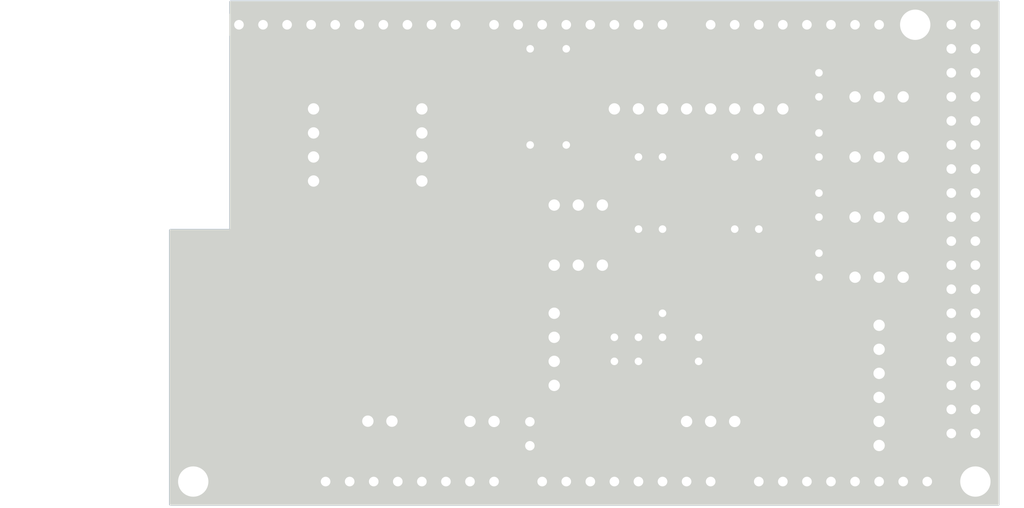
<source format=kicad_pcb>
(kicad_pcb (version 20171130) (host pcbnew "(5.0.0)")

  (general
    (thickness 1.6)
    (drawings 7)
    (tracks 143)
    (zones 0)
    (modules 28)
    (nets 97)
  )

  (page A4)
  (layers
    (0 F.Cu signal)
    (31 B.Cu signal)
    (32 B.Adhes user hide)
    (33 F.Adhes user hide)
    (34 B.Paste user)
    (35 F.Paste user)
    (36 B.SilkS user)
    (37 F.SilkS user)
    (38 B.Mask user)
    (39 F.Mask user)
    (40 Dwgs.User user hide)
    (41 Cmts.User user hide)
    (42 Eco1.User user hide)
    (43 Eco2.User user hide)
    (44 Edge.Cuts user)
    (45 Margin user)
    (46 B.CrtYd user)
    (47 F.CrtYd user)
    (48 B.Fab user)
    (49 F.Fab user hide)
  )

  (setup
    (last_trace_width 0.25)
    (trace_clearance 0.2)
    (zone_clearance 0.508)
    (zone_45_only no)
    (trace_min 0.2)
    (segment_width 0.2)
    (edge_width 0.15)
    (via_size 0.8)
    (via_drill 0.4)
    (via_min_size 0.4)
    (via_min_drill 0.3)
    (uvia_size 0.3)
    (uvia_drill 0.1)
    (uvias_allowed no)
    (uvia_min_size 0.2)
    (uvia_min_drill 0.1)
    (pcb_text_width 0.3)
    (pcb_text_size 1.5 1.5)
    (mod_edge_width 0.15)
    (mod_text_size 1 1)
    (mod_text_width 0.15)
    (pad_size 1.524 1.524)
    (pad_drill 0.762)
    (pad_to_mask_clearance 0.2)
    (solder_mask_min_width 0.1)
    (pad_to_paste_clearance_ratio -0.05)
    (aux_axis_origin 175.26 68.58)
    (visible_elements 7FFFFFFF)
    (pcbplotparams
      (layerselection 0x010f0_ffffffff)
      (usegerberextensions true)
      (usegerberattributes false)
      (usegerberadvancedattributes false)
      (creategerberjobfile false)
      (excludeedgelayer true)
      (linewidth 0.100000)
      (plotframeref false)
      (viasonmask false)
      (mode 1)
      (useauxorigin false)
      (hpglpennumber 1)
      (hpglpenspeed 20)
      (hpglpendiameter 15.000000)
      (psnegative false)
      (psa4output false)
      (plotreference true)
      (plotvalue true)
      (plotinvisibletext false)
      (padsonsilk true)
      (subtractmaskfromsilk false)
      (outputformat 1)
      (mirror false)
      (drillshape 0)
      (scaleselection 1)
      (outputdirectory "gerber/"))
  )

  (net 0 "")
  (net 1 "Net-(XA1-PadA0)")
  (net 2 "Net-(XA1-PadGND3)")
  (net 3 "Net-(XA1-PadGND2)")
  (net 4 "Net-(XA1-Pad3V3)")
  (net 5 "Net-(XA1-PadRST1)")
  (net 6 "Net-(XA1-PadIORF)")
  (net 7 "Net-(XA1-PadD15)")
  (net 8 "Net-(XA1-PadD14)")
  (net 9 "Net-(XA1-PadD0)")
  (net 10 "Net-(XA1-PadD1)")
  (net 11 "Net-(XA1-PadD2)")
  (net 12 "Net-(XA1-PadD3)")
  (net 13 "Net-(XA1-PadD7)")
  (net 14 GND)
  (net 15 "Net-(XA1-PadD10)")
  (net 16 "Net-(XA1-PadAREF)")
  (net 17 "Net-(XA1-PadD13)")
  (net 18 "Net-(XA1-PadD12)")
  (net 19 "Net-(XA1-PadD11)")
  (net 20 "Net-(XA1-PadA1)")
  (net 21 "Net-(XA1-PadA4)")
  (net 22 "Net-(XA1-PadA5)")
  (net 23 "Net-(XA1-PadA6)")
  (net 24 "Net-(XA1-PadA8)")
  (net 25 "Net-(XA1-PadA9)")
  (net 26 "Net-(XA1-PadA10)")
  (net 27 "Net-(XA1-PadA11)")
  (net 28 "Net-(XA1-PadA12)")
  (net 29 "Net-(XA1-PadA13)")
  (net 30 "Net-(XA1-PadA14)")
  (net 31 "Net-(XA1-PadA15)")
  (net 32 "Net-(XA1-Pad5V3)")
  (net 33 "Net-(XA1-Pad5V4)")
  (net 34 "Net-(XA1-PadD22)")
  (net 35 "Net-(XA1-PadD23)")
  (net 36 "Net-(XA1-PadD24)")
  (net 37 "Net-(XA1-PadD25)")
  (net 38 "Net-(XA1-PadD27)")
  (net 39 "Net-(XA1-PadD28)")
  (net 40 "Net-(XA1-PadD29)")
  (net 41 "Net-(XA1-PadD45)")
  (net 42 "Net-(XA1-PadGND5)")
  (net 43 "Net-(XA1-PadGND6)")
  (net 44 +5V)
  (net 45 "Net-(R5-Pad1)")
  (net 46 "Net-(J4-Pad2)")
  (net 47 "Net-(J4-Pad3)")
  (net 48 "Net-(J4-Pad7)")
  (net 49 "Net-(J4-Pad6)")
  (net 50 Tacho_L1)
  (net 51 "Net-(J4-Pad4)")
  (net 52 Tacho_L2)
  (net 53 "Net-(J4-Pad8)")
  (net 54 "Net-(XA1-PadD31)")
  (net 55 "Net-(XA1-PadD32)")
  (net 56 "Net-(R6-Pad1)")
  (net 57 PWM_L2)
  (net 58 PWM_L1)
  (net 59 +12V)
  (net 60 "Net-(J10-Pad3)")
  (net 61 "Net-(J10-Pad2)")
  (net 62 "Net-(XA1-PadD53)")
  (net 63 L2)
  (net 64 "Net-(XA1-PadD47)")
  (net 65 "Net-(XA1-PadD49)")
  (net 66 "Net-(XA1-PadD51)")
  (net 67 TEMP4)
  (net 68 "Net-(XA1-PadD43)")
  (net 69 TEMP1)
  (net 70 TEMP2)
  (net 71 TEMP3)
  (net 72 "Net-(XA1-PadD37)")
  (net 73 "Net-(XA1-PadD39)")
  (net 74 "Net-(XA1-PadD41)")
  (net 75 DHT1)
  (net 76 DHT2)
  (net 77 "Net-(XA1-PadD33)")
  (net 78 "Net-(XA1-PadD35)")
  (net 79 "Net-(XA1-PadD36)")
  (net 80 "Net-(XA1-PadD38)")
  (net 81 L1)
  (net 82 TGS2600)
  (net 83 DRUCK2)
  (net 84 DRUCK1)
  (net 85 BP_POW)
  (net 86 BP_DIR)
  (net 87 SDA)
  (net 88 SCL)
  (net 89 "Net-(XA1-PadD20)")
  (net 90 "Net-(XA1-PadD21)")
  (net 91 CO2_RX)
  (net 92 CO2_TX)
  (net 93 "Net-(XA1-PadD52)")
  (net 94 "Net-(XA1-PadD50)")
  (net 95 "Net-(XA1-PadD4)")
  (net 96 "Net-(JP1-Pad1)")

  (net_class Default "Dies ist die voreingestellte Netzklasse."
    (clearance 0.2)
    (trace_width 0.25)
    (via_dia 0.8)
    (via_drill 0.4)
    (uvia_dia 0.3)
    (uvia_drill 0.1)
    (add_net BP_DIR)
    (add_net BP_POW)
    (add_net CO2_RX)
    (add_net CO2_TX)
    (add_net DHT1)
    (add_net DHT2)
    (add_net DRUCK1)
    (add_net DRUCK2)
    (add_net GND)
    (add_net L1)
    (add_net L2)
    (add_net "Net-(J10-Pad2)")
    (add_net "Net-(J10-Pad3)")
    (add_net "Net-(J4-Pad2)")
    (add_net "Net-(J4-Pad3)")
    (add_net "Net-(J4-Pad4)")
    (add_net "Net-(J4-Pad6)")
    (add_net "Net-(J4-Pad7)")
    (add_net "Net-(J4-Pad8)")
    (add_net "Net-(R5-Pad1)")
    (add_net "Net-(R6-Pad1)")
    (add_net "Net-(XA1-Pad3V3)")
    (add_net "Net-(XA1-Pad5V3)")
    (add_net "Net-(XA1-Pad5V4)")
    (add_net "Net-(XA1-PadA0)")
    (add_net "Net-(XA1-PadA1)")
    (add_net "Net-(XA1-PadA10)")
    (add_net "Net-(XA1-PadA11)")
    (add_net "Net-(XA1-PadA12)")
    (add_net "Net-(XA1-PadA13)")
    (add_net "Net-(XA1-PadA14)")
    (add_net "Net-(XA1-PadA15)")
    (add_net "Net-(XA1-PadA4)")
    (add_net "Net-(XA1-PadA5)")
    (add_net "Net-(XA1-PadA6)")
    (add_net "Net-(XA1-PadA8)")
    (add_net "Net-(XA1-PadA9)")
    (add_net "Net-(XA1-PadAREF)")
    (add_net "Net-(XA1-PadD0)")
    (add_net "Net-(XA1-PadD1)")
    (add_net "Net-(XA1-PadD10)")
    (add_net "Net-(XA1-PadD11)")
    (add_net "Net-(XA1-PadD12)")
    (add_net "Net-(XA1-PadD13)")
    (add_net "Net-(XA1-PadD14)")
    (add_net "Net-(XA1-PadD15)")
    (add_net "Net-(XA1-PadD2)")
    (add_net "Net-(XA1-PadD20)")
    (add_net "Net-(XA1-PadD21)")
    (add_net "Net-(XA1-PadD22)")
    (add_net "Net-(XA1-PadD23)")
    (add_net "Net-(XA1-PadD24)")
    (add_net "Net-(XA1-PadD25)")
    (add_net "Net-(XA1-PadD27)")
    (add_net "Net-(XA1-PadD28)")
    (add_net "Net-(XA1-PadD29)")
    (add_net "Net-(XA1-PadD3)")
    (add_net "Net-(XA1-PadD31)")
    (add_net "Net-(XA1-PadD32)")
    (add_net "Net-(XA1-PadD33)")
    (add_net "Net-(XA1-PadD35)")
    (add_net "Net-(XA1-PadD36)")
    (add_net "Net-(XA1-PadD37)")
    (add_net "Net-(XA1-PadD38)")
    (add_net "Net-(XA1-PadD39)")
    (add_net "Net-(XA1-PadD4)")
    (add_net "Net-(XA1-PadD41)")
    (add_net "Net-(XA1-PadD43)")
    (add_net "Net-(XA1-PadD45)")
    (add_net "Net-(XA1-PadD47)")
    (add_net "Net-(XA1-PadD49)")
    (add_net "Net-(XA1-PadD50)")
    (add_net "Net-(XA1-PadD51)")
    (add_net "Net-(XA1-PadD52)")
    (add_net "Net-(XA1-PadD53)")
    (add_net "Net-(XA1-PadD7)")
    (add_net "Net-(XA1-PadGND2)")
    (add_net "Net-(XA1-PadGND3)")
    (add_net "Net-(XA1-PadGND5)")
    (add_net "Net-(XA1-PadGND6)")
    (add_net "Net-(XA1-PadIORF)")
    (add_net "Net-(XA1-PadRST1)")
    (add_net PWM_L1)
    (add_net PWM_L2)
    (add_net SCL)
    (add_net SDA)
    (add_net TEMP1)
    (add_net TEMP2)
    (add_net TEMP3)
    (add_net TEMP4)
    (add_net TGS2600)
    (add_net Tacho_L1)
    (add_net Tacho_L2)
  )

  (net_class Power ""
    (clearance 0.3)
    (trace_width 0.6)
    (via_dia 0.8)
    (via_drill 0.4)
    (uvia_dia 0.3)
    (uvia_drill 0.1)
    (add_net +12V)
    (add_net +5V)
    (add_net "Net-(JP1-Pad1)")
  )

  (module Arduino:Arduino_Mega2560_Shield_no_ICSP (layer F.Cu) (tedit 5B7D245F) (tstamp 5B79BA5B)
    (at 76.2 121.92)
    (descr https://store.arduino.cc/arduino-mega-2560-rev3)
    (path /5B783564)
    (fp_text reference XA1 (at 2.54 -54.356) (layer F.Fab)
      (effects (font (size 1 1) (thickness 0.15)))
    )
    (fp_text value Arduino_Mega2560_Shield (at 15.494 -54.356) (layer F.Fab)
      (effects (font (size 1 1) (thickness 0.15)))
    )
    (fp_line (start 9.525 -32.385) (end -6.35 -32.385) (layer B.CrtYd) (width 0.15))
    (fp_line (start 9.525 -43.815) (end -6.35 -43.815) (layer B.CrtYd) (width 0.15))
    (fp_line (start 9.525 -43.815) (end 9.525 -32.385) (layer B.CrtYd) (width 0.15))
    (fp_line (start -6.35 -43.815) (end -6.35 -32.385) (layer B.CrtYd) (width 0.15))
    (fp_text user . (at 62.484 -32.004) (layer F.SilkS)
      (effects (font (size 1 1) (thickness 0.15)))
    )
    (fp_line (start 11.43 -12.065) (end 11.43 -3.175) (layer B.CrtYd) (width 0.15))
    (fp_line (start -1.905 -3.175) (end 11.43 -3.175) (layer B.CrtYd) (width 0.15))
    (fp_line (start -1.905 -12.065) (end -1.905 -3.175) (layer B.CrtYd) (width 0.15))
    (fp_line (start -1.905 -12.065) (end 11.43 -12.065) (layer B.CrtYd) (width 0.15))
    (fp_line (start 0 -53.34) (end 0 0) (layer F.Fab) (width 0.15))
    (fp_line (start 99.06 -40.64) (end 99.06 -51.816) (layer F.Fab) (width 0.15))
    (fp_line (start 101.6 -38.1) (end 99.06 -40.64) (layer F.Fab) (width 0.15))
    (fp_line (start 101.6 -3.81) (end 101.6 -38.1) (layer F.Fab) (width 0.15))
    (fp_line (start 99.06 -1.27) (end 101.6 -3.81) (layer F.Fab) (width 0.15))
    (fp_line (start 99.06 0) (end 99.06 -1.27) (layer F.Fab) (width 0.15))
    (fp_line (start 97.536 -53.34) (end 99.06 -51.816) (layer F.Fab) (width 0.15))
    (fp_line (start 0 0) (end 99.06 0) (layer F.Fab) (width 0.15))
    (fp_line (start 0 -53.34) (end 97.536 -53.34) (layer F.Fab) (width 0.15))
    (pad A0 thru_hole oval (at 50.8 -2.54) (size 1.7272 1.7272) (drill 1.016) (layers *.Cu *.Mask)
      (net 1 "Net-(XA1-PadA0)"))
    (pad VIN thru_hole oval (at 45.72 -2.54) (size 1.7272 1.7272) (drill 1.016) (layers *.Cu *.Mask)
      (net 96 "Net-(JP1-Pad1)"))
    (pad GND3 thru_hole oval (at 43.18 -2.54) (size 1.7272 1.7272) (drill 1.016) (layers *.Cu *.Mask)
      (net 2 "Net-(XA1-PadGND3)"))
    (pad GND2 thru_hole oval (at 40.64 -2.54) (size 1.7272 1.7272) (drill 1.016) (layers *.Cu *.Mask)
      (net 3 "Net-(XA1-PadGND2)"))
    (pad 5V1 thru_hole oval (at 38.1 -2.54) (size 1.7272 1.7272) (drill 1.016) (layers *.Cu *.Mask)
      (net 44 +5V))
    (pad 3V3 thru_hole oval (at 35.56 -2.54) (size 1.7272 1.7272) (drill 1.016) (layers *.Cu *.Mask)
      (net 4 "Net-(XA1-Pad3V3)"))
    (pad RST1 thru_hole oval (at 33.02 -2.54) (size 1.7272 1.7272) (drill 1.016) (layers *.Cu *.Mask)
      (net 5 "Net-(XA1-PadRST1)"))
    (pad IORF thru_hole oval (at 30.48 -2.54) (size 1.7272 1.7272) (drill 1.016) (layers *.Cu *.Mask)
      (net 6 "Net-(XA1-PadIORF)"))
    (pad D21 thru_hole oval (at 86.36 -50.8) (size 1.7272 1.7272) (drill 1.016) (layers *.Cu *.Mask)
      (net 90 "Net-(XA1-PadD21)"))
    (pad D20 thru_hole oval (at 83.82 -50.8) (size 1.7272 1.7272) (drill 1.016) (layers *.Cu *.Mask)
      (net 89 "Net-(XA1-PadD20)"))
    (pad D19 thru_hole oval (at 81.28 -50.8) (size 1.7272 1.7272) (drill 1.016) (layers *.Cu *.Mask)
      (net 50 Tacho_L1))
    (pad D18 thru_hole oval (at 78.74 -50.8) (size 1.7272 1.7272) (drill 1.016) (layers *.Cu *.Mask)
      (net 52 Tacho_L2))
    (pad D17 thru_hole oval (at 76.2 -50.8) (size 1.7272 1.7272) (drill 1.016) (layers *.Cu *.Mask)
      (net 92 CO2_TX))
    (pad D16 thru_hole oval (at 73.66 -50.8) (size 1.7272 1.7272) (drill 1.016) (layers *.Cu *.Mask)
      (net 91 CO2_RX))
    (pad D15 thru_hole oval (at 71.12 -50.8) (size 1.7272 1.7272) (drill 1.016) (layers *.Cu *.Mask)
      (net 7 "Net-(XA1-PadD15)"))
    (pad D14 thru_hole oval (at 68.58 -50.8) (size 1.7272 1.7272) (drill 1.016) (layers *.Cu *.Mask)
      (net 8 "Net-(XA1-PadD14)"))
    (pad D0 thru_hole oval (at 63.5 -50.8) (size 1.7272 1.7272) (drill 1.016) (layers *.Cu *.Mask)
      (net 9 "Net-(XA1-PadD0)"))
    (pad D1 thru_hole oval (at 60.96 -50.8) (size 1.7272 1.7272) (drill 1.016) (layers *.Cu *.Mask)
      (net 10 "Net-(XA1-PadD1)"))
    (pad D2 thru_hole oval (at 58.42 -50.8) (size 1.7272 1.7272) (drill 1.016) (layers *.Cu *.Mask)
      (net 11 "Net-(XA1-PadD2)"))
    (pad D3 thru_hole oval (at 55.88 -50.8) (size 1.7272 1.7272) (drill 1.016) (layers *.Cu *.Mask)
      (net 12 "Net-(XA1-PadD3)"))
    (pad D4 thru_hole oval (at 53.34 -50.8) (size 1.7272 1.7272) (drill 1.016) (layers *.Cu *.Mask)
      (net 95 "Net-(XA1-PadD4)"))
    (pad D5 thru_hole oval (at 50.8 -50.8) (size 1.7272 1.7272) (drill 1.016) (layers *.Cu *.Mask)
      (net 58 PWM_L1))
    (pad D6 thru_hole oval (at 48.26 -50.8) (size 1.7272 1.7272) (drill 1.016) (layers *.Cu *.Mask)
      (net 57 PWM_L2))
    (pad D7 thru_hole oval (at 45.72 -50.8) (size 1.7272 1.7272) (drill 1.016) (layers *.Cu *.Mask)
      (net 13 "Net-(XA1-PadD7)"))
    (pad GND1 thru_hole oval (at 26.416 -50.8) (size 1.7272 1.7272) (drill 1.016) (layers *.Cu *.Mask)
      (net 14 GND))
    (pad D8 thru_hole oval (at 41.656 -50.8) (size 1.7272 1.7272) (drill 1.016) (layers *.Cu *.Mask)
      (net 75 DHT1))
    (pad D9 thru_hole oval (at 39.116 -50.8) (size 1.7272 1.7272) (drill 1.016) (layers *.Cu *.Mask)
      (net 76 DHT2))
    (pad D10 thru_hole oval (at 36.576 -50.8) (size 1.7272 1.7272) (drill 1.016) (layers *.Cu *.Mask)
      (net 15 "Net-(XA1-PadD10)"))
    (pad "" np_thru_hole circle (at 90.17 -50.8) (size 3.2 3.2) (drill 3.2) (layers *.Cu *.Mask))
    (pad "" np_thru_hole circle (at 96.52 -2.54) (size 3.2 3.2) (drill 3.2) (layers *.Cu *.Mask))
    (pad "" np_thru_hole circle (at 13.97 -2.54) (size 3.2 3.2) (drill 3.2) (layers *.Cu *.Mask))
    (pad SCL thru_hole oval (at 18.796 -50.8) (size 1.7272 1.7272) (drill 1.016) (layers *.Cu *.Mask)
      (net 88 SCL))
    (pad SDA thru_hole oval (at 21.336 -50.8) (size 1.7272 1.7272) (drill 1.016) (layers *.Cu *.Mask)
      (net 87 SDA))
    (pad AREF thru_hole oval (at 23.876 -50.8) (size 1.7272 1.7272) (drill 1.016) (layers *.Cu *.Mask)
      (net 16 "Net-(XA1-PadAREF)"))
    (pad D13 thru_hole oval (at 28.956 -50.8) (size 1.7272 1.7272) (drill 1.016) (layers *.Cu *.Mask)
      (net 17 "Net-(XA1-PadD13)"))
    (pad D12 thru_hole oval (at 31.496 -50.8) (size 1.7272 1.7272) (drill 1.016) (layers *.Cu *.Mask)
      (net 18 "Net-(XA1-PadD12)"))
    (pad D11 thru_hole oval (at 34.036 -50.8) (size 1.7272 1.7272) (drill 1.016) (layers *.Cu *.Mask)
      (net 19 "Net-(XA1-PadD11)"))
    (pad "" thru_hole oval (at 27.94 -2.54) (size 1.7272 1.7272) (drill 1.016) (layers *.Cu *.Mask))
    (pad A1 thru_hole oval (at 53.34 -2.54) (size 1.7272 1.7272) (drill 1.016) (layers *.Cu *.Mask)
      (net 20 "Net-(XA1-PadA1)"))
    (pad A2 thru_hole oval (at 55.88 -2.54) (size 1.7272 1.7272) (drill 1.016) (layers *.Cu *.Mask)
      (net 84 DRUCK1))
    (pad A3 thru_hole oval (at 58.42 -2.54) (size 1.7272 1.7272) (drill 1.016) (layers *.Cu *.Mask)
      (net 83 DRUCK2))
    (pad A4 thru_hole oval (at 60.96 -2.54) (size 1.7272 1.7272) (drill 1.016) (layers *.Cu *.Mask)
      (net 21 "Net-(XA1-PadA4)"))
    (pad A5 thru_hole oval (at 63.5 -2.54) (size 1.7272 1.7272) (drill 1.016) (layers *.Cu *.Mask)
      (net 22 "Net-(XA1-PadA5)"))
    (pad A6 thru_hole oval (at 66.04 -2.54) (size 1.7272 1.7272) (drill 1.016) (layers *.Cu *.Mask)
      (net 23 "Net-(XA1-PadA6)"))
    (pad A7 thru_hole oval (at 68.58 -2.54) (size 1.7272 1.7272) (drill 1.016) (layers *.Cu *.Mask)
      (net 82 TGS2600))
    (pad A8 thru_hole oval (at 73.66 -2.54) (size 1.7272 1.7272) (drill 1.016) (layers *.Cu *.Mask)
      (net 24 "Net-(XA1-PadA8)"))
    (pad A9 thru_hole oval (at 76.2 -2.54) (size 1.7272 1.7272) (drill 1.016) (layers *.Cu *.Mask)
      (net 25 "Net-(XA1-PadA9)"))
    (pad A10 thru_hole oval (at 78.74 -2.54) (size 1.7272 1.7272) (drill 1.016) (layers *.Cu *.Mask)
      (net 26 "Net-(XA1-PadA10)"))
    (pad A11 thru_hole oval (at 81.28 -2.54) (size 1.7272 1.7272) (drill 1.016) (layers *.Cu *.Mask)
      (net 27 "Net-(XA1-PadA11)"))
    (pad A12 thru_hole oval (at 83.82 -2.54) (size 1.7272 1.7272) (drill 1.016) (layers *.Cu *.Mask)
      (net 28 "Net-(XA1-PadA12)"))
    (pad A13 thru_hole oval (at 86.36 -2.54) (size 1.7272 1.7272) (drill 1.016) (layers *.Cu *.Mask)
      (net 29 "Net-(XA1-PadA13)"))
    (pad A14 thru_hole oval (at 88.9 -2.54) (size 1.7272 1.7272) (drill 1.016) (layers *.Cu *.Mask)
      (net 30 "Net-(XA1-PadA14)"))
    (pad A15 thru_hole oval (at 91.44 -2.54) (size 1.7272 1.7272) (drill 1.016) (layers *.Cu *.Mask)
      (net 31 "Net-(XA1-PadA15)"))
    (pad 5V3 thru_hole oval (at 93.98 -50.8) (size 1.7272 1.7272) (drill 1.016) (layers *.Cu *.Mask)
      (net 32 "Net-(XA1-Pad5V3)"))
    (pad 5V4 thru_hole oval (at 96.52 -50.8) (size 1.7272 1.7272) (drill 1.016) (layers *.Cu *.Mask)
      (net 33 "Net-(XA1-Pad5V4)"))
    (pad D22 thru_hole oval (at 93.98 -48.26) (size 1.7272 1.7272) (drill 1.016) (layers *.Cu *.Mask)
      (net 34 "Net-(XA1-PadD22)"))
    (pad D23 thru_hole oval (at 96.52 -48.26) (size 1.7272 1.7272) (drill 1.016) (layers *.Cu *.Mask)
      (net 35 "Net-(XA1-PadD23)"))
    (pad D24 thru_hole oval (at 93.98 -45.72) (size 1.7272 1.7272) (drill 1.016) (layers *.Cu *.Mask)
      (net 36 "Net-(XA1-PadD24)"))
    (pad D25 thru_hole oval (at 96.52 -45.72) (size 1.7272 1.7272) (drill 1.016) (layers *.Cu *.Mask)
      (net 37 "Net-(XA1-PadD25)"))
    (pad D26 thru_hole oval (at 93.98 -43.18) (size 1.7272 1.7272) (drill 1.016) (layers *.Cu *.Mask)
      (net 69 TEMP1))
    (pad D27 thru_hole oval (at 96.52 -43.18) (size 1.7272 1.7272) (drill 1.016) (layers *.Cu *.Mask)
      (net 38 "Net-(XA1-PadD27)"))
    (pad D28 thru_hole oval (at 93.98 -40.64) (size 1.7272 1.7272) (drill 1.016) (layers *.Cu *.Mask)
      (net 39 "Net-(XA1-PadD28)"))
    (pad D29 thru_hole oval (at 96.52 -40.64) (size 1.7272 1.7272) (drill 1.016) (layers *.Cu *.Mask)
      (net 40 "Net-(XA1-PadD29)"))
    (pad D30 thru_hole oval (at 93.98 -38.1) (size 1.7272 1.7272) (drill 1.016) (layers *.Cu *.Mask)
      (net 70 TEMP2))
    (pad D31 thru_hole oval (at 96.52 -38.1) (size 1.7272 1.7272) (drill 1.016) (layers *.Cu *.Mask)
      (net 54 "Net-(XA1-PadD31)"))
    (pad D32 thru_hole oval (at 93.98 -35.56) (size 1.7272 1.7272) (drill 1.016) (layers *.Cu *.Mask)
      (net 55 "Net-(XA1-PadD32)"))
    (pad D33 thru_hole oval (at 96.52 -35.56) (size 1.7272 1.7272) (drill 1.016) (layers *.Cu *.Mask)
      (net 77 "Net-(XA1-PadD33)"))
    (pad D34 thru_hole oval (at 93.98 -33.02) (size 1.7272 1.7272) (drill 1.016) (layers *.Cu *.Mask)
      (net 71 TEMP3))
    (pad D35 thru_hole oval (at 96.52 -33.02) (size 1.7272 1.7272) (drill 1.016) (layers *.Cu *.Mask)
      (net 78 "Net-(XA1-PadD35)"))
    (pad D36 thru_hole oval (at 93.98 -30.48) (size 1.7272 1.7272) (drill 1.016) (layers *.Cu *.Mask)
      (net 79 "Net-(XA1-PadD36)"))
    (pad D37 thru_hole oval (at 96.52 -30.48) (size 1.7272 1.7272) (drill 1.016) (layers *.Cu *.Mask)
      (net 72 "Net-(XA1-PadD37)"))
    (pad D38 thru_hole oval (at 93.98 -27.94) (size 1.7272 1.7272) (drill 1.016) (layers *.Cu *.Mask)
      (net 80 "Net-(XA1-PadD38)"))
    (pad D39 thru_hole oval (at 96.52 -27.94) (size 1.7272 1.7272) (drill 1.016) (layers *.Cu *.Mask)
      (net 73 "Net-(XA1-PadD39)"))
    (pad D40 thru_hole oval (at 93.98 -25.4) (size 1.7272 1.7272) (drill 1.016) (layers *.Cu *.Mask)
      (net 67 TEMP4))
    (pad D41 thru_hole oval (at 96.52 -25.4) (size 1.7272 1.7272) (drill 1.016) (layers *.Cu *.Mask)
      (net 74 "Net-(XA1-PadD41)"))
    (pad D42 thru_hole oval (at 93.98 -22.86) (size 1.7272 1.7272) (drill 1.016) (layers *.Cu *.Mask)
      (net 86 BP_DIR))
    (pad D43 thru_hole oval (at 96.52 -22.86) (size 1.7272 1.7272) (drill 1.016) (layers *.Cu *.Mask)
      (net 68 "Net-(XA1-PadD43)"))
    (pad D44 thru_hole oval (at 93.98 -20.32) (size 1.7272 1.7272) (drill 1.016) (layers *.Cu *.Mask)
      (net 85 BP_POW))
    (pad D45 thru_hole oval (at 96.52 -20.32) (size 1.7272 1.7272) (drill 1.016) (layers *.Cu *.Mask)
      (net 41 "Net-(XA1-PadD45)"))
    (pad D46 thru_hole oval (at 93.98 -17.78) (size 1.7272 1.7272) (drill 1.016) (layers *.Cu *.Mask)
      (net 63 L2))
    (pad D47 thru_hole oval (at 96.52 -17.78) (size 1.7272 1.7272) (drill 1.016) (layers *.Cu *.Mask)
      (net 64 "Net-(XA1-PadD47)"))
    (pad D48 thru_hole oval (at 93.98 -15.24) (size 1.7272 1.7272) (drill 1.016) (layers *.Cu *.Mask)
      (net 81 L1))
    (pad D49 thru_hole oval (at 96.52 -15.24) (size 1.7272 1.7272) (drill 1.016) (layers *.Cu *.Mask)
      (net 65 "Net-(XA1-PadD49)"))
    (pad D50 thru_hole oval (at 93.98 -12.7) (size 1.7272 1.7272) (drill 1.016) (layers *.Cu *.Mask)
      (net 94 "Net-(XA1-PadD50)"))
    (pad D51 thru_hole oval (at 96.52 -12.7) (size 1.7272 1.7272) (drill 1.016) (layers *.Cu *.Mask)
      (net 66 "Net-(XA1-PadD51)"))
    (pad D52 thru_hole oval (at 93.98 -10.16) (size 1.7272 1.7272) (drill 1.016) (layers *.Cu *.Mask)
      (net 93 "Net-(XA1-PadD52)"))
    (pad D53 thru_hole oval (at 96.52 -10.16) (size 1.7272 1.7272) (drill 1.016) (layers *.Cu *.Mask)
      (net 62 "Net-(XA1-PadD53)"))
    (pad GND5 thru_hole oval (at 93.98 -7.62) (size 1.7272 1.7272) (drill 1.016) (layers *.Cu *.Mask)
      (net 42 "Net-(XA1-PadGND5)"))
    (pad GND6 thru_hole oval (at 96.52 -7.62) (size 1.7272 1.7272) (drill 1.016) (layers *.Cu *.Mask)
      (net 43 "Net-(XA1-PadGND6)"))
  )

  (module Connector_PinHeader_2.54mm:PinHeader_1x02_P2.54mm_Vertical (layer F.Cu) (tedit 5B7C22A8) (tstamp 5B7D8D68)
    (at 125.7 115.6 180)
    (descr "Through hole straight pin header, 1x02, 2.54mm pitch, single row")
    (tags "Through hole pin header THT 1x02 2.54mm single row")
    (path /5B82731D)
    (fp_text reference JP1 (at -3.3 1.8 180) (layer F.SilkS)
      (effects (font (size 1 1) (thickness 0.15)))
    )
    (fp_text value 12V_en (at -4.4 0.1 180) (layer F.SilkS)
      (effects (font (size 1 1) (thickness 0.15)))
    )
    (fp_line (start -0.635 -1.27) (end 1.27 -1.27) (layer F.Fab) (width 0.1))
    (fp_line (start 1.27 -1.27) (end 1.27 3.81) (layer F.Fab) (width 0.1))
    (fp_line (start 1.27 3.81) (end -1.27 3.81) (layer F.Fab) (width 0.1))
    (fp_line (start -1.27 3.81) (end -1.27 -0.635) (layer F.Fab) (width 0.1))
    (fp_line (start -1.27 -0.635) (end -0.635 -1.27) (layer F.Fab) (width 0.1))
    (fp_line (start -1.33 3.87) (end 1.33 3.87) (layer F.SilkS) (width 0.12))
    (fp_line (start -1.33 1.27) (end -1.33 3.87) (layer F.SilkS) (width 0.12))
    (fp_line (start 1.33 1.27) (end 1.33 3.87) (layer F.SilkS) (width 0.12))
    (fp_line (start -1.33 1.27) (end 1.33 1.27) (layer F.SilkS) (width 0.12))
    (fp_line (start -1.33 0) (end -1.33 -1.33) (layer F.SilkS) (width 0.12))
    (fp_line (start -1.33 -1.33) (end 0 -1.33) (layer F.SilkS) (width 0.12))
    (fp_line (start -1.8 -1.8) (end -1.8 4.35) (layer F.CrtYd) (width 0.05))
    (fp_line (start -1.8 4.35) (end 1.8 4.35) (layer F.CrtYd) (width 0.05))
    (fp_line (start 1.8 4.35) (end 1.8 -1.8) (layer F.CrtYd) (width 0.05))
    (fp_line (start 1.8 -1.8) (end -1.8 -1.8) (layer F.CrtYd) (width 0.05))
    (fp_text user %R (at 0 1.27 270) (layer F.Fab)
      (effects (font (size 1 1) (thickness 0.15)))
    )
    (pad 1 thru_hole rect (at 0 0 180) (size 1.7 1.7) (drill 1) (layers *.Cu *.Mask)
      (net 96 "Net-(JP1-Pad1)"))
    (pad 2 thru_hole oval (at 0 2.54 180) (size 1.7 1.7) (drill 1) (layers *.Cu *.Mask)
      (net 59 +12V))
    (model ${KISYS3DMOD}/Connector_PinHeader_2.54mm.3dshapes/PinHeader_1x02_P2.54mm_Vertical.wrl
      (at (xyz 0 0 0))
      (scale (xyz 1 1 1))
      (rotate (xyz 0 0 0))
    )
  )

  (module Connector_Molex:Molex_KK-254_AE-6410-02A_1x02_P2.54mm_Vertical (layer F.Cu) (tedit 5B7C2302) (tstamp 5B7CB9AF)
    (at 108.6 113)
    (descr "Molex KK-254 Interconnect System, old/engineering part number: AE-6410-02A example for new part number: 22-27-2021, 2 Pins (http://www.molex.com/pdm_docs/sd/022272021_sd.pdf), generated with kicad-footprint-generator")
    (tags "connector Molex KK-254 side entry")
    (path /5B813B8D)
    (fp_text reference J14 (at 1.27 -4.12) (layer F.SilkS)
      (effects (font (size 1 1) (thickness 0.15)))
    )
    (fp_text value 5V (at 1.27 4.08) (layer F.SilkS)
      (effects (font (size 1 1) (thickness 0.15)))
    )
    (fp_line (start -1.27 -2.92) (end -1.27 2.88) (layer F.Fab) (width 0.1))
    (fp_line (start -1.27 2.88) (end 3.81 2.88) (layer F.Fab) (width 0.1))
    (fp_line (start 3.81 2.88) (end 3.81 -2.92) (layer F.Fab) (width 0.1))
    (fp_line (start 3.81 -2.92) (end -1.27 -2.92) (layer F.Fab) (width 0.1))
    (fp_line (start -1.38 -3.03) (end -1.38 2.99) (layer F.SilkS) (width 0.12))
    (fp_line (start -1.38 2.99) (end 3.92 2.99) (layer F.SilkS) (width 0.12))
    (fp_line (start 3.92 2.99) (end 3.92 -3.03) (layer F.SilkS) (width 0.12))
    (fp_line (start 3.92 -3.03) (end -1.38 -3.03) (layer F.SilkS) (width 0.12))
    (fp_line (start -1.67 -2) (end -1.67 2) (layer F.SilkS) (width 0.12))
    (fp_line (start -1.27 -0.5) (end -0.562893 0) (layer F.Fab) (width 0.1))
    (fp_line (start -0.562893 0) (end -1.27 0.5) (layer F.Fab) (width 0.1))
    (fp_line (start 0 2.99) (end 0 1.99) (layer F.SilkS) (width 0.12))
    (fp_line (start 0 1.99) (end 2.54 1.99) (layer F.SilkS) (width 0.12))
    (fp_line (start 2.54 1.99) (end 2.54 2.99) (layer F.SilkS) (width 0.12))
    (fp_line (start 0 1.99) (end 0.25 1.46) (layer F.SilkS) (width 0.12))
    (fp_line (start 0.25 1.46) (end 2.29 1.46) (layer F.SilkS) (width 0.12))
    (fp_line (start 2.29 1.46) (end 2.54 1.99) (layer F.SilkS) (width 0.12))
    (fp_line (start 0.25 2.99) (end 0.25 1.99) (layer F.SilkS) (width 0.12))
    (fp_line (start 2.29 2.99) (end 2.29 1.99) (layer F.SilkS) (width 0.12))
    (fp_line (start -0.8 -3.03) (end -0.8 -2.43) (layer F.SilkS) (width 0.12))
    (fp_line (start -0.8 -2.43) (end 0.8 -2.43) (layer F.SilkS) (width 0.12))
    (fp_line (start 0.8 -2.43) (end 0.8 -3.03) (layer F.SilkS) (width 0.12))
    (fp_line (start 1.74 -3.03) (end 1.74 -2.43) (layer F.SilkS) (width 0.12))
    (fp_line (start 1.74 -2.43) (end 3.34 -2.43) (layer F.SilkS) (width 0.12))
    (fp_line (start 3.34 -2.43) (end 3.34 -3.03) (layer F.SilkS) (width 0.12))
    (fp_line (start -1.77 -3.42) (end -1.77 3.38) (layer F.CrtYd) (width 0.05))
    (fp_line (start -1.77 3.38) (end 4.31 3.38) (layer F.CrtYd) (width 0.05))
    (fp_line (start 4.31 3.38) (end 4.31 -3.42) (layer F.CrtYd) (width 0.05))
    (fp_line (start 4.31 -3.42) (end -1.77 -3.42) (layer F.CrtYd) (width 0.05))
    (fp_text user %R (at 1.27 -2.22) (layer F.Fab)
      (effects (font (size 1 1) (thickness 0.15)))
    )
    (pad 1 thru_hole rect (at 0 0) (size 1.74 2.2) (drill 1.2) (layers *.Cu *.Mask)
      (net 14 GND))
    (pad 2 thru_hole oval (at 2.54 0) (size 1.74 2.2) (drill 1.2) (layers *.Cu *.Mask)
      (net 44 +5V))
    (model ${KISYS3DMOD}/Connector_Molex.3dshapes/Molex_KK-254_AE-6410-02A_1x02_P2.54mm_Vertical.wrl
      (at (xyz 0 0 0))
      (scale (xyz 1 1 1))
      (rotate (xyz 0 0 0))
    )
  )

  (module Connector_Molex:Molex_KK-254_AE-6410-04A_1x04_P2.54mm_Vertical (layer F.Cu) (tedit 5B7C23CE) (tstamp 5B7ADC2E)
    (at 114.3 80.01 270)
    (descr "Molex KK-254 Interconnect System, old/engineering part number: AE-6410-04A example for new part number: 22-27-2041, 4 Pins (http://www.molex.com/pdm_docs/sd/022272021_sd.pdf), generated with kicad-footprint-generator")
    (tags "connector Molex KK-254 side entry")
    (path /5B7CD69A)
    (fp_text reference J13 (at 3.81 3.81 270) (layer F.SilkS)
      (effects (font (size 1 1) (thickness 0.15)))
    )
    (fp_text value CO2 (at 3.79 -4.3 270) (layer F.SilkS)
      (effects (font (size 1 1) (thickness 0.15)))
    )
    (fp_line (start -1.27 -2.92) (end -1.27 2.88) (layer F.Fab) (width 0.1))
    (fp_line (start -1.27 2.88) (end 8.89 2.88) (layer F.Fab) (width 0.1))
    (fp_line (start 8.89 2.88) (end 8.89 -2.92) (layer F.Fab) (width 0.1))
    (fp_line (start 8.89 -2.92) (end -1.27 -2.92) (layer F.Fab) (width 0.1))
    (fp_line (start -1.38 -3.03) (end -1.38 2.99) (layer F.SilkS) (width 0.12))
    (fp_line (start -1.38 2.99) (end 9 2.99) (layer F.SilkS) (width 0.12))
    (fp_line (start 9 2.99) (end 9 -3.03) (layer F.SilkS) (width 0.12))
    (fp_line (start 9 -3.03) (end -1.38 -3.03) (layer F.SilkS) (width 0.12))
    (fp_line (start -1.67 -2) (end -1.67 2) (layer F.SilkS) (width 0.12))
    (fp_line (start -1.27 -0.5) (end -0.562893 0) (layer F.Fab) (width 0.1))
    (fp_line (start -0.562893 0) (end -1.27 0.5) (layer F.Fab) (width 0.1))
    (fp_line (start 0 2.99) (end 0 1.99) (layer F.SilkS) (width 0.12))
    (fp_line (start 0 1.99) (end 7.62 1.99) (layer F.SilkS) (width 0.12))
    (fp_line (start 7.62 1.99) (end 7.62 2.99) (layer F.SilkS) (width 0.12))
    (fp_line (start 0 1.99) (end 0.25 1.46) (layer F.SilkS) (width 0.12))
    (fp_line (start 0.25 1.46) (end 7.37 1.46) (layer F.SilkS) (width 0.12))
    (fp_line (start 7.37 1.46) (end 7.62 1.99) (layer F.SilkS) (width 0.12))
    (fp_line (start 0.25 2.99) (end 0.25 1.99) (layer F.SilkS) (width 0.12))
    (fp_line (start 7.37 2.99) (end 7.37 1.99) (layer F.SilkS) (width 0.12))
    (fp_line (start -0.8 -3.03) (end -0.8 -2.43) (layer F.SilkS) (width 0.12))
    (fp_line (start -0.8 -2.43) (end 0.8 -2.43) (layer F.SilkS) (width 0.12))
    (fp_line (start 0.8 -2.43) (end 0.8 -3.03) (layer F.SilkS) (width 0.12))
    (fp_line (start 1.74 -3.03) (end 1.74 -2.43) (layer F.SilkS) (width 0.12))
    (fp_line (start 1.74 -2.43) (end 3.34 -2.43) (layer F.SilkS) (width 0.12))
    (fp_line (start 3.34 -2.43) (end 3.34 -3.03) (layer F.SilkS) (width 0.12))
    (fp_line (start 4.28 -3.03) (end 4.28 -2.43) (layer F.SilkS) (width 0.12))
    (fp_line (start 4.28 -2.43) (end 5.88 -2.43) (layer F.SilkS) (width 0.12))
    (fp_line (start 5.88 -2.43) (end 5.88 -3.03) (layer F.SilkS) (width 0.12))
    (fp_line (start 6.82 -3.03) (end 6.82 -2.43) (layer F.SilkS) (width 0.12))
    (fp_line (start 6.82 -2.43) (end 8.42 -2.43) (layer F.SilkS) (width 0.12))
    (fp_line (start 8.42 -2.43) (end 8.42 -3.03) (layer F.SilkS) (width 0.12))
    (fp_line (start -1.77 -3.42) (end -1.77 3.38) (layer F.CrtYd) (width 0.05))
    (fp_line (start -1.77 3.38) (end 9.39 3.38) (layer F.CrtYd) (width 0.05))
    (fp_line (start 9.39 3.38) (end 9.39 -3.42) (layer F.CrtYd) (width 0.05))
    (fp_line (start 9.39 -3.42) (end -1.77 -3.42) (layer F.CrtYd) (width 0.05))
    (fp_text user %R (at 3.81 -2.22 270) (layer F.Fab)
      (effects (font (size 1 1) (thickness 0.15)))
    )
    (pad 1 thru_hole rect (at 0 0 270) (size 1.74 2.2) (drill 1.2) (layers *.Cu *.Mask)
      (net 14 GND))
    (pad 2 thru_hole oval (at 2.54 0 270) (size 1.74 2.2) (drill 1.2) (layers *.Cu *.Mask)
      (net 91 CO2_RX))
    (pad 3 thru_hole oval (at 5.08 0 270) (size 1.74 2.2) (drill 1.2) (layers *.Cu *.Mask)
      (net 92 CO2_TX))
    (pad 4 thru_hole oval (at 7.62 0 270) (size 1.74 2.2) (drill 1.2) (layers *.Cu *.Mask)
      (net 44 +5V))
    (model ${KISYS3DMOD}/Connector_Molex.3dshapes/Molex_KK-254_AE-6410-04A_1x04_P2.54mm_Vertical.wrl
      (at (xyz 0 0 0))
      (scale (xyz 1 1 1))
      (rotate (xyz 0 0 0))
    )
  )

  (module Connector_Molex:Molex_KK-254_AE-6410-04A_1x04_P2.54mm_Vertical (layer F.Cu) (tedit 5B7C23BD) (tstamp 5B7AA54D)
    (at 102.87 80.01 270)
    (descr "Molex KK-254 Interconnect System, old/engineering part number: AE-6410-04A example for new part number: 22-27-2041, 4 Pins (http://www.molex.com/pdm_docs/sd/022272021_sd.pdf), generated with kicad-footprint-generator")
    (tags "connector Molex KK-254 side entry")
    (path /5B7C5A57)
    (fp_text reference J12 (at 3.81 3.81 270) (layer F.SilkS)
      (effects (font (size 1 1) (thickness 0.15)))
    )
    (fp_text value I2C (at 3.79 -4.23 270) (layer F.SilkS)
      (effects (font (size 1 1) (thickness 0.15)))
    )
    (fp_line (start -1.27 -2.92) (end -1.27 2.88) (layer F.Fab) (width 0.1))
    (fp_line (start -1.27 2.88) (end 8.89 2.88) (layer F.Fab) (width 0.1))
    (fp_line (start 8.89 2.88) (end 8.89 -2.92) (layer F.Fab) (width 0.1))
    (fp_line (start 8.89 -2.92) (end -1.27 -2.92) (layer F.Fab) (width 0.1))
    (fp_line (start -1.38 -3.03) (end -1.38 2.99) (layer F.SilkS) (width 0.12))
    (fp_line (start -1.38 2.99) (end 9 2.99) (layer F.SilkS) (width 0.12))
    (fp_line (start 9 2.99) (end 9 -3.03) (layer F.SilkS) (width 0.12))
    (fp_line (start 9 -3.03) (end -1.38 -3.03) (layer F.SilkS) (width 0.12))
    (fp_line (start -1.67 -2) (end -1.67 2) (layer F.SilkS) (width 0.12))
    (fp_line (start -1.27 -0.5) (end -0.562893 0) (layer F.Fab) (width 0.1))
    (fp_line (start -0.562893 0) (end -1.27 0.5) (layer F.Fab) (width 0.1))
    (fp_line (start 0 2.99) (end 0 1.99) (layer F.SilkS) (width 0.12))
    (fp_line (start 0 1.99) (end 7.62 1.99) (layer F.SilkS) (width 0.12))
    (fp_line (start 7.62 1.99) (end 7.62 2.99) (layer F.SilkS) (width 0.12))
    (fp_line (start 0 1.99) (end 0.25 1.46) (layer F.SilkS) (width 0.12))
    (fp_line (start 0.25 1.46) (end 7.37 1.46) (layer F.SilkS) (width 0.12))
    (fp_line (start 7.37 1.46) (end 7.62 1.99) (layer F.SilkS) (width 0.12))
    (fp_line (start 0.25 2.99) (end 0.25 1.99) (layer F.SilkS) (width 0.12))
    (fp_line (start 7.37 2.99) (end 7.37 1.99) (layer F.SilkS) (width 0.12))
    (fp_line (start -0.8 -3.03) (end -0.8 -2.43) (layer F.SilkS) (width 0.12))
    (fp_line (start -0.8 -2.43) (end 0.8 -2.43) (layer F.SilkS) (width 0.12))
    (fp_line (start 0.8 -2.43) (end 0.8 -3.03) (layer F.SilkS) (width 0.12))
    (fp_line (start 1.74 -3.03) (end 1.74 -2.43) (layer F.SilkS) (width 0.12))
    (fp_line (start 1.74 -2.43) (end 3.34 -2.43) (layer F.SilkS) (width 0.12))
    (fp_line (start 3.34 -2.43) (end 3.34 -3.03) (layer F.SilkS) (width 0.12))
    (fp_line (start 4.28 -3.03) (end 4.28 -2.43) (layer F.SilkS) (width 0.12))
    (fp_line (start 4.28 -2.43) (end 5.88 -2.43) (layer F.SilkS) (width 0.12))
    (fp_line (start 5.88 -2.43) (end 5.88 -3.03) (layer F.SilkS) (width 0.12))
    (fp_line (start 6.82 -3.03) (end 6.82 -2.43) (layer F.SilkS) (width 0.12))
    (fp_line (start 6.82 -2.43) (end 8.42 -2.43) (layer F.SilkS) (width 0.12))
    (fp_line (start 8.42 -2.43) (end 8.42 -3.03) (layer F.SilkS) (width 0.12))
    (fp_line (start -1.77 -3.42) (end -1.77 3.38) (layer F.CrtYd) (width 0.05))
    (fp_line (start -1.77 3.38) (end 9.39 3.38) (layer F.CrtYd) (width 0.05))
    (fp_line (start 9.39 3.38) (end 9.39 -3.42) (layer F.CrtYd) (width 0.05))
    (fp_line (start 9.39 -3.42) (end -1.77 -3.42) (layer F.CrtYd) (width 0.05))
    (fp_text user %R (at 3.81 -2.22 270) (layer F.Fab)
      (effects (font (size 1 1) (thickness 0.15)))
    )
    (pad 1 thru_hole rect (at 0 0 270) (size 1.74 2.2) (drill 1.2) (layers *.Cu *.Mask)
      (net 14 GND))
    (pad 2 thru_hole oval (at 2.54 0 270) (size 1.74 2.2) (drill 1.2) (layers *.Cu *.Mask)
      (net 87 SDA))
    (pad 3 thru_hole oval (at 5.08 0 270) (size 1.74 2.2) (drill 1.2) (layers *.Cu *.Mask)
      (net 88 SCL))
    (pad 4 thru_hole oval (at 7.62 0 270) (size 1.74 2.2) (drill 1.2) (layers *.Cu *.Mask)
      (net 44 +5V))
    (model ${KISYS3DMOD}/Connector_Molex.3dshapes/Molex_KK-254_AE-6410-04A_1x04_P2.54mm_Vertical.wrl
      (at (xyz 0 0 0))
      (scale (xyz 1 1 1))
      (rotate (xyz 0 0 0))
    )
  )

  (module Connector_Molex:Molex_KK-254_AE-6410-03A_1x03_P2.54mm_Vertical (layer F.Cu) (tedit 5B7C239D) (tstamp 5B7A8ED6)
    (at 142.24 113.03)
    (descr "Molex KK-254 Interconnect System, old/engineering part number: AE-6410-03A example for new part number: 22-27-2031, 3 Pins (http://www.molex.com/pdm_docs/sd/022272021_sd.pdf), generated with kicad-footprint-generator")
    (tags "connector Molex KK-254 side entry")
    (path /5B7AD27C)
    (fp_text reference J11 (at 2.54 -4.12) (layer F.SilkS)
      (effects (font (size 1 1) (thickness 0.15)))
    )
    (fp_text value TGS2600 (at 2.54 4.08) (layer F.SilkS)
      (effects (font (size 1 1) (thickness 0.15)))
    )
    (fp_line (start -1.27 -2.92) (end -1.27 2.88) (layer F.Fab) (width 0.1))
    (fp_line (start -1.27 2.88) (end 6.35 2.88) (layer F.Fab) (width 0.1))
    (fp_line (start 6.35 2.88) (end 6.35 -2.92) (layer F.Fab) (width 0.1))
    (fp_line (start 6.35 -2.92) (end -1.27 -2.92) (layer F.Fab) (width 0.1))
    (fp_line (start -1.38 -3.03) (end -1.38 2.99) (layer F.SilkS) (width 0.12))
    (fp_line (start -1.38 2.99) (end 6.46 2.99) (layer F.SilkS) (width 0.12))
    (fp_line (start 6.46 2.99) (end 6.46 -3.03) (layer F.SilkS) (width 0.12))
    (fp_line (start 6.46 -3.03) (end -1.38 -3.03) (layer F.SilkS) (width 0.12))
    (fp_line (start -1.67 -2) (end -1.67 2) (layer F.SilkS) (width 0.12))
    (fp_line (start -1.27 -0.5) (end -0.562893 0) (layer F.Fab) (width 0.1))
    (fp_line (start -0.562893 0) (end -1.27 0.5) (layer F.Fab) (width 0.1))
    (fp_line (start 0 2.99) (end 0 1.99) (layer F.SilkS) (width 0.12))
    (fp_line (start 0 1.99) (end 5.08 1.99) (layer F.SilkS) (width 0.12))
    (fp_line (start 5.08 1.99) (end 5.08 2.99) (layer F.SilkS) (width 0.12))
    (fp_line (start 0 1.99) (end 0.25 1.46) (layer F.SilkS) (width 0.12))
    (fp_line (start 0.25 1.46) (end 4.83 1.46) (layer F.SilkS) (width 0.12))
    (fp_line (start 4.83 1.46) (end 5.08 1.99) (layer F.SilkS) (width 0.12))
    (fp_line (start 0.25 2.99) (end 0.25 1.99) (layer F.SilkS) (width 0.12))
    (fp_line (start 4.83 2.99) (end 4.83 1.99) (layer F.SilkS) (width 0.12))
    (fp_line (start -0.8 -3.03) (end -0.8 -2.43) (layer F.SilkS) (width 0.12))
    (fp_line (start -0.8 -2.43) (end 0.8 -2.43) (layer F.SilkS) (width 0.12))
    (fp_line (start 0.8 -2.43) (end 0.8 -3.03) (layer F.SilkS) (width 0.12))
    (fp_line (start 1.74 -3.03) (end 1.74 -2.43) (layer F.SilkS) (width 0.12))
    (fp_line (start 1.74 -2.43) (end 3.34 -2.43) (layer F.SilkS) (width 0.12))
    (fp_line (start 3.34 -2.43) (end 3.34 -3.03) (layer F.SilkS) (width 0.12))
    (fp_line (start 4.28 -3.03) (end 4.28 -2.43) (layer F.SilkS) (width 0.12))
    (fp_line (start 4.28 -2.43) (end 5.88 -2.43) (layer F.SilkS) (width 0.12))
    (fp_line (start 5.88 -2.43) (end 5.88 -3.03) (layer F.SilkS) (width 0.12))
    (fp_line (start -1.77 -3.42) (end -1.77 3.38) (layer F.CrtYd) (width 0.05))
    (fp_line (start -1.77 3.38) (end 6.85 3.38) (layer F.CrtYd) (width 0.05))
    (fp_line (start 6.85 3.38) (end 6.85 -3.42) (layer F.CrtYd) (width 0.05))
    (fp_line (start 6.85 -3.42) (end -1.77 -3.42) (layer F.CrtYd) (width 0.05))
    (fp_text user %R (at 2.54 -2.22) (layer F.Fab)
      (effects (font (size 1 1) (thickness 0.15)))
    )
    (pad 1 thru_hole rect (at 0 0) (size 1.74 2.2) (drill 1.2) (layers *.Cu *.Mask)
      (net 14 GND))
    (pad 2 thru_hole oval (at 2.54 0) (size 1.74 2.2) (drill 1.2) (layers *.Cu *.Mask)
      (net 82 TGS2600))
    (pad 3 thru_hole oval (at 5.08 0) (size 1.74 2.2) (drill 1.2) (layers *.Cu *.Mask)
      (net 44 +5V))
    (model ${KISYS3DMOD}/Connector_Molex.3dshapes/Molex_KK-254_AE-6410-03A_1x03_P2.54mm_Vertical.wrl
      (at (xyz 0 0 0))
      (scale (xyz 1 1 1))
      (rotate (xyz 0 0 0))
    )
  )

  (module Connector_Molex:Molex_KK-254_AE-6410-02A_1x02_P2.54mm_Vertical (layer F.Cu) (tedit 5B7C2307) (tstamp 5B812C7E)
    (at 119.38 113.03)
    (descr "Molex KK-254 Interconnect System, old/engineering part number: AE-6410-02A example for new part number: 22-27-2021, 2 Pins (http://www.molex.com/pdm_docs/sd/022272021_sd.pdf), generated with kicad-footprint-generator")
    (tags "connector Molex KK-254 side entry")
    (path /5B8A319A)
    (fp_text reference J9 (at 1.27 -4.12) (layer F.SilkS)
      (effects (font (size 1 1) (thickness 0.15)))
    )
    (fp_text value 12V (at 1.27 4.08) (layer F.SilkS)
      (effects (font (size 1 1) (thickness 0.15)))
    )
    (fp_line (start -1.27 -2.92) (end -1.27 2.88) (layer F.Fab) (width 0.1))
    (fp_line (start -1.27 2.88) (end 3.81 2.88) (layer F.Fab) (width 0.1))
    (fp_line (start 3.81 2.88) (end 3.81 -2.92) (layer F.Fab) (width 0.1))
    (fp_line (start 3.81 -2.92) (end -1.27 -2.92) (layer F.Fab) (width 0.1))
    (fp_line (start -1.38 -3.03) (end -1.38 2.99) (layer F.SilkS) (width 0.12))
    (fp_line (start -1.38 2.99) (end 3.92 2.99) (layer F.SilkS) (width 0.12))
    (fp_line (start 3.92 2.99) (end 3.92 -3.03) (layer F.SilkS) (width 0.12))
    (fp_line (start 3.92 -3.03) (end -1.38 -3.03) (layer F.SilkS) (width 0.12))
    (fp_line (start -1.67 -2) (end -1.67 2) (layer F.SilkS) (width 0.12))
    (fp_line (start -1.27 -0.5) (end -0.562893 0) (layer F.Fab) (width 0.1))
    (fp_line (start -0.562893 0) (end -1.27 0.5) (layer F.Fab) (width 0.1))
    (fp_line (start 0 2.99) (end 0 1.99) (layer F.SilkS) (width 0.12))
    (fp_line (start 0 1.99) (end 2.54 1.99) (layer F.SilkS) (width 0.12))
    (fp_line (start 2.54 1.99) (end 2.54 2.99) (layer F.SilkS) (width 0.12))
    (fp_line (start 0 1.99) (end 0.25 1.46) (layer F.SilkS) (width 0.12))
    (fp_line (start 0.25 1.46) (end 2.29 1.46) (layer F.SilkS) (width 0.12))
    (fp_line (start 2.29 1.46) (end 2.54 1.99) (layer F.SilkS) (width 0.12))
    (fp_line (start 0.25 2.99) (end 0.25 1.99) (layer F.SilkS) (width 0.12))
    (fp_line (start 2.29 2.99) (end 2.29 1.99) (layer F.SilkS) (width 0.12))
    (fp_line (start -0.8 -3.03) (end -0.8 -2.43) (layer F.SilkS) (width 0.12))
    (fp_line (start -0.8 -2.43) (end 0.8 -2.43) (layer F.SilkS) (width 0.12))
    (fp_line (start 0.8 -2.43) (end 0.8 -3.03) (layer F.SilkS) (width 0.12))
    (fp_line (start 1.74 -3.03) (end 1.74 -2.43) (layer F.SilkS) (width 0.12))
    (fp_line (start 1.74 -2.43) (end 3.34 -2.43) (layer F.SilkS) (width 0.12))
    (fp_line (start 3.34 -2.43) (end 3.34 -3.03) (layer F.SilkS) (width 0.12))
    (fp_line (start -1.77 -3.42) (end -1.77 3.38) (layer F.CrtYd) (width 0.05))
    (fp_line (start -1.77 3.38) (end 4.31 3.38) (layer F.CrtYd) (width 0.05))
    (fp_line (start 4.31 3.38) (end 4.31 -3.42) (layer F.CrtYd) (width 0.05))
    (fp_line (start 4.31 -3.42) (end -1.77 -3.42) (layer F.CrtYd) (width 0.05))
    (fp_text user %R (at 1.27 -2.22) (layer F.Fab)
      (effects (font (size 1 1) (thickness 0.15)))
    )
    (pad 1 thru_hole rect (at 0 0) (size 1.74 2.2) (drill 1.2) (layers *.Cu *.Mask)
      (net 14 GND))
    (pad 2 thru_hole oval (at 2.54 0) (size 1.74 2.2) (drill 1.2) (layers *.Cu *.Mask)
      (net 59 +12V))
    (model ${KISYS3DMOD}/Connector_Molex.3dshapes/Molex_KK-254_AE-6410-02A_1x02_P2.54mm_Vertical.wrl
      (at (xyz 0 0 0))
      (scale (xyz 1 1 1))
      (rotate (xyz 0 0 0))
    )
  )

  (module Resistor_THT:R_Axial_DIN0207_L6.3mm_D2.5mm_P2.54mm_Vertical (layer F.Cu) (tedit 5AE5139B) (tstamp 5B83A8DF)
    (at 134.62 104.14)
    (descr "Resistor, Axial_DIN0207 series, Axial, Vertical, pin pitch=2.54mm, 0.25W = 1/4W, length*diameter=6.3*2.5mm^2, http://cdn-reichelt.de/documents/datenblatt/B400/1_4W%23YAG.pdf")
    (tags "Resistor Axial_DIN0207 series Axial Vertical pin pitch 2.54mm 0.25W = 1/4W length 6.3mm diameter 2.5mm")
    (path /5B8DC959)
    (fp_text reference R10 (at 1.27 -3.81) (layer F.SilkS)
      (effects (font (size 1 1) (thickness 0.15)))
    )
    (fp_text value 4.7k (at 1.27 2.37) (layer F.Fab)
      (effects (font (size 1 1) (thickness 0.15)))
    )
    (fp_circle (center 0 0) (end 1.25 0) (layer F.Fab) (width 0.1))
    (fp_circle (center 0 0) (end 1.37 0) (layer F.SilkS) (width 0.12))
    (fp_line (start 0 0) (end 2.54 0) (layer F.Fab) (width 0.1))
    (fp_line (start 1.37 0) (end 1.44 0) (layer F.SilkS) (width 0.12))
    (fp_line (start -1.5 -1.5) (end -1.5 1.5) (layer F.CrtYd) (width 0.05))
    (fp_line (start -1.5 1.5) (end 3.59 1.5) (layer F.CrtYd) (width 0.05))
    (fp_line (start 3.59 1.5) (end 3.59 -1.5) (layer F.CrtYd) (width 0.05))
    (fp_line (start 3.59 -1.5) (end -1.5 -1.5) (layer F.CrtYd) (width 0.05))
    (fp_text user %R (at 1.27 -2.37) (layer F.Fab)
      (effects (font (size 1 1) (thickness 0.15)))
    )
    (pad 1 thru_hole circle (at 0 0) (size 1.6 1.6) (drill 0.8) (layers *.Cu *.Mask)
      (net 60 "Net-(J10-Pad3)"))
    (pad 2 thru_hole oval (at 2.54 0) (size 1.6 1.6) (drill 0.8) (layers *.Cu *.Mask)
      (net 83 DRUCK2))
    (model ${KISYS3DMOD}/Resistor_THT.3dshapes/R_Axial_DIN0207_L6.3mm_D2.5mm_P2.54mm_Vertical.wrl
      (at (xyz 0 0 0))
      (scale (xyz 1 1 1))
      (rotate (xyz 0 0 0))
    )
  )

  (module Resistor_THT:R_Axial_DIN0207_L6.3mm_D2.5mm_P2.54mm_Vertical (layer F.Cu) (tedit 5AE5139B) (tstamp 5B839705)
    (at 139.7 101.6 270)
    (descr "Resistor, Axial_DIN0207 series, Axial, Vertical, pin pitch=2.54mm, 0.25W = 1/4W, length*diameter=6.3*2.5mm^2, http://cdn-reichelt.de/documents/datenblatt/B400/1_4W%23YAG.pdf")
    (tags "Resistor Axial_DIN0207 series Axial Vertical pin pitch 2.54mm 0.25W = 1/4W length 6.3mm diameter 2.5mm")
    (path /5B8E940A)
    (fp_text reference R8 (at 0 -2.54 270) (layer F.SilkS)
      (effects (font (size 1 1) (thickness 0.15)))
    )
    (fp_text value 4.7k (at 1.27 2.37 270) (layer F.Fab)
      (effects (font (size 1 1) (thickness 0.15)))
    )
    (fp_circle (center 0 0) (end 1.25 0) (layer F.Fab) (width 0.1))
    (fp_circle (center 0 0) (end 1.37 0) (layer F.SilkS) (width 0.12))
    (fp_line (start 0 0) (end 2.54 0) (layer F.Fab) (width 0.1))
    (fp_line (start 1.37 0) (end 1.44 0) (layer F.SilkS) (width 0.12))
    (fp_line (start -1.5 -1.5) (end -1.5 1.5) (layer F.CrtYd) (width 0.05))
    (fp_line (start -1.5 1.5) (end 3.59 1.5) (layer F.CrtYd) (width 0.05))
    (fp_line (start 3.59 1.5) (end 3.59 -1.5) (layer F.CrtYd) (width 0.05))
    (fp_line (start 3.59 -1.5) (end -1.5 -1.5) (layer F.CrtYd) (width 0.05))
    (fp_text user %R (at 1.27 -2.37 270) (layer F.Fab)
      (effects (font (size 1 1) (thickness 0.15)))
    )
    (pad 1 thru_hole circle (at 0 0 270) (size 1.6 1.6) (drill 0.8) (layers *.Cu *.Mask)
      (net 14 GND))
    (pad 2 thru_hole oval (at 2.54 0 270) (size 1.6 1.6) (drill 0.8) (layers *.Cu *.Mask)
      (net 83 DRUCK2))
    (model ${KISYS3DMOD}/Resistor_THT.3dshapes/R_Axial_DIN0207_L6.3mm_D2.5mm_P2.54mm_Vertical.wrl
      (at (xyz 0 0 0))
      (scale (xyz 1 1 1))
      (rotate (xyz 0 0 0))
    )
  )

  (module Resistor_THT:R_Axial_DIN0207_L6.3mm_D2.5mm_P2.54mm_Vertical (layer F.Cu) (tedit 5AE5139B) (tstamp 5B8396F7)
    (at 134.62 106.68)
    (descr "Resistor, Axial_DIN0207 series, Axial, Vertical, pin pitch=2.54mm, 0.25W = 1/4W, length*diameter=6.3*2.5mm^2, http://cdn-reichelt.de/documents/datenblatt/B400/1_4W%23YAG.pdf")
    (tags "Resistor Axial_DIN0207 series Axial Vertical pin pitch 2.54mm 0.25W = 1/4W length 6.3mm diameter 2.5mm")
    (path /5B8D8614)
    (fp_text reference R9 (at 1.27 2.54) (layer F.SilkS)
      (effects (font (size 1 1) (thickness 0.15)))
    )
    (fp_text value 4.7k (at 1.27 2.37) (layer F.Fab)
      (effects (font (size 1 1) (thickness 0.15)))
    )
    (fp_text user %R (at 1.27 -2.37) (layer F.Fab)
      (effects (font (size 1 1) (thickness 0.15)))
    )
    (fp_line (start 3.59 -1.5) (end -1.5 -1.5) (layer F.CrtYd) (width 0.05))
    (fp_line (start 3.59 1.5) (end 3.59 -1.5) (layer F.CrtYd) (width 0.05))
    (fp_line (start -1.5 1.5) (end 3.59 1.5) (layer F.CrtYd) (width 0.05))
    (fp_line (start -1.5 -1.5) (end -1.5 1.5) (layer F.CrtYd) (width 0.05))
    (fp_line (start 1.37 0) (end 1.44 0) (layer F.SilkS) (width 0.12))
    (fp_line (start 0 0) (end 2.54 0) (layer F.Fab) (width 0.1))
    (fp_circle (center 0 0) (end 1.37 0) (layer F.SilkS) (width 0.12))
    (fp_circle (center 0 0) (end 1.25 0) (layer F.Fab) (width 0.1))
    (pad 2 thru_hole oval (at 2.54 0) (size 1.6 1.6) (drill 0.8) (layers *.Cu *.Mask)
      (net 84 DRUCK1))
    (pad 1 thru_hole circle (at 0 0) (size 1.6 1.6) (drill 0.8) (layers *.Cu *.Mask)
      (net 61 "Net-(J10-Pad2)"))
    (model ${KISYS3DMOD}/Resistor_THT.3dshapes/R_Axial_DIN0207_L6.3mm_D2.5mm_P2.54mm_Vertical.wrl
      (at (xyz 0 0 0))
      (scale (xyz 1 1 1))
      (rotate (xyz 0 0 0))
    )
  )

  (module Resistor_THT:R_Axial_DIN0207_L6.3mm_D2.5mm_P2.54mm_Vertical (layer F.Cu) (tedit 5AE5139B) (tstamp 5B839679)
    (at 143.51 104.14 270)
    (descr "Resistor, Axial_DIN0207 series, Axial, Vertical, pin pitch=2.54mm, 0.25W = 1/4W, length*diameter=6.3*2.5mm^2, http://cdn-reichelt.de/documents/datenblatt/B400/1_4W%23YAG.pdf")
    (tags "Resistor Axial_DIN0207 series Axial Vertical pin pitch 2.54mm 0.25W = 1/4W length 6.3mm diameter 2.5mm")
    (path /5B8E9522)
    (fp_text reference R7 (at 1.27 -2.37 270) (layer F.SilkS)
      (effects (font (size 1 1) (thickness 0.15)))
    )
    (fp_text value 4.7k (at 1.27 2.37 270) (layer F.Fab)
      (effects (font (size 1 1) (thickness 0.15)))
    )
    (fp_circle (center 0 0) (end 1.25 0) (layer F.Fab) (width 0.1))
    (fp_circle (center 0 0) (end 1.37 0) (layer F.SilkS) (width 0.12))
    (fp_line (start 0 0) (end 2.54 0) (layer F.Fab) (width 0.1))
    (fp_line (start 1.37 0) (end 1.44 0) (layer F.SilkS) (width 0.12))
    (fp_line (start -1.5 -1.5) (end -1.5 1.5) (layer F.CrtYd) (width 0.05))
    (fp_line (start -1.5 1.5) (end 3.59 1.5) (layer F.CrtYd) (width 0.05))
    (fp_line (start 3.59 1.5) (end 3.59 -1.5) (layer F.CrtYd) (width 0.05))
    (fp_line (start 3.59 -1.5) (end -1.5 -1.5) (layer F.CrtYd) (width 0.05))
    (fp_text user %R (at 1.27 -2.37 270) (layer F.Fab)
      (effects (font (size 1 1) (thickness 0.15)))
    )
    (pad 1 thru_hole circle (at 0 0 270) (size 1.6 1.6) (drill 0.8) (layers *.Cu *.Mask)
      (net 14 GND))
    (pad 2 thru_hole oval (at 2.54 0 270) (size 1.6 1.6) (drill 0.8) (layers *.Cu *.Mask)
      (net 84 DRUCK1))
    (model ${KISYS3DMOD}/Resistor_THT.3dshapes/R_Axial_DIN0207_L6.3mm_D2.5mm_P2.54mm_Vertical.wrl
      (at (xyz 0 0 0))
      (scale (xyz 1 1 1))
      (rotate (xyz 0 0 0))
    )
  )

  (module Connector_Molex:Molex_KK-254_AE-6410-04A_1x04_P2.54mm_Vertical (layer F.Cu) (tedit 5B7D1F48) (tstamp 5B834DE3)
    (at 128.27 109.22 90)
    (descr "Molex KK-254 Interconnect System, old/engineering part number: AE-6410-04A example for new part number: 22-27-2041, 4 Pins (http://www.molex.com/pdm_docs/sd/022272021_sd.pdf), generated with kicad-footprint-generator")
    (tags "connector Molex KK-254 side entry")
    (path /5B8B295B)
    (fp_text reference J10 (at 3.81 -4.12 90) (layer F.SilkS)
      (effects (font (size 1 1) (thickness 0.15)))
    )
    (fp_text value Pressure (at 3.81 4.08 90) (layer F.SilkS)
      (effects (font (size 1 1) (thickness 0.15)))
    )
    (fp_line (start -1.27 -2.92) (end -1.27 2.88) (layer F.Fab) (width 0.1))
    (fp_line (start -1.27 2.88) (end 8.89 2.88) (layer F.Fab) (width 0.1))
    (fp_line (start 8.89 2.88) (end 8.89 -2.92) (layer F.Fab) (width 0.1))
    (fp_line (start 8.89 -2.92) (end -1.27 -2.92) (layer F.Fab) (width 0.1))
    (fp_line (start -1.38 -3.03) (end -1.38 2.99) (layer F.SilkS) (width 0.12))
    (fp_line (start -1.38 2.99) (end 9 2.99) (layer F.SilkS) (width 0.12))
    (fp_line (start 9 2.99) (end 9 -3.03) (layer F.SilkS) (width 0.12))
    (fp_line (start 9 -3.03) (end -1.38 -3.03) (layer F.SilkS) (width 0.12))
    (fp_line (start -1.67 -2) (end -1.67 2) (layer F.SilkS) (width 0.12))
    (fp_line (start -1.27 -0.5) (end -0.562893 0) (layer F.Fab) (width 0.1))
    (fp_line (start -0.562893 0) (end -1.27 0.5) (layer F.Fab) (width 0.1))
    (fp_line (start 0 2.99) (end 0 1.99) (layer F.SilkS) (width 0.12))
    (fp_line (start 0 1.99) (end 7.62 1.99) (layer F.SilkS) (width 0.12))
    (fp_line (start 7.62 1.99) (end 7.62 2.99) (layer F.SilkS) (width 0.12))
    (fp_line (start 0 1.99) (end 0.25 1.46) (layer F.SilkS) (width 0.12))
    (fp_line (start 0.25 1.46) (end 7.37 1.46) (layer F.SilkS) (width 0.12))
    (fp_line (start 7.37 1.46) (end 7.62 1.99) (layer F.SilkS) (width 0.12))
    (fp_line (start 0.25 2.99) (end 0.25 1.99) (layer F.SilkS) (width 0.12))
    (fp_line (start 7.37 2.99) (end 7.37 1.99) (layer F.SilkS) (width 0.12))
    (fp_line (start -0.8 -3.03) (end -0.8 -2.43) (layer F.SilkS) (width 0.12))
    (fp_line (start -0.8 -2.43) (end 0.8 -2.43) (layer F.SilkS) (width 0.12))
    (fp_line (start 0.8 -2.43) (end 0.8 -3.03) (layer F.SilkS) (width 0.12))
    (fp_line (start 1.74 -3.03) (end 1.74 -2.43) (layer F.SilkS) (width 0.12))
    (fp_line (start 1.74 -2.43) (end 3.34 -2.43) (layer F.SilkS) (width 0.12))
    (fp_line (start 3.34 -2.43) (end 3.34 -3.03) (layer F.SilkS) (width 0.12))
    (fp_line (start 4.28 -3.03) (end 4.28 -2.43) (layer F.SilkS) (width 0.12))
    (fp_line (start 4.28 -2.43) (end 5.88 -2.43) (layer F.SilkS) (width 0.12))
    (fp_line (start 5.88 -2.43) (end 5.88 -3.03) (layer F.SilkS) (width 0.12))
    (fp_line (start 6.82 -3.03) (end 6.82 -2.43) (layer F.SilkS) (width 0.12))
    (fp_line (start 6.82 -2.43) (end 8.42 -2.43) (layer F.SilkS) (width 0.12))
    (fp_line (start 8.42 -2.43) (end 8.42 -3.03) (layer F.SilkS) (width 0.12))
    (fp_line (start -1.77 -3.42) (end -1.77 3.38) (layer F.CrtYd) (width 0.05))
    (fp_line (start -1.77 3.38) (end 9.39 3.38) (layer F.CrtYd) (width 0.05))
    (fp_line (start 9.39 3.38) (end 9.39 -3.42) (layer F.CrtYd) (width 0.05))
    (fp_line (start 9.39 -3.42) (end -1.77 -3.42) (layer F.CrtYd) (width 0.05))
    (fp_text user %R (at 3.81 -2.22 90) (layer F.Fab)
      (effects (font (size 1 1) (thickness 0.15)))
    )
    (pad 1 thru_hole rect (at 0 0 90) (size 1.74 2.2) (drill 1.2) (layers *.Cu *.Mask)
      (net 59 +12V))
    (pad 2 thru_hole oval (at 2.54 0 90) (size 1.74 2.2) (drill 1.2) (layers *.Cu *.Mask)
      (net 61 "Net-(J10-Pad2)"))
    (pad 3 thru_hole oval (at 5.08 0 90) (size 1.74 2.2) (drill 1.2) (layers *.Cu *.Mask)
      (net 60 "Net-(J10-Pad3)"))
    (pad 4 thru_hole oval (at 7.62 0 90) (size 1.74 2.2) (drill 1.2) (layers *.Cu *.Mask)
      (net 14 GND))
    (model ${KISYS3DMOD}/Connector_Molex.3dshapes/Molex_KK-254_AE-6410-04A_1x04_P2.54mm_Vertical.wrl
      (at (xyz 0 0 0))
      (scale (xyz 1 1 1))
      (rotate (xyz 0 0 0))
    )
  )

  (module Resistor_THT:R_Axial_DIN0207_L6.3mm_D2.5mm_P10.16mm_Horizontal (layer F.Cu) (tedit 5AE5139B) (tstamp 5B7AC773)
    (at 125.73 83.82 90)
    (descr "Resistor, Axial_DIN0207 series, Axial, Horizontal, pin pitch=10.16mm, 0.25W = 1/4W, length*diameter=6.3*2.5mm^2, http://cdn-reichelt.de/documents/datenblatt/B400/1_4W%23YAG.pdf")
    (tags "Resistor Axial_DIN0207 series Axial Horizontal pin pitch 10.16mm 0.25W = 1/4W length 6.3mm diameter 2.5mm")
    (path /5B7BF281)
    (fp_text reference R6 (at 5.08 0 90) (layer F.SilkS)
      (effects (font (size 1 1) (thickness 0.15)))
    )
    (fp_text value 220 (at 5.08 2.37 90) (layer F.Fab)
      (effects (font (size 1 1) (thickness 0.15)))
    )
    (fp_line (start 1.93 -1.25) (end 1.93 1.25) (layer F.Fab) (width 0.1))
    (fp_line (start 1.93 1.25) (end 8.23 1.25) (layer F.Fab) (width 0.1))
    (fp_line (start 8.23 1.25) (end 8.23 -1.25) (layer F.Fab) (width 0.1))
    (fp_line (start 8.23 -1.25) (end 1.93 -1.25) (layer F.Fab) (width 0.1))
    (fp_line (start 0 0) (end 1.93 0) (layer F.Fab) (width 0.1))
    (fp_line (start 10.16 0) (end 8.23 0) (layer F.Fab) (width 0.1))
    (fp_line (start 1.81 -1.37) (end 1.81 1.37) (layer F.SilkS) (width 0.12))
    (fp_line (start 1.81 1.37) (end 8.35 1.37) (layer F.SilkS) (width 0.12))
    (fp_line (start 8.35 1.37) (end 8.35 -1.37) (layer F.SilkS) (width 0.12))
    (fp_line (start 8.35 -1.37) (end 1.81 -1.37) (layer F.SilkS) (width 0.12))
    (fp_line (start 1.04 0) (end 1.81 0) (layer F.SilkS) (width 0.12))
    (fp_line (start 9.12 0) (end 8.35 0) (layer F.SilkS) (width 0.12))
    (fp_line (start -1.05 -1.5) (end -1.05 1.5) (layer F.CrtYd) (width 0.05))
    (fp_line (start -1.05 1.5) (end 11.21 1.5) (layer F.CrtYd) (width 0.05))
    (fp_line (start 11.21 1.5) (end 11.21 -1.5) (layer F.CrtYd) (width 0.05))
    (fp_line (start 11.21 -1.5) (end -1.05 -1.5) (layer F.CrtYd) (width 0.05))
    (fp_text user %R (at 5.08 0 90) (layer F.Fab)
      (effects (font (size 1 1) (thickness 0.15)))
    )
    (pad 1 thru_hole circle (at 0 0 90) (size 1.6 1.6) (drill 0.8) (layers *.Cu *.Mask)
      (net 56 "Net-(R6-Pad1)"))
    (pad 2 thru_hole oval (at 10.16 0 90) (size 1.6 1.6) (drill 0.8) (layers *.Cu *.Mask)
      (net 57 PWM_L2))
    (model ${KISYS3DMOD}/Resistor_THT.3dshapes/R_Axial_DIN0207_L6.3mm_D2.5mm_P10.16mm_Horizontal.wrl
      (at (xyz 0 0 0))
      (scale (xyz 1 1 1))
      (rotate (xyz 0 0 0))
    )
  )

  (module Resistor_THT:R_Axial_DIN0207_L6.3mm_D2.5mm_P10.16mm_Horizontal (layer F.Cu) (tedit 5AE5139B) (tstamp 5B828525)
    (at 129.54 83.82 90)
    (descr "Resistor, Axial_DIN0207 series, Axial, Horizontal, pin pitch=10.16mm, 0.25W = 1/4W, length*diameter=6.3*2.5mm^2, http://cdn-reichelt.de/documents/datenblatt/B400/1_4W%23YAG.pdf")
    (tags "Resistor Axial_DIN0207 series Axial Horizontal pin pitch 10.16mm 0.25W = 1/4W length 6.3mm diameter 2.5mm")
    (path /5B7BF166)
    (fp_text reference R5 (at 5.08 0 90) (layer F.SilkS)
      (effects (font (size 1 1) (thickness 0.15)))
    )
    (fp_text value 220 (at 5.08 2.37 90) (layer F.Fab)
      (effects (font (size 1 1) (thickness 0.15)))
    )
    (fp_line (start 1.93 -1.25) (end 1.93 1.25) (layer F.Fab) (width 0.1))
    (fp_line (start 1.93 1.25) (end 8.23 1.25) (layer F.Fab) (width 0.1))
    (fp_line (start 8.23 1.25) (end 8.23 -1.25) (layer F.Fab) (width 0.1))
    (fp_line (start 8.23 -1.25) (end 1.93 -1.25) (layer F.Fab) (width 0.1))
    (fp_line (start 0 0) (end 1.93 0) (layer F.Fab) (width 0.1))
    (fp_line (start 10.16 0) (end 8.23 0) (layer F.Fab) (width 0.1))
    (fp_line (start 1.81 -1.37) (end 1.81 1.37) (layer F.SilkS) (width 0.12))
    (fp_line (start 1.81 1.37) (end 8.35 1.37) (layer F.SilkS) (width 0.12))
    (fp_line (start 8.35 1.37) (end 8.35 -1.37) (layer F.SilkS) (width 0.12))
    (fp_line (start 8.35 -1.37) (end 1.81 -1.37) (layer F.SilkS) (width 0.12))
    (fp_line (start 1.04 0) (end 1.81 0) (layer F.SilkS) (width 0.12))
    (fp_line (start 9.12 0) (end 8.35 0) (layer F.SilkS) (width 0.12))
    (fp_line (start -1.05 -1.5) (end -1.05 1.5) (layer F.CrtYd) (width 0.05))
    (fp_line (start -1.05 1.5) (end 11.21 1.5) (layer F.CrtYd) (width 0.05))
    (fp_line (start 11.21 1.5) (end 11.21 -1.5) (layer F.CrtYd) (width 0.05))
    (fp_line (start 11.21 -1.5) (end -1.05 -1.5) (layer F.CrtYd) (width 0.05))
    (fp_text user %R (at 5.08 0 90) (layer F.Fab)
      (effects (font (size 1 1) (thickness 0.15)))
    )
    (pad 1 thru_hole circle (at 0 0 90) (size 1.6 1.6) (drill 0.8) (layers *.Cu *.Mask)
      (net 45 "Net-(R5-Pad1)"))
    (pad 2 thru_hole oval (at 10.16 0 90) (size 1.6 1.6) (drill 0.8) (layers *.Cu *.Mask)
      (net 58 PWM_L1))
    (model ${KISYS3DMOD}/Resistor_THT.3dshapes/R_Axial_DIN0207_L6.3mm_D2.5mm_P10.16mm_Horizontal.wrl
      (at (xyz 0 0 0))
      (scale (xyz 1 1 1))
      (rotate (xyz 0 0 0))
    )
  )

  (module Connector_Molex:Molex_KK-254_AE-6410-08A_1x08_P2.54mm_Vertical (layer F.Cu) (tedit 5B7D1F3A) (tstamp 5B8260E5)
    (at 152.4 80.01 180)
    (descr "Molex KK-254 Interconnect System, old/engineering part number: AE-6410-08A example for new part number: 22-27-2081, 8 Pins (http://www.molex.com/pdm_docs/sd/022272021_sd.pdf), generated with kicad-footprint-generator")
    (tags "connector Molex KK-254 side entry")
    (path /5B7977EE)
    (fp_text reference J4 (at 8.6 -4.09 180) (layer F.SilkS)
      (effects (font (size 1 1) (thickness 0.15)))
    )
    (fp_text value "Fan control" (at 8.89 4.08 180) (layer F.SilkS)
      (effects (font (size 1 1) (thickness 0.15)))
    )
    (fp_line (start -1.27 -2.92) (end -1.27 2.88) (layer F.Fab) (width 0.1))
    (fp_line (start -1.27 2.88) (end 19.05 2.88) (layer F.Fab) (width 0.1))
    (fp_line (start 19.05 2.88) (end 19.05 -2.92) (layer F.Fab) (width 0.1))
    (fp_line (start 19.05 -2.92) (end -1.27 -2.92) (layer F.Fab) (width 0.1))
    (fp_line (start -1.38 -3.03) (end -1.38 2.99) (layer F.SilkS) (width 0.12))
    (fp_line (start -1.38 2.99) (end 19.16 2.99) (layer F.SilkS) (width 0.12))
    (fp_line (start 19.16 2.99) (end 19.16 -3.03) (layer F.SilkS) (width 0.12))
    (fp_line (start 19.16 -3.03) (end -1.38 -3.03) (layer F.SilkS) (width 0.12))
    (fp_line (start -1.67 -2) (end -1.67 2) (layer F.SilkS) (width 0.12))
    (fp_line (start -1.27 -0.5) (end -0.562893 0) (layer F.Fab) (width 0.1))
    (fp_line (start -0.562893 0) (end -1.27 0.5) (layer F.Fab) (width 0.1))
    (fp_line (start 0 2.99) (end 0 1.99) (layer F.SilkS) (width 0.12))
    (fp_line (start 0 1.99) (end 5.08 1.99) (layer F.SilkS) (width 0.12))
    (fp_line (start 5.08 1.99) (end 5.08 2.99) (layer F.SilkS) (width 0.12))
    (fp_line (start 0 1.99) (end 0.25 1.46) (layer F.SilkS) (width 0.12))
    (fp_line (start 0.25 1.46) (end 5.08 1.46) (layer F.SilkS) (width 0.12))
    (fp_line (start 5.08 1.46) (end 5.08 1.99) (layer F.SilkS) (width 0.12))
    (fp_line (start 0.25 2.99) (end 0.25 1.99) (layer F.SilkS) (width 0.12))
    (fp_line (start 17.78 2.99) (end 17.78 1.99) (layer F.SilkS) (width 0.12))
    (fp_line (start 17.78 1.99) (end 12.7 1.99) (layer F.SilkS) (width 0.12))
    (fp_line (start 12.7 1.99) (end 12.7 2.99) (layer F.SilkS) (width 0.12))
    (fp_line (start 17.78 1.99) (end 17.53 1.46) (layer F.SilkS) (width 0.12))
    (fp_line (start 17.53 1.46) (end 12.7 1.46) (layer F.SilkS) (width 0.12))
    (fp_line (start 12.7 1.46) (end 12.7 1.99) (layer F.SilkS) (width 0.12))
    (fp_line (start 17.53 2.99) (end 17.53 1.99) (layer F.SilkS) (width 0.12))
    (fp_line (start -0.8 -3.03) (end -0.8 -2.43) (layer F.SilkS) (width 0.12))
    (fp_line (start -0.8 -2.43) (end 0.8 -2.43) (layer F.SilkS) (width 0.12))
    (fp_line (start 0.8 -2.43) (end 0.8 -3.03) (layer F.SilkS) (width 0.12))
    (fp_line (start 1.74 -3.03) (end 1.74 -2.43) (layer F.SilkS) (width 0.12))
    (fp_line (start 1.74 -2.43) (end 3.34 -2.43) (layer F.SilkS) (width 0.12))
    (fp_line (start 3.34 -2.43) (end 3.34 -3.03) (layer F.SilkS) (width 0.12))
    (fp_line (start 4.28 -3.03) (end 4.28 -2.43) (layer F.SilkS) (width 0.12))
    (fp_line (start 4.28 -2.43) (end 5.88 -2.43) (layer F.SilkS) (width 0.12))
    (fp_line (start 5.88 -2.43) (end 5.88 -3.03) (layer F.SilkS) (width 0.12))
    (fp_line (start 6.82 -3.03) (end 6.82 -2.43) (layer F.SilkS) (width 0.12))
    (fp_line (start 6.82 -2.43) (end 8.42 -2.43) (layer F.SilkS) (width 0.12))
    (fp_line (start 8.42 -2.43) (end 8.42 -3.03) (layer F.SilkS) (width 0.12))
    (fp_line (start 9.36 -3.03) (end 9.36 -2.43) (layer F.SilkS) (width 0.12))
    (fp_line (start 9.36 -2.43) (end 10.96 -2.43) (layer F.SilkS) (width 0.12))
    (fp_line (start 10.96 -2.43) (end 10.96 -3.03) (layer F.SilkS) (width 0.12))
    (fp_line (start 11.9 -3.03) (end 11.9 -2.43) (layer F.SilkS) (width 0.12))
    (fp_line (start 11.9 -2.43) (end 13.5 -2.43) (layer F.SilkS) (width 0.12))
    (fp_line (start 13.5 -2.43) (end 13.5 -3.03) (layer F.SilkS) (width 0.12))
    (fp_line (start 14.44 -3.03) (end 14.44 -2.43) (layer F.SilkS) (width 0.12))
    (fp_line (start 14.44 -2.43) (end 16.04 -2.43) (layer F.SilkS) (width 0.12))
    (fp_line (start 16.04 -2.43) (end 16.04 -3.03) (layer F.SilkS) (width 0.12))
    (fp_line (start 16.98 -3.03) (end 16.98 -2.43) (layer F.SilkS) (width 0.12))
    (fp_line (start 16.98 -2.43) (end 18.58 -2.43) (layer F.SilkS) (width 0.12))
    (fp_line (start 18.58 -2.43) (end 18.58 -3.03) (layer F.SilkS) (width 0.12))
    (fp_line (start -1.77 -3.42) (end -1.77 3.38) (layer F.CrtYd) (width 0.05))
    (fp_line (start -1.77 3.38) (end 19.55 3.38) (layer F.CrtYd) (width 0.05))
    (fp_line (start 19.55 3.38) (end 19.55 -3.42) (layer F.CrtYd) (width 0.05))
    (fp_line (start 19.55 -3.42) (end -1.77 -3.42) (layer F.CrtYd) (width 0.05))
    (fp_text user %R (at 8.89 -2.22 180) (layer F.Fab)
      (effects (font (size 1 1) (thickness 0.15)))
    )
    (pad 1 thru_hole rect (at 0 0 180) (size 1.74 2.2) (drill 1.2) (layers *.Cu *.Mask)
      (net 50 Tacho_L1))
    (pad 2 thru_hole oval (at 2.54 0 180) (size 1.74 2.2) (drill 1.2) (layers *.Cu *.Mask)
      (net 46 "Net-(J4-Pad2)"))
    (pad 3 thru_hole oval (at 5.08 0 180) (size 1.74 2.2) (drill 1.2) (layers *.Cu *.Mask)
      (net 47 "Net-(J4-Pad3)"))
    (pad 4 thru_hole oval (at 7.62 0 180) (size 1.74 2.2) (drill 1.2) (layers *.Cu *.Mask)
      (net 51 "Net-(J4-Pad4)"))
    (pad 5 thru_hole oval (at 10.16 0 180) (size 1.74 2.2) (drill 1.2) (layers *.Cu *.Mask)
      (net 52 Tacho_L2))
    (pad 6 thru_hole oval (at 12.7 0 180) (size 1.74 2.2) (drill 1.2) (layers *.Cu *.Mask)
      (net 49 "Net-(J4-Pad6)"))
    (pad 7 thru_hole oval (at 15.24 0 180) (size 1.74 2.2) (drill 1.2) (layers *.Cu *.Mask)
      (net 48 "Net-(J4-Pad7)"))
    (pad 8 thru_hole oval (at 17.78 0 180) (size 1.74 2.2) (drill 1.2) (layers *.Cu *.Mask)
      (net 53 "Net-(J4-Pad8)"))
    (model ${KISYS3DMOD}/Connector_Molex.3dshapes/Molex_KK-254_AE-6410-08A_1x08_P2.54mm_Vertical.wrl
      (at (xyz 0 0 0))
      (scale (xyz 1 1 1))
      (rotate (xyz 0 0 0))
    )
  )

  (module Connector_Molex:Molex_KK-254_AE-6410-03A_1x03_P2.54mm_Vertical (layer F.Cu) (tedit 5B7D1F74) (tstamp 5B80EB2C)
    (at 128.27 96.52)
    (descr "Molex KK-254 Interconnect System, old/engineering part number: AE-6410-03A example for new part number: 22-27-2031, 3 Pins (http://www.molex.com/pdm_docs/sd/022272021_sd.pdf), generated with kicad-footprint-generator")
    (tags "connector Molex KK-254 side entry")
    (path /5B7E81A3)
    (fp_text reference J3 (at 7.73 -1.82 180) (layer F.SilkS)
      (effects (font (size 1 1) (thickness 0.15)))
    )
    (fp_text value DHT2 (at -2.54 0 90) (layer F.SilkS)
      (effects (font (size 1 1) (thickness 0.15)))
    )
    (fp_line (start -1.27 -2.92) (end -1.27 2.88) (layer F.Fab) (width 0.1))
    (fp_line (start -1.27 2.88) (end 6.35 2.88) (layer F.Fab) (width 0.1))
    (fp_line (start 6.35 2.88) (end 6.35 -2.92) (layer F.Fab) (width 0.1))
    (fp_line (start 6.35 -2.92) (end -1.27 -2.92) (layer F.Fab) (width 0.1))
    (fp_line (start -1.38 -3.03) (end -1.38 2.99) (layer F.SilkS) (width 0.12))
    (fp_line (start -1.38 2.99) (end 6.46 2.99) (layer F.SilkS) (width 0.12))
    (fp_line (start 6.46 2.99) (end 6.46 -3.03) (layer F.SilkS) (width 0.12))
    (fp_line (start 6.46 -3.03) (end -1.38 -3.03) (layer F.SilkS) (width 0.12))
    (fp_line (start -1.67 -2) (end -1.67 2) (layer F.SilkS) (width 0.12))
    (fp_line (start -1.27 -0.5) (end -0.562893 0) (layer F.Fab) (width 0.1))
    (fp_line (start -0.562893 0) (end -1.27 0.5) (layer F.Fab) (width 0.1))
    (fp_line (start 0 2.99) (end 0 1.99) (layer F.SilkS) (width 0.12))
    (fp_line (start 0 1.99) (end 5.08 1.99) (layer F.SilkS) (width 0.12))
    (fp_line (start 5.08 1.99) (end 5.08 2.99) (layer F.SilkS) (width 0.12))
    (fp_line (start 0 1.99) (end 0.25 1.46) (layer F.SilkS) (width 0.12))
    (fp_line (start 0.25 1.46) (end 4.83 1.46) (layer F.SilkS) (width 0.12))
    (fp_line (start 4.83 1.46) (end 5.08 1.99) (layer F.SilkS) (width 0.12))
    (fp_line (start 0.25 2.99) (end 0.25 1.99) (layer F.SilkS) (width 0.12))
    (fp_line (start 4.83 2.99) (end 4.83 1.99) (layer F.SilkS) (width 0.12))
    (fp_line (start -0.8 -3.03) (end -0.8 -2.43) (layer F.SilkS) (width 0.12))
    (fp_line (start -0.8 -2.43) (end 0.8 -2.43) (layer F.SilkS) (width 0.12))
    (fp_line (start 0.8 -2.43) (end 0.8 -3.03) (layer F.SilkS) (width 0.12))
    (fp_line (start 1.74 -3.03) (end 1.74 -2.43) (layer F.SilkS) (width 0.12))
    (fp_line (start 1.74 -2.43) (end 3.34 -2.43) (layer F.SilkS) (width 0.12))
    (fp_line (start 3.34 -2.43) (end 3.34 -3.03) (layer F.SilkS) (width 0.12))
    (fp_line (start 4.28 -3.03) (end 4.28 -2.43) (layer F.SilkS) (width 0.12))
    (fp_line (start 4.28 -2.43) (end 5.88 -2.43) (layer F.SilkS) (width 0.12))
    (fp_line (start 5.88 -2.43) (end 5.88 -3.03) (layer F.SilkS) (width 0.12))
    (fp_line (start -1.77 -3.42) (end -1.77 3.38) (layer F.CrtYd) (width 0.05))
    (fp_line (start -1.77 3.38) (end 6.85 3.38) (layer F.CrtYd) (width 0.05))
    (fp_line (start 6.85 3.38) (end 6.85 -3.42) (layer F.CrtYd) (width 0.05))
    (fp_line (start 6.85 -3.42) (end -1.77 -3.42) (layer F.CrtYd) (width 0.05))
    (fp_text user %R (at 2.54 -2.22) (layer F.Fab)
      (effects (font (size 1 1) (thickness 0.15)))
    )
    (pad 1 thru_hole rect (at 0 0) (size 1.74 2.2) (drill 1.2) (layers *.Cu *.Mask)
      (net 14 GND))
    (pad 2 thru_hole oval (at 2.54 0) (size 1.74 2.2) (drill 1.2) (layers *.Cu *.Mask)
      (net 76 DHT2))
    (pad 3 thru_hole oval (at 5.08 0) (size 1.74 2.2) (drill 1.2) (layers *.Cu *.Mask)
      (net 44 +5V))
    (model ${KISYS3DMOD}/Connector_Molex.3dshapes/Molex_KK-254_AE-6410-03A_1x03_P2.54mm_Vertical.wrl
      (at (xyz 0 0 0))
      (scale (xyz 1 1 1))
      (rotate (xyz 0 0 0))
    )
  )

  (module Connector_Molex:Molex_KK-254_AE-6410-03A_1x03_P2.54mm_Vertical (layer F.Cu) (tedit 5B7D1F29) (tstamp 5B80EAB7)
    (at 165.1 85.09 180)
    (descr "Molex KK-254 Interconnect System, old/engineering part number: AE-6410-03A example for new part number: 22-27-2031, 3 Pins (http://www.molex.com/pdm_docs/sd/022272021_sd.pdf), generated with kicad-footprint-generator")
    (tags "connector Molex KK-254 side entry")
    (path /5B783D81)
    (fp_text reference J6 (at 7.5 -2.11 270) (layer F.SilkS)
      (effects (font (size 1 1) (thickness 0.15)))
    )
    (fp_text value TEMP2 (at -2.54 0 270) (layer F.SilkS)
      (effects (font (size 1 1) (thickness 0.15)))
    )
    (fp_text user %R (at 2.54 -2.22 180) (layer F.Fab)
      (effects (font (size 1 1) (thickness 0.15)))
    )
    (fp_line (start 6.85 -3.42) (end -1.77 -3.42) (layer F.CrtYd) (width 0.05))
    (fp_line (start 6.85 3.38) (end 6.85 -3.42) (layer F.CrtYd) (width 0.05))
    (fp_line (start -1.77 3.38) (end 6.85 3.38) (layer F.CrtYd) (width 0.05))
    (fp_line (start -1.77 -3.42) (end -1.77 3.38) (layer F.CrtYd) (width 0.05))
    (fp_line (start 5.88 -2.43) (end 5.88 -3.03) (layer F.SilkS) (width 0.12))
    (fp_line (start 4.28 -2.43) (end 5.88 -2.43) (layer F.SilkS) (width 0.12))
    (fp_line (start 4.28 -3.03) (end 4.28 -2.43) (layer F.SilkS) (width 0.12))
    (fp_line (start 3.34 -2.43) (end 3.34 -3.03) (layer F.SilkS) (width 0.12))
    (fp_line (start 1.74 -2.43) (end 3.34 -2.43) (layer F.SilkS) (width 0.12))
    (fp_line (start 1.74 -3.03) (end 1.74 -2.43) (layer F.SilkS) (width 0.12))
    (fp_line (start 0.8 -2.43) (end 0.8 -3.03) (layer F.SilkS) (width 0.12))
    (fp_line (start -0.8 -2.43) (end 0.8 -2.43) (layer F.SilkS) (width 0.12))
    (fp_line (start -0.8 -3.03) (end -0.8 -2.43) (layer F.SilkS) (width 0.12))
    (fp_line (start 4.83 2.99) (end 4.83 1.99) (layer F.SilkS) (width 0.12))
    (fp_line (start 0.25 2.99) (end 0.25 1.99) (layer F.SilkS) (width 0.12))
    (fp_line (start 4.83 1.46) (end 5.08 1.99) (layer F.SilkS) (width 0.12))
    (fp_line (start 0.25 1.46) (end 4.83 1.46) (layer F.SilkS) (width 0.12))
    (fp_line (start 0 1.99) (end 0.25 1.46) (layer F.SilkS) (width 0.12))
    (fp_line (start 5.08 1.99) (end 5.08 2.99) (layer F.SilkS) (width 0.12))
    (fp_line (start 0 1.99) (end 5.08 1.99) (layer F.SilkS) (width 0.12))
    (fp_line (start 0 2.99) (end 0 1.99) (layer F.SilkS) (width 0.12))
    (fp_line (start -0.562893 0) (end -1.27 0.5) (layer F.Fab) (width 0.1))
    (fp_line (start -1.27 -0.5) (end -0.562893 0) (layer F.Fab) (width 0.1))
    (fp_line (start -1.67 -2) (end -1.67 2) (layer F.SilkS) (width 0.12))
    (fp_line (start 6.46 -3.03) (end -1.38 -3.03) (layer F.SilkS) (width 0.12))
    (fp_line (start 6.46 2.99) (end 6.46 -3.03) (layer F.SilkS) (width 0.12))
    (fp_line (start -1.38 2.99) (end 6.46 2.99) (layer F.SilkS) (width 0.12))
    (fp_line (start -1.38 -3.03) (end -1.38 2.99) (layer F.SilkS) (width 0.12))
    (fp_line (start 6.35 -2.92) (end -1.27 -2.92) (layer F.Fab) (width 0.1))
    (fp_line (start 6.35 2.88) (end 6.35 -2.92) (layer F.Fab) (width 0.1))
    (fp_line (start -1.27 2.88) (end 6.35 2.88) (layer F.Fab) (width 0.1))
    (fp_line (start -1.27 -2.92) (end -1.27 2.88) (layer F.Fab) (width 0.1))
    (pad 3 thru_hole oval (at 5.08 0 180) (size 1.74 2.2) (drill 1.2) (layers *.Cu *.Mask)
      (net 44 +5V))
    (pad 2 thru_hole oval (at 2.54 0 180) (size 1.74 2.2) (drill 1.2) (layers *.Cu *.Mask)
      (net 70 TEMP2))
    (pad 1 thru_hole rect (at 0 0 180) (size 1.74 2.2) (drill 1.2) (layers *.Cu *.Mask)
      (net 14 GND))
    (model ${KISYS3DMOD}/Connector_Molex.3dshapes/Molex_KK-254_AE-6410-03A_1x03_P2.54mm_Vertical.wrl
      (at (xyz 0 0 0))
      (scale (xyz 1 1 1))
      (rotate (xyz 0 0 0))
    )
  )

  (module Connector_Molex:Molex_KK-254_AE-6410-03A_1x03_P2.54mm_Vertical (layer F.Cu) (tedit 5B7D1F2D) (tstamp 5B80EA90)
    (at 165.1 91.44 180)
    (descr "Molex KK-254 Interconnect System, old/engineering part number: AE-6410-03A example for new part number: 22-27-2031, 3 Pins (http://www.molex.com/pdm_docs/sd/022272021_sd.pdf), generated with kicad-footprint-generator")
    (tags "connector Molex KK-254 side entry")
    (path /5B783D9F)
    (fp_text reference J7 (at 7.5 -2.16 270) (layer F.SilkS)
      (effects (font (size 1 1) (thickness 0.15)))
    )
    (fp_text value TEMP3 (at -2.54 0 270) (layer F.SilkS)
      (effects (font (size 1 1) (thickness 0.15)))
    )
    (fp_line (start -1.27 -2.92) (end -1.27 2.88) (layer F.Fab) (width 0.1))
    (fp_line (start -1.27 2.88) (end 6.35 2.88) (layer F.Fab) (width 0.1))
    (fp_line (start 6.35 2.88) (end 6.35 -2.92) (layer F.Fab) (width 0.1))
    (fp_line (start 6.35 -2.92) (end -1.27 -2.92) (layer F.Fab) (width 0.1))
    (fp_line (start -1.38 -3.03) (end -1.38 2.99) (layer F.SilkS) (width 0.12))
    (fp_line (start -1.38 2.99) (end 6.46 2.99) (layer F.SilkS) (width 0.12))
    (fp_line (start 6.46 2.99) (end 6.46 -3.03) (layer F.SilkS) (width 0.12))
    (fp_line (start 6.46 -3.03) (end -1.38 -3.03) (layer F.SilkS) (width 0.12))
    (fp_line (start -1.67 -2) (end -1.67 2) (layer F.SilkS) (width 0.12))
    (fp_line (start -1.27 -0.5) (end -0.562893 0) (layer F.Fab) (width 0.1))
    (fp_line (start -0.562893 0) (end -1.27 0.5) (layer F.Fab) (width 0.1))
    (fp_line (start 0 2.99) (end 0 1.99) (layer F.SilkS) (width 0.12))
    (fp_line (start 0 1.99) (end 5.08 1.99) (layer F.SilkS) (width 0.12))
    (fp_line (start 5.08 1.99) (end 5.08 2.99) (layer F.SilkS) (width 0.12))
    (fp_line (start 0 1.99) (end 0.25 1.46) (layer F.SilkS) (width 0.12))
    (fp_line (start 0.25 1.46) (end 4.83 1.46) (layer F.SilkS) (width 0.12))
    (fp_line (start 4.83 1.46) (end 5.08 1.99) (layer F.SilkS) (width 0.12))
    (fp_line (start 0.25 2.99) (end 0.25 1.99) (layer F.SilkS) (width 0.12))
    (fp_line (start 4.83 2.99) (end 4.83 1.99) (layer F.SilkS) (width 0.12))
    (fp_line (start -0.8 -3.03) (end -0.8 -2.43) (layer F.SilkS) (width 0.12))
    (fp_line (start -0.8 -2.43) (end 0.8 -2.43) (layer F.SilkS) (width 0.12))
    (fp_line (start 0.8 -2.43) (end 0.8 -3.03) (layer F.SilkS) (width 0.12))
    (fp_line (start 1.74 -3.03) (end 1.74 -2.43) (layer F.SilkS) (width 0.12))
    (fp_line (start 1.74 -2.43) (end 3.34 -2.43) (layer F.SilkS) (width 0.12))
    (fp_line (start 3.34 -2.43) (end 3.34 -3.03) (layer F.SilkS) (width 0.12))
    (fp_line (start 4.28 -3.03) (end 4.28 -2.43) (layer F.SilkS) (width 0.12))
    (fp_line (start 4.28 -2.43) (end 5.88 -2.43) (layer F.SilkS) (width 0.12))
    (fp_line (start 5.88 -2.43) (end 5.88 -3.03) (layer F.SilkS) (width 0.12))
    (fp_line (start -1.77 -3.42) (end -1.77 3.38) (layer F.CrtYd) (width 0.05))
    (fp_line (start -1.77 3.38) (end 6.85 3.38) (layer F.CrtYd) (width 0.05))
    (fp_line (start 6.85 3.38) (end 6.85 -3.42) (layer F.CrtYd) (width 0.05))
    (fp_line (start 6.85 -3.42) (end -1.77 -3.42) (layer F.CrtYd) (width 0.05))
    (fp_text user %R (at 2.54 -2.22 180) (layer F.Fab)
      (effects (font (size 1 1) (thickness 0.15)))
    )
    (pad 1 thru_hole rect (at 0 0 180) (size 1.74 2.2) (drill 1.2) (layers *.Cu *.Mask)
      (net 14 GND))
    (pad 2 thru_hole oval (at 2.54 0 180) (size 1.74 2.2) (drill 1.2) (layers *.Cu *.Mask)
      (net 71 TEMP3))
    (pad 3 thru_hole oval (at 5.08 0 180) (size 1.74 2.2) (drill 1.2) (layers *.Cu *.Mask)
      (net 44 +5V))
    (model ${KISYS3DMOD}/Connector_Molex.3dshapes/Molex_KK-254_AE-6410-03A_1x03_P2.54mm_Vertical.wrl
      (at (xyz 0 0 0))
      (scale (xyz 1 1 1))
      (rotate (xyz 0 0 0))
    )
  )

  (module Connector_Molex:Molex_KK-254_AE-6410-03A_1x03_P2.54mm_Vertical (layer F.Cu) (tedit 5B7D1F32) (tstamp 5B80EA69)
    (at 165.1 97.79 180)
    (descr "Molex KK-254 Interconnect System, old/engineering part number: AE-6410-03A example for new part number: 22-27-2031, 3 Pins (http://www.molex.com/pdm_docs/sd/022272021_sd.pdf), generated with kicad-footprint-generator")
    (tags "connector Molex KK-254 side entry")
    (path /5B783DCB)
    (fp_text reference J8 (at 7.5 -2.11 270) (layer F.SilkS)
      (effects (font (size 1 1) (thickness 0.15)))
    )
    (fp_text value TEMP4 (at -2.54 0 270) (layer F.SilkS)
      (effects (font (size 1 1) (thickness 0.15)))
    )
    (fp_text user %R (at 2.54 -2.22 180) (layer F.Fab)
      (effects (font (size 1 1) (thickness 0.15)))
    )
    (fp_line (start 6.85 -3.42) (end -1.77 -3.42) (layer F.CrtYd) (width 0.05))
    (fp_line (start 6.85 3.38) (end 6.85 -3.42) (layer F.CrtYd) (width 0.05))
    (fp_line (start -1.77 3.38) (end 6.85 3.38) (layer F.CrtYd) (width 0.05))
    (fp_line (start -1.77 -3.42) (end -1.77 3.38) (layer F.CrtYd) (width 0.05))
    (fp_line (start 5.88 -2.43) (end 5.88 -3.03) (layer F.SilkS) (width 0.12))
    (fp_line (start 4.28 -2.43) (end 5.88 -2.43) (layer F.SilkS) (width 0.12))
    (fp_line (start 4.28 -3.03) (end 4.28 -2.43) (layer F.SilkS) (width 0.12))
    (fp_line (start 3.34 -2.43) (end 3.34 -3.03) (layer F.SilkS) (width 0.12))
    (fp_line (start 1.74 -2.43) (end 3.34 -2.43) (layer F.SilkS) (width 0.12))
    (fp_line (start 1.74 -3.03) (end 1.74 -2.43) (layer F.SilkS) (width 0.12))
    (fp_line (start 0.8 -2.43) (end 0.8 -3.03) (layer F.SilkS) (width 0.12))
    (fp_line (start -0.8 -2.43) (end 0.8 -2.43) (layer F.SilkS) (width 0.12))
    (fp_line (start -0.8 -3.03) (end -0.8 -2.43) (layer F.SilkS) (width 0.12))
    (fp_line (start 4.83 2.99) (end 4.83 1.99) (layer F.SilkS) (width 0.12))
    (fp_line (start 0.25 2.99) (end 0.25 1.99) (layer F.SilkS) (width 0.12))
    (fp_line (start 4.83 1.46) (end 5.08 1.99) (layer F.SilkS) (width 0.12))
    (fp_line (start 0.25 1.46) (end 4.83 1.46) (layer F.SilkS) (width 0.12))
    (fp_line (start 0 1.99) (end 0.25 1.46) (layer F.SilkS) (width 0.12))
    (fp_line (start 5.08 1.99) (end 5.08 2.99) (layer F.SilkS) (width 0.12))
    (fp_line (start 0 1.99) (end 5.08 1.99) (layer F.SilkS) (width 0.12))
    (fp_line (start 0 2.99) (end 0 1.99) (layer F.SilkS) (width 0.12))
    (fp_line (start -0.562893 0) (end -1.27 0.5) (layer F.Fab) (width 0.1))
    (fp_line (start -1.27 -0.5) (end -0.562893 0) (layer F.Fab) (width 0.1))
    (fp_line (start -1.67 -2) (end -1.67 2) (layer F.SilkS) (width 0.12))
    (fp_line (start 6.46 -3.03) (end -1.38 -3.03) (layer F.SilkS) (width 0.12))
    (fp_line (start 6.46 2.99) (end 6.46 -3.03) (layer F.SilkS) (width 0.12))
    (fp_line (start -1.38 2.99) (end 6.46 2.99) (layer F.SilkS) (width 0.12))
    (fp_line (start -1.38 -3.03) (end -1.38 2.99) (layer F.SilkS) (width 0.12))
    (fp_line (start 6.35 -2.92) (end -1.27 -2.92) (layer F.Fab) (width 0.1))
    (fp_line (start 6.35 2.88) (end 6.35 -2.92) (layer F.Fab) (width 0.1))
    (fp_line (start -1.27 2.88) (end 6.35 2.88) (layer F.Fab) (width 0.1))
    (fp_line (start -1.27 -2.92) (end -1.27 2.88) (layer F.Fab) (width 0.1))
    (pad 3 thru_hole oval (at 5.08 0 180) (size 1.74 2.2) (drill 1.2) (layers *.Cu *.Mask)
      (net 44 +5V))
    (pad 2 thru_hole oval (at 2.54 0 180) (size 1.74 2.2) (drill 1.2) (layers *.Cu *.Mask)
      (net 67 TEMP4))
    (pad 1 thru_hole rect (at 0 0 180) (size 1.74 2.2) (drill 1.2) (layers *.Cu *.Mask)
      (net 14 GND))
    (model ${KISYS3DMOD}/Connector_Molex.3dshapes/Molex_KK-254_AE-6410-03A_1x03_P2.54mm_Vertical.wrl
      (at (xyz 0 0 0))
      (scale (xyz 1 1 1))
      (rotate (xyz 0 0 0))
    )
  )

  (module Connector_Molex:Molex_KK-254_AE-6410-03A_1x03_P2.54mm_Vertical (layer F.Cu) (tedit 5B7D1F6F) (tstamp 5B80EA42)
    (at 128.27 90.17)
    (descr "Molex KK-254 Interconnect System, old/engineering part number: AE-6410-03A example for new part number: 22-27-2031, 3 Pins (http://www.molex.com/pdm_docs/sd/022272021_sd.pdf), generated with kicad-footprint-generator")
    (tags "connector Molex KK-254 side entry")
    (path /5B7E1BF6)
    (fp_text reference J2 (at -0.57 -3.87 180) (layer F.SilkS)
      (effects (font (size 1 1) (thickness 0.15)))
    )
    (fp_text value DHT1 (at -2.54 0 90) (layer F.SilkS)
      (effects (font (size 1 1) (thickness 0.15)))
    )
    (fp_line (start -1.27 -2.92) (end -1.27 2.88) (layer F.Fab) (width 0.1))
    (fp_line (start -1.27 2.88) (end 6.35 2.88) (layer F.Fab) (width 0.1))
    (fp_line (start 6.35 2.88) (end 6.35 -2.92) (layer F.Fab) (width 0.1))
    (fp_line (start 6.35 -2.92) (end -1.27 -2.92) (layer F.Fab) (width 0.1))
    (fp_line (start -1.38 -3.03) (end -1.38 2.99) (layer F.SilkS) (width 0.12))
    (fp_line (start -1.38 2.99) (end 6.46 2.99) (layer F.SilkS) (width 0.12))
    (fp_line (start 6.46 2.99) (end 6.46 -3.03) (layer F.SilkS) (width 0.12))
    (fp_line (start 6.46 -3.03) (end -1.38 -3.03) (layer F.SilkS) (width 0.12))
    (fp_line (start -1.67 -2) (end -1.67 2) (layer F.SilkS) (width 0.12))
    (fp_line (start -1.27 -0.5) (end -0.562893 0) (layer F.Fab) (width 0.1))
    (fp_line (start -0.562893 0) (end -1.27 0.5) (layer F.Fab) (width 0.1))
    (fp_line (start 0 2.99) (end 0 1.99) (layer F.SilkS) (width 0.12))
    (fp_line (start 0 1.99) (end 5.08 1.99) (layer F.SilkS) (width 0.12))
    (fp_line (start 5.08 1.99) (end 5.08 2.99) (layer F.SilkS) (width 0.12))
    (fp_line (start 0 1.99) (end 0.25 1.46) (layer F.SilkS) (width 0.12))
    (fp_line (start 0.25 1.46) (end 4.83 1.46) (layer F.SilkS) (width 0.12))
    (fp_line (start 4.83 1.46) (end 5.08 1.99) (layer F.SilkS) (width 0.12))
    (fp_line (start 0.25 2.99) (end 0.25 1.99) (layer F.SilkS) (width 0.12))
    (fp_line (start 4.83 2.99) (end 4.83 1.99) (layer F.SilkS) (width 0.12))
    (fp_line (start -0.8 -3.03) (end -0.8 -2.43) (layer F.SilkS) (width 0.12))
    (fp_line (start -0.8 -2.43) (end 0.8 -2.43) (layer F.SilkS) (width 0.12))
    (fp_line (start 0.8 -2.43) (end 0.8 -3.03) (layer F.SilkS) (width 0.12))
    (fp_line (start 1.74 -3.03) (end 1.74 -2.43) (layer F.SilkS) (width 0.12))
    (fp_line (start 1.74 -2.43) (end 3.34 -2.43) (layer F.SilkS) (width 0.12))
    (fp_line (start 3.34 -2.43) (end 3.34 -3.03) (layer F.SilkS) (width 0.12))
    (fp_line (start 4.28 -3.03) (end 4.28 -2.43) (layer F.SilkS) (width 0.12))
    (fp_line (start 4.28 -2.43) (end 5.88 -2.43) (layer F.SilkS) (width 0.12))
    (fp_line (start 5.88 -2.43) (end 5.88 -3.03) (layer F.SilkS) (width 0.12))
    (fp_line (start -1.77 -3.42) (end -1.77 3.38) (layer F.CrtYd) (width 0.05))
    (fp_line (start -1.77 3.38) (end 6.85 3.38) (layer F.CrtYd) (width 0.05))
    (fp_line (start 6.85 3.38) (end 6.85 -3.42) (layer F.CrtYd) (width 0.05))
    (fp_line (start 6.85 -3.42) (end -1.77 -3.42) (layer F.CrtYd) (width 0.05))
    (fp_text user %R (at 2.54 -2.22) (layer F.Fab)
      (effects (font (size 1 1) (thickness 0.15)))
    )
    (pad 1 thru_hole rect (at 0 0) (size 1.74 2.2) (drill 1.2) (layers *.Cu *.Mask)
      (net 14 GND))
    (pad 2 thru_hole oval (at 2.54 0) (size 1.74 2.2) (drill 1.2) (layers *.Cu *.Mask)
      (net 75 DHT1))
    (pad 3 thru_hole oval (at 5.08 0) (size 1.74 2.2) (drill 1.2) (layers *.Cu *.Mask)
      (net 44 +5V))
    (model ${KISYS3DMOD}/Connector_Molex.3dshapes/Molex_KK-254_AE-6410-03A_1x03_P2.54mm_Vertical.wrl
      (at (xyz 0 0 0))
      (scale (xyz 1 1 1))
      (rotate (xyz 0 0 0))
    )
  )

  (module Connector_Molex:Molex_KK-254_AE-6410-06A_1x06_P2.54mm_Vertical (layer F.Cu) (tedit 5B7D1F8A) (tstamp 5B80EA0F)
    (at 162.56 115.57 90)
    (descr "Molex KK-254 Interconnect System, old/engineering part number: AE-6410-06A example for new part number: 22-27-2061, 6 Pins (http://www.molex.com/pdm_docs/sd/022272021_sd.pdf), generated with kicad-footprint-generator")
    (tags "connector Molex KK-254 side entry")
    (path /5B7A1E69)
    (fp_text reference J1 (at -1.23 4.24 90) (layer F.SilkS)
      (effects (font (size 1 1) (thickness 0.15)))
    )
    (fp_text value "Relay brd" (at 6.35 4.08 90) (layer F.SilkS)
      (effects (font (size 1 1) (thickness 0.15)))
    )
    (fp_line (start -1.27 -2.92) (end -1.27 2.88) (layer F.Fab) (width 0.1))
    (fp_line (start -1.27 2.88) (end 13.97 2.88) (layer F.Fab) (width 0.1))
    (fp_line (start 13.97 2.88) (end 13.97 -2.92) (layer F.Fab) (width 0.1))
    (fp_line (start 13.97 -2.92) (end -1.27 -2.92) (layer F.Fab) (width 0.1))
    (fp_line (start -1.38 -3.03) (end -1.38 2.99) (layer F.SilkS) (width 0.12))
    (fp_line (start -1.38 2.99) (end 14.08 2.99) (layer F.SilkS) (width 0.12))
    (fp_line (start 14.08 2.99) (end 14.08 -3.03) (layer F.SilkS) (width 0.12))
    (fp_line (start 14.08 -3.03) (end -1.38 -3.03) (layer F.SilkS) (width 0.12))
    (fp_line (start -1.67 -2) (end -1.67 2) (layer F.SilkS) (width 0.12))
    (fp_line (start -1.27 -0.5) (end -0.562893 0) (layer F.Fab) (width 0.1))
    (fp_line (start -0.562893 0) (end -1.27 0.5) (layer F.Fab) (width 0.1))
    (fp_line (start 0 2.99) (end 0 1.99) (layer F.SilkS) (width 0.12))
    (fp_line (start 0 1.99) (end 12.7 1.99) (layer F.SilkS) (width 0.12))
    (fp_line (start 12.7 1.99) (end 12.7 2.99) (layer F.SilkS) (width 0.12))
    (fp_line (start 0 1.99) (end 0.25 1.46) (layer F.SilkS) (width 0.12))
    (fp_line (start 0.25 1.46) (end 12.45 1.46) (layer F.SilkS) (width 0.12))
    (fp_line (start 12.45 1.46) (end 12.7 1.99) (layer F.SilkS) (width 0.12))
    (fp_line (start 0.25 2.99) (end 0.25 1.99) (layer F.SilkS) (width 0.12))
    (fp_line (start 12.45 2.99) (end 12.45 1.99) (layer F.SilkS) (width 0.12))
    (fp_line (start -0.8 -3.03) (end -0.8 -2.43) (layer F.SilkS) (width 0.12))
    (fp_line (start -0.8 -2.43) (end 0.8 -2.43) (layer F.SilkS) (width 0.12))
    (fp_line (start 0.8 -2.43) (end 0.8 -3.03) (layer F.SilkS) (width 0.12))
    (fp_line (start 1.74 -3.03) (end 1.74 -2.43) (layer F.SilkS) (width 0.12))
    (fp_line (start 1.74 -2.43) (end 3.34 -2.43) (layer F.SilkS) (width 0.12))
    (fp_line (start 3.34 -2.43) (end 3.34 -3.03) (layer F.SilkS) (width 0.12))
    (fp_line (start 4.28 -3.03) (end 4.28 -2.43) (layer F.SilkS) (width 0.12))
    (fp_line (start 4.28 -2.43) (end 5.88 -2.43) (layer F.SilkS) (width 0.12))
    (fp_line (start 5.88 -2.43) (end 5.88 -3.03) (layer F.SilkS) (width 0.12))
    (fp_line (start 6.82 -3.03) (end 6.82 -2.43) (layer F.SilkS) (width 0.12))
    (fp_line (start 6.82 -2.43) (end 8.42 -2.43) (layer F.SilkS) (width 0.12))
    (fp_line (start 8.42 -2.43) (end 8.42 -3.03) (layer F.SilkS) (width 0.12))
    (fp_line (start 9.36 -3.03) (end 9.36 -2.43) (layer F.SilkS) (width 0.12))
    (fp_line (start 9.36 -2.43) (end 10.96 -2.43) (layer F.SilkS) (width 0.12))
    (fp_line (start 10.96 -2.43) (end 10.96 -3.03) (layer F.SilkS) (width 0.12))
    (fp_line (start 11.9 -3.03) (end 11.9 -2.43) (layer F.SilkS) (width 0.12))
    (fp_line (start 11.9 -2.43) (end 13.5 -2.43) (layer F.SilkS) (width 0.12))
    (fp_line (start 13.5 -2.43) (end 13.5 -3.03) (layer F.SilkS) (width 0.12))
    (fp_line (start -1.77 -3.42) (end -1.77 3.38) (layer F.CrtYd) (width 0.05))
    (fp_line (start -1.77 3.38) (end 14.47 3.38) (layer F.CrtYd) (width 0.05))
    (fp_line (start 14.47 3.38) (end 14.47 -3.42) (layer F.CrtYd) (width 0.05))
    (fp_line (start 14.47 -3.42) (end -1.77 -3.42) (layer F.CrtYd) (width 0.05))
    (fp_text user %R (at 6.35 -2.22 90) (layer F.Fab)
      (effects (font (size 1 1) (thickness 0.15)))
    )
    (pad 1 thru_hole rect (at 0 0 90) (size 1.74 2.2) (drill 1.2) (layers *.Cu *.Mask)
      (net 14 GND))
    (pad 2 thru_hole oval (at 2.54 0 90) (size 1.74 2.2) (drill 1.2) (layers *.Cu *.Mask)
      (net 81 L1))
    (pad 3 thru_hole oval (at 5.08 0 90) (size 1.74 2.2) (drill 1.2) (layers *.Cu *.Mask)
      (net 63 L2))
    (pad 4 thru_hole oval (at 7.62 0 90) (size 1.74 2.2) (drill 1.2) (layers *.Cu *.Mask)
      (net 85 BP_POW))
    (pad 5 thru_hole oval (at 10.16 0 90) (size 1.74 2.2) (drill 1.2) (layers *.Cu *.Mask)
      (net 86 BP_DIR))
    (pad 6 thru_hole oval (at 12.7 0 90) (size 1.74 2.2) (drill 1.2) (layers *.Cu *.Mask)
      (net 44 +5V))
    (model ${KISYS3DMOD}/Connector_Molex.3dshapes/Molex_KK-254_AE-6410-06A_1x06_P2.54mm_Vertical.wrl
      (at (xyz 0 0 0))
      (scale (xyz 1 1 1))
      (rotate (xyz 0 0 0))
    )
  )

  (module Connector_Molex:Molex_KK-254_AE-6410-03A_1x03_P2.54mm_Vertical (layer F.Cu) (tedit 5B7D1F25) (tstamp 5B7FB409)
    (at 165.1 78.74 180)
    (descr "Molex KK-254 Interconnect System, old/engineering part number: AE-6410-03A example for new part number: 22-27-2031, 3 Pins (http://www.molex.com/pdm_docs/sd/022272021_sd.pdf), generated with kicad-footprint-generator")
    (tags "connector Molex KK-254 side entry")
    (path /5B7839E7)
    (fp_text reference J5 (at 7.5 -2.16 270) (layer F.SilkS)
      (effects (font (size 1 1) (thickness 0.15)))
    )
    (fp_text value TEMP1 (at -2.54 0 270) (layer F.SilkS)
      (effects (font (size 1 1) (thickness 0.15)))
    )
    (fp_line (start -1.27 -2.92) (end -1.27 2.88) (layer F.Fab) (width 0.1))
    (fp_line (start -1.27 2.88) (end 6.35 2.88) (layer F.Fab) (width 0.1))
    (fp_line (start 6.35 2.88) (end 6.35 -2.92) (layer F.Fab) (width 0.1))
    (fp_line (start 6.35 -2.92) (end -1.27 -2.92) (layer F.Fab) (width 0.1))
    (fp_line (start -1.38 -3.03) (end -1.38 2.99) (layer F.SilkS) (width 0.12))
    (fp_line (start -1.38 2.99) (end 6.46 2.99) (layer F.SilkS) (width 0.12))
    (fp_line (start 6.46 2.99) (end 6.46 -3.03) (layer F.SilkS) (width 0.12))
    (fp_line (start 6.46 -3.03) (end -1.38 -3.03) (layer F.SilkS) (width 0.12))
    (fp_line (start -1.67 -2) (end -1.67 2) (layer F.SilkS) (width 0.12))
    (fp_line (start -1.27 -0.5) (end -0.562893 0) (layer F.Fab) (width 0.1))
    (fp_line (start -0.562893 0) (end -1.27 0.5) (layer F.Fab) (width 0.1))
    (fp_line (start 0 2.99) (end 0 1.99) (layer F.SilkS) (width 0.12))
    (fp_line (start 0 1.99) (end 5.08 1.99) (layer F.SilkS) (width 0.12))
    (fp_line (start 5.08 1.99) (end 5.08 2.99) (layer F.SilkS) (width 0.12))
    (fp_line (start 0 1.99) (end 0.25 1.46) (layer F.SilkS) (width 0.12))
    (fp_line (start 0.25 1.46) (end 4.83 1.46) (layer F.SilkS) (width 0.12))
    (fp_line (start 4.83 1.46) (end 5.08 1.99) (layer F.SilkS) (width 0.12))
    (fp_line (start 0.25 2.99) (end 0.25 1.99) (layer F.SilkS) (width 0.12))
    (fp_line (start 4.83 2.99) (end 4.83 1.99) (layer F.SilkS) (width 0.12))
    (fp_line (start -0.8 -3.03) (end -0.8 -2.43) (layer F.SilkS) (width 0.12))
    (fp_line (start -0.8 -2.43) (end 0.8 -2.43) (layer F.SilkS) (width 0.12))
    (fp_line (start 0.8 -2.43) (end 0.8 -3.03) (layer F.SilkS) (width 0.12))
    (fp_line (start 1.74 -3.03) (end 1.74 -2.43) (layer F.SilkS) (width 0.12))
    (fp_line (start 1.74 -2.43) (end 3.34 -2.43) (layer F.SilkS) (width 0.12))
    (fp_line (start 3.34 -2.43) (end 3.34 -3.03) (layer F.SilkS) (width 0.12))
    (fp_line (start 4.28 -3.03) (end 4.28 -2.43) (layer F.SilkS) (width 0.12))
    (fp_line (start 4.28 -2.43) (end 5.88 -2.43) (layer F.SilkS) (width 0.12))
    (fp_line (start 5.88 -2.43) (end 5.88 -3.03) (layer F.SilkS) (width 0.12))
    (fp_line (start -1.77 -3.42) (end -1.77 3.38) (layer F.CrtYd) (width 0.05))
    (fp_line (start -1.77 3.38) (end 6.85 3.38) (layer F.CrtYd) (width 0.05))
    (fp_line (start 6.85 3.38) (end 6.85 -3.42) (layer F.CrtYd) (width 0.05))
    (fp_line (start 6.85 -3.42) (end -1.77 -3.42) (layer F.CrtYd) (width 0.05))
    (fp_text user %R (at 2.54 -2.22 180) (layer F.Fab)
      (effects (font (size 1 1) (thickness 0.15)))
    )
    (pad 1 thru_hole rect (at 0 0 180) (size 1.74 2.2) (drill 1.2) (layers *.Cu *.Mask)
      (net 14 GND))
    (pad 2 thru_hole oval (at 2.54 0 180) (size 1.74 2.2) (drill 1.2) (layers *.Cu *.Mask)
      (net 69 TEMP1))
    (pad 3 thru_hole oval (at 5.08 0 180) (size 1.74 2.2) (drill 1.2) (layers *.Cu *.Mask)
      (net 44 +5V))
    (model ${KISYS3DMOD}/Connector_Molex.3dshapes/Molex_KK-254_AE-6410-03A_1x03_P2.54mm_Vertical.wrl
      (at (xyz 0 0 0))
      (scale (xyz 1 1 1))
      (rotate (xyz 0 0 0))
    )
  )

  (module Resistor_THT:R_Axial_DIN0207_L6.3mm_D2.5mm_P2.54mm_Vertical (layer F.Cu) (tedit 5AE5139B) (tstamp 5B7BC710)
    (at 156.21 97.79 90)
    (descr "Resistor, Axial_DIN0207 series, Axial, Vertical, pin pitch=2.54mm, 0.25W = 1/4W, length*diameter=6.3*2.5mm^2, http://cdn-reichelt.de/documents/datenblatt/B400/1_4W%23YAG.pdf")
    (tags "Resistor Axial_DIN0207 series Axial Vertical pin pitch 2.54mm 0.25W = 1/4W length 6.3mm diameter 2.5mm")
    (path /5B7BF00C)
    (fp_text reference R4 (at 0 -2.54 90) (layer F.SilkS)
      (effects (font (size 1 1) (thickness 0.15)))
    )
    (fp_text value 4.7k (at 1.27 2.37 90) (layer F.Fab)
      (effects (font (size 1 1) (thickness 0.15)))
    )
    (fp_text user %R (at 1.27 -2.37 90) (layer F.Fab)
      (effects (font (size 1 1) (thickness 0.15)))
    )
    (fp_line (start 3.59 -1.5) (end -1.5 -1.5) (layer F.CrtYd) (width 0.05))
    (fp_line (start 3.59 1.5) (end 3.59 -1.5) (layer F.CrtYd) (width 0.05))
    (fp_line (start -1.5 1.5) (end 3.59 1.5) (layer F.CrtYd) (width 0.05))
    (fp_line (start -1.5 -1.5) (end -1.5 1.5) (layer F.CrtYd) (width 0.05))
    (fp_line (start 1.37 0) (end 1.44 0) (layer F.SilkS) (width 0.12))
    (fp_line (start 0 0) (end 2.54 0) (layer F.Fab) (width 0.1))
    (fp_circle (center 0 0) (end 1.37 0) (layer F.SilkS) (width 0.12))
    (fp_circle (center 0 0) (end 1.25 0) (layer F.Fab) (width 0.1))
    (pad 2 thru_hole oval (at 2.54 0 90) (size 1.6 1.6) (drill 0.8) (layers *.Cu *.Mask)
      (net 67 TEMP4))
    (pad 1 thru_hole circle (at 0 0 90) (size 1.6 1.6) (drill 0.8) (layers *.Cu *.Mask)
      (net 44 +5V))
    (model ${KISYS3DMOD}/Resistor_THT.3dshapes/R_Axial_DIN0207_L6.3mm_D2.5mm_P2.54mm_Vertical.wrl
      (at (xyz 0 0 0))
      (scale (xyz 1 1 1))
      (rotate (xyz 0 0 0))
    )
  )

  (module Resistor_THT:R_Axial_DIN0207_L6.3mm_D2.5mm_P2.54mm_Vertical (layer F.Cu) (tedit 5AE5139B) (tstamp 5B7BC701)
    (at 156.21 91.44 90)
    (descr "Resistor, Axial_DIN0207 series, Axial, Vertical, pin pitch=2.54mm, 0.25W = 1/4W, length*diameter=6.3*2.5mm^2, http://cdn-reichelt.de/documents/datenblatt/B400/1_4W%23YAG.pdf")
    (tags "Resistor Axial_DIN0207 series Axial Vertical pin pitch 2.54mm 0.25W = 1/4W length 6.3mm diameter 2.5mm")
    (path /5B7BEFD4)
    (fp_text reference R3 (at 0 -2.54 90) (layer F.SilkS)
      (effects (font (size 1 1) (thickness 0.15)))
    )
    (fp_text value 4.7k (at 1.27 2.37 90) (layer F.Fab)
      (effects (font (size 1 1) (thickness 0.15)))
    )
    (fp_circle (center 0 0) (end 1.25 0) (layer F.Fab) (width 0.1))
    (fp_circle (center 0 0) (end 1.37 0) (layer F.SilkS) (width 0.12))
    (fp_line (start 0 0) (end 2.54 0) (layer F.Fab) (width 0.1))
    (fp_line (start 1.37 0) (end 1.44 0) (layer F.SilkS) (width 0.12))
    (fp_line (start -1.5 -1.5) (end -1.5 1.5) (layer F.CrtYd) (width 0.05))
    (fp_line (start -1.5 1.5) (end 3.59 1.5) (layer F.CrtYd) (width 0.05))
    (fp_line (start 3.59 1.5) (end 3.59 -1.5) (layer F.CrtYd) (width 0.05))
    (fp_line (start 3.59 -1.5) (end -1.5 -1.5) (layer F.CrtYd) (width 0.05))
    (fp_text user %R (at 1.27 -2.37 90) (layer F.Fab)
      (effects (font (size 1 1) (thickness 0.15)))
    )
    (pad 1 thru_hole circle (at 0 0 90) (size 1.6 1.6) (drill 0.8) (layers *.Cu *.Mask)
      (net 44 +5V))
    (pad 2 thru_hole oval (at 2.54 0 90) (size 1.6 1.6) (drill 0.8) (layers *.Cu *.Mask)
      (net 71 TEMP3))
    (model ${KISYS3DMOD}/Resistor_THT.3dshapes/R_Axial_DIN0207_L6.3mm_D2.5mm_P2.54mm_Vertical.wrl
      (at (xyz 0 0 0))
      (scale (xyz 1 1 1))
      (rotate (xyz 0 0 0))
    )
  )

  (module Resistor_THT:R_Axial_DIN0207_L6.3mm_D2.5mm_P2.54mm_Vertical (layer F.Cu) (tedit 5AE5139B) (tstamp 5B7BC6F2)
    (at 156.21 85.09 90)
    (descr "Resistor, Axial_DIN0207 series, Axial, Vertical, pin pitch=2.54mm, 0.25W = 1/4W, length*diameter=6.3*2.5mm^2, http://cdn-reichelt.de/documents/datenblatt/B400/1_4W%23YAG.pdf")
    (tags "Resistor Axial_DIN0207 series Axial Vertical pin pitch 2.54mm 0.25W = 1/4W length 6.3mm diameter 2.5mm")
    (path /5B7BEF96)
    (fp_text reference R2 (at 0 -2.54 90) (layer F.SilkS)
      (effects (font (size 1 1) (thickness 0.15)))
    )
    (fp_text value 4.7k (at 1.27 2.37 90) (layer F.Fab)
      (effects (font (size 1 1) (thickness 0.15)))
    )
    (fp_text user %R (at 1.27 -2.37 90) (layer F.Fab)
      (effects (font (size 1 1) (thickness 0.15)))
    )
    (fp_line (start 3.59 -1.5) (end -1.5 -1.5) (layer F.CrtYd) (width 0.05))
    (fp_line (start 3.59 1.5) (end 3.59 -1.5) (layer F.CrtYd) (width 0.05))
    (fp_line (start -1.5 1.5) (end 3.59 1.5) (layer F.CrtYd) (width 0.05))
    (fp_line (start -1.5 -1.5) (end -1.5 1.5) (layer F.CrtYd) (width 0.05))
    (fp_line (start 1.37 0) (end 1.44 0) (layer F.SilkS) (width 0.12))
    (fp_line (start 0 0) (end 2.54 0) (layer F.Fab) (width 0.1))
    (fp_circle (center 0 0) (end 1.37 0) (layer F.SilkS) (width 0.12))
    (fp_circle (center 0 0) (end 1.25 0) (layer F.Fab) (width 0.1))
    (pad 2 thru_hole oval (at 2.54 0 90) (size 1.6 1.6) (drill 0.8) (layers *.Cu *.Mask)
      (net 70 TEMP2))
    (pad 1 thru_hole circle (at 0 0 90) (size 1.6 1.6) (drill 0.8) (layers *.Cu *.Mask)
      (net 44 +5V))
    (model ${KISYS3DMOD}/Resistor_THT.3dshapes/R_Axial_DIN0207_L6.3mm_D2.5mm_P2.54mm_Vertical.wrl
      (at (xyz 0 0 0))
      (scale (xyz 1 1 1))
      (rotate (xyz 0 0 0))
    )
  )

  (module Resistor_THT:R_Axial_DIN0207_L6.3mm_D2.5mm_P2.54mm_Vertical (layer F.Cu) (tedit 5AE5139B) (tstamp 5B7BC6E3)
    (at 156.21 78.74 90)
    (descr "Resistor, Axial_DIN0207 series, Axial, Vertical, pin pitch=2.54mm, 0.25W = 1/4W, length*diameter=6.3*2.5mm^2, http://cdn-reichelt.de/documents/datenblatt/B400/1_4W%23YAG.pdf")
    (tags "Resistor Axial_DIN0207 series Axial Vertical pin pitch 2.54mm 0.25W = 1/4W length 6.3mm diameter 2.5mm")
    (path /5B78726A)
    (fp_text reference R1 (at 3.81 -2.54 90) (layer F.SilkS)
      (effects (font (size 1 1) (thickness 0.15)))
    )
    (fp_text value 4.7k (at 1.27 2.37 90) (layer F.Fab)
      (effects (font (size 1 1) (thickness 0.15)))
    )
    (fp_circle (center 0 0) (end 1.25 0) (layer F.Fab) (width 0.1))
    (fp_circle (center 0 0) (end 1.37 0) (layer F.SilkS) (width 0.12))
    (fp_line (start 0 0) (end 2.54 0) (layer F.Fab) (width 0.1))
    (fp_line (start 1.37 0) (end 1.44 0) (layer F.SilkS) (width 0.12))
    (fp_line (start -1.5 -1.5) (end -1.5 1.5) (layer F.CrtYd) (width 0.05))
    (fp_line (start -1.5 1.5) (end 3.59 1.5) (layer F.CrtYd) (width 0.05))
    (fp_line (start 3.59 1.5) (end 3.59 -1.5) (layer F.CrtYd) (width 0.05))
    (fp_line (start 3.59 -1.5) (end -1.5 -1.5) (layer F.CrtYd) (width 0.05))
    (fp_text user %R (at 1.27 -2.37 90) (layer F.Fab)
      (effects (font (size 1 1) (thickness 0.15)))
    )
    (pad 1 thru_hole circle (at 0 0 90) (size 1.6 1.6) (drill 0.8) (layers *.Cu *.Mask)
      (net 44 +5V))
    (pad 2 thru_hole oval (at 2.54 0 90) (size 1.6 1.6) (drill 0.8) (layers *.Cu *.Mask)
      (net 69 TEMP1))
    (model ${KISYS3DMOD}/Resistor_THT.3dshapes/R_Axial_DIN0207_L6.3mm_D2.5mm_P2.54mm_Vertical.wrl
      (at (xyz 0 0 0))
      (scale (xyz 1 1 1))
      (rotate (xyz 0 0 0))
    )
  )

  (module Package_DIP:DIP-4_W7.62mm (layer F.Cu) (tedit 5A02E8C5) (tstamp 5B7DEC27)
    (at 137.16 92.71 90)
    (descr "4-lead though-hole mounted DIP package, row spacing 7.62 mm (300 mils)")
    (tags "THT DIP DIL PDIP 2.54mm 7.62mm 300mil")
    (path /5B783787)
    (fp_text reference U2 (at 3.81 5.08 90) (layer F.SilkS)
      (effects (font (size 1 1) (thickness 0.15)))
    )
    (fp_text value PC817 (at 3.81 4.87 90) (layer F.Fab)
      (effects (font (size 1 1) (thickness 0.15)))
    )
    (fp_text user %R (at 3.81 0 90) (layer F.Fab)
      (effects (font (size 1 1) (thickness 0.15)))
    )
    (fp_line (start 8.7 -1.55) (end -1.1 -1.55) (layer F.CrtYd) (width 0.05))
    (fp_line (start 8.7 4.1) (end 8.7 -1.55) (layer F.CrtYd) (width 0.05))
    (fp_line (start -1.1 4.1) (end 8.7 4.1) (layer F.CrtYd) (width 0.05))
    (fp_line (start -1.1 -1.55) (end -1.1 4.1) (layer F.CrtYd) (width 0.05))
    (fp_line (start 6.46 -1.33) (end 4.81 -1.33) (layer F.SilkS) (width 0.12))
    (fp_line (start 6.46 3.87) (end 6.46 -1.33) (layer F.SilkS) (width 0.12))
    (fp_line (start 1.16 3.87) (end 6.46 3.87) (layer F.SilkS) (width 0.12))
    (fp_line (start 1.16 -1.33) (end 1.16 3.87) (layer F.SilkS) (width 0.12))
    (fp_line (start 2.81 -1.33) (end 1.16 -1.33) (layer F.SilkS) (width 0.12))
    (fp_line (start 0.635 -0.27) (end 1.635 -1.27) (layer F.Fab) (width 0.1))
    (fp_line (start 0.635 3.81) (end 0.635 -0.27) (layer F.Fab) (width 0.1))
    (fp_line (start 6.985 3.81) (end 0.635 3.81) (layer F.Fab) (width 0.1))
    (fp_line (start 6.985 -1.27) (end 6.985 3.81) (layer F.Fab) (width 0.1))
    (fp_line (start 1.635 -1.27) (end 6.985 -1.27) (layer F.Fab) (width 0.1))
    (fp_arc (start 3.81 -1.33) (end 2.81 -1.33) (angle -180) (layer F.SilkS) (width 0.12))
    (pad 4 thru_hole oval (at 7.62 0 90) (size 1.6 1.6) (drill 0.8) (layers *.Cu *.Mask)
      (net 48 "Net-(J4-Pad7)"))
    (pad 2 thru_hole oval (at 0 2.54 90) (size 1.6 1.6) (drill 0.8) (layers *.Cu *.Mask)
      (net 14 GND))
    (pad 3 thru_hole oval (at 7.62 2.54 90) (size 1.6 1.6) (drill 0.8) (layers *.Cu *.Mask)
      (net 49 "Net-(J4-Pad6)"))
    (pad 1 thru_hole rect (at 0 0 90) (size 1.6 1.6) (drill 0.8) (layers *.Cu *.Mask)
      (net 56 "Net-(R6-Pad1)"))
    (model ${KISYS3DMOD}/Package_DIP.3dshapes/DIP-4_W7.62mm.wrl
      (at (xyz 0 0 0))
      (scale (xyz 1 1 1))
      (rotate (xyz 0 0 0))
    )
  )

  (module Package_DIP:DIP-4_W7.62mm (layer F.Cu) (tedit 5A02E8C5) (tstamp 5B88CC0B)
    (at 147.32 92.71 90)
    (descr "4-lead though-hole mounted DIP package, row spacing 7.62 mm (300 mils)")
    (tags "THT DIP DIL PDIP 2.54mm 7.62mm 300mil")
    (path /5B783719)
    (fp_text reference U1 (at 3.81 5.08 90) (layer F.SilkS)
      (effects (font (size 1 1) (thickness 0.15)))
    )
    (fp_text value PC817 (at 3.81 4.87 90) (layer F.Fab)
      (effects (font (size 1 1) (thickness 0.15)))
    )
    (fp_arc (start 3.81 -1.33) (end 2.81 -1.33) (angle -180) (layer F.SilkS) (width 0.12))
    (fp_line (start 1.635 -1.27) (end 6.985 -1.27) (layer F.Fab) (width 0.1))
    (fp_line (start 6.985 -1.27) (end 6.985 3.81) (layer F.Fab) (width 0.1))
    (fp_line (start 6.985 3.81) (end 0.635 3.81) (layer F.Fab) (width 0.1))
    (fp_line (start 0.635 3.81) (end 0.635 -0.27) (layer F.Fab) (width 0.1))
    (fp_line (start 0.635 -0.27) (end 1.635 -1.27) (layer F.Fab) (width 0.1))
    (fp_line (start 2.81 -1.33) (end 1.16 -1.33) (layer F.SilkS) (width 0.12))
    (fp_line (start 1.16 -1.33) (end 1.16 3.87) (layer F.SilkS) (width 0.12))
    (fp_line (start 1.16 3.87) (end 6.46 3.87) (layer F.SilkS) (width 0.12))
    (fp_line (start 6.46 3.87) (end 6.46 -1.33) (layer F.SilkS) (width 0.12))
    (fp_line (start 6.46 -1.33) (end 4.81 -1.33) (layer F.SilkS) (width 0.12))
    (fp_line (start -1.1 -1.55) (end -1.1 4.1) (layer F.CrtYd) (width 0.05))
    (fp_line (start -1.1 4.1) (end 8.7 4.1) (layer F.CrtYd) (width 0.05))
    (fp_line (start 8.7 4.1) (end 8.7 -1.55) (layer F.CrtYd) (width 0.05))
    (fp_line (start 8.7 -1.55) (end -1.1 -1.55) (layer F.CrtYd) (width 0.05))
    (fp_text user %R (at 3.81 1.27 90) (layer F.Fab)
      (effects (font (size 1 1) (thickness 0.15)))
    )
    (pad 1 thru_hole rect (at 0 0 90) (size 1.6 1.6) (drill 0.8) (layers *.Cu *.Mask)
      (net 45 "Net-(R5-Pad1)"))
    (pad 3 thru_hole oval (at 7.62 2.54 90) (size 1.6 1.6) (drill 0.8) (layers *.Cu *.Mask)
      (net 46 "Net-(J4-Pad2)"))
    (pad 2 thru_hole oval (at 0 2.54 90) (size 1.6 1.6) (drill 0.8) (layers *.Cu *.Mask)
      (net 14 GND))
    (pad 4 thru_hole oval (at 7.62 0 90) (size 1.6 1.6) (drill 0.8) (layers *.Cu *.Mask)
      (net 47 "Net-(J4-Pad3)"))
    (model ${KISYS3DMOD}/Package_DIP.3dshapes/DIP-4_W7.62mm.wrl
      (at (xyz 0 0 0))
      (scale (xyz 1 1 1))
      (rotate (xyz 0 0 0))
    )
  )

  (gr_text REL1 (at 157.7 113.1) (layer F.SilkS) (tstamp 5B7CA01C)
    (effects (font (size 1 1) (thickness 0.15)))
  )
  (gr_text VCC (at 157.6 102.9) (layer F.SilkS) (tstamp 5B7C9FA9)
    (effects (font (size 1 1) (thickness 0.15)))
  )
  (gr_text GND (at 157.7 115.6) (layer F.SilkS)
    (effects (font (size 1 1) (thickness 0.15)))
  )
  (dimension 53.34 (width 0.3) (layer F.Fab)
    (gr_text "53,340 mm" (at 183.709999 95.25 90) (layer F.Fab)
      (effects (font (size 1.5 1.5) (thickness 0.3)))
    )
    (feature1 (pts (xy 177.8 68.58) (xy 182.19642 68.58)))
    (feature2 (pts (xy 177.8 121.92) (xy 182.19642 121.92)))
    (crossbar (pts (xy 181.609999 121.92) (xy 181.609999 68.58)))
    (arrow1a (pts (xy 181.609999 68.58) (xy 182.19642 69.706504)))
    (arrow1b (pts (xy 181.609999 68.58) (xy 181.023578 69.706504)))
    (arrow2a (pts (xy 181.609999 121.92) (xy 182.19642 120.793496)))
    (arrow2b (pts (xy 181.609999 121.92) (xy 181.023578 120.793496)))
  )
  (dimension 87.63 (width 0.3) (layer F.Fab)
    (gr_text "87,630 mm" (at 131.445 62.67) (layer F.Fab)
      (effects (font (size 1.5 1.5) (thickness 0.3)))
    )
    (feature1 (pts (xy 175.26 66.04) (xy 175.26 64.183579)))
    (feature2 (pts (xy 87.63 66.04) (xy 87.63 64.183579)))
    (crossbar (pts (xy 87.63 64.77) (xy 175.26 64.77)))
    (arrow1a (pts (xy 175.26 64.77) (xy 174.133496 65.356421)))
    (arrow1b (pts (xy 175.26 64.77) (xy 174.133496 64.183579)))
    (arrow2a (pts (xy 87.63 64.77) (xy 88.756504 65.356421)))
    (arrow2b (pts (xy 87.63 64.77) (xy 88.756504 64.183579)))
  )
  (gr_text "TEMP1-Outside air\nTEMP2-Fresh air\nTEMP3-Exhaust air\nTEMP4-Outlet air" (at 91.186 104.394) (layer F.SilkS)
    (effects (font (size 1 1) (thickness 0.15)) (justify left))
  )
  (gr_text "Arduino-Ctrl \nPluggit P300/P450\nRev 0.1" (at 102.616 94.488) (layer F.SilkS)
    (effects (font (size 1.5 1.5) (thickness 0.3)))
  )

  (segment (start 142.24 104.14) (end 139.7 101.6) (width 0.25) (layer F.Cu) (net 14) (status 20))
  (segment (start 143.51 104.14) (end 142.24 104.14) (width 0.25) (layer F.Cu) (net 14) (status 10))
  (segment (start 139.7 101.6) (end 128.27 101.6) (width 0.25) (layer F.Cu) (net 14) (status 30))
  (segment (start 156.21 78.74) (end 160.02 78.74) (width 0.6) (layer F.Cu) (net 44) (status 30))
  (segment (start 156.21 85.09) (end 160.02 85.09) (width 0.6) (layer F.Cu) (net 44) (status 30))
  (segment (start 156.21 91.44) (end 160.02 91.44) (width 0.6) (layer F.Cu) (net 44) (status 30))
  (segment (start 156.21 97.79) (end 160.02 97.79) (width 0.6) (layer F.Cu) (net 44) (status 30))
  (segment (start 133.35 90.17) (end 133.35 96.52) (width 0.6) (layer F.Cu) (net 44) (status 30))
  (segment (start 133.35 96.75) (end 135.66 99.06) (width 0.6) (layer F.Cu) (net 44) (status 10))
  (segment (start 133.35 96.52) (end 133.35 96.75) (width 0.6) (layer F.Cu) (net 44) (status 30))
  (segment (start 154.94 99.06) (end 156.21 97.79) (width 0.6) (layer F.Cu) (net 44) (status 20))
  (segment (start 133.35 96.52) (end 133.35 99.06) (width 0.6) (layer F.Cu) (net 44) (status 10))
  (segment (start 133.35 99.06) (end 119.38 99.06) (width 0.6) (layer F.Cu) (net 44))
  (segment (start 114.3 104.14) (end 114.3 119.38) (width 0.6) (layer F.Cu) (net 44) (status 20))
  (segment (start 147.32 113.03) (end 147.32 99.06) (width 0.6) (layer F.Cu) (net 44))
  (segment (start 135.66 99.06) (end 147.32 99.06) (width 0.6) (layer F.Cu) (net 44))
  (segment (start 147.32 99.06) (end 154.94 99.06) (width 0.6) (layer F.Cu) (net 44))
  (segment (start 119.38 99.06) (end 115.57 102.87) (width 0.6) (layer F.Cu) (net 44))
  (segment (start 115.57 102.87) (end 114.3 104.14) (width 0.6) (layer F.Cu) (net 44))
  (segment (start 160.02 78.74) (end 160.02 97.79) (width 0.6) (layer F.Cu) (net 44))
  (segment (start 162.33 102.87) (end 162.56 102.87) (width 0.6) (layer F.Cu) (net 44))
  (segment (start 160.02 100.56) (end 162.33 102.87) (width 0.6) (layer F.Cu) (net 44))
  (segment (start 160.02 97.79) (end 160.02 100.56) (width 0.6) (layer F.Cu) (net 44))
  (segment (start 102.87 87.63) (end 114.3 87.63) (width 0.6) (layer F.Cu) (net 44))
  (segment (start 114.3 89.1) (end 114.3 104.14) (width 0.6) (layer F.Cu) (net 44))
  (segment (start 114.3 87.63) (end 114.3 89.1) (width 0.6) (layer F.Cu) (net 44))
  (segment (start 111.14 116.22) (end 114.3 119.38) (width 0.6) (layer F.Cu) (net 44))
  (segment (start 111.14 113) (end 111.14 116.22) (width 0.6) (layer F.Cu) (net 44))
  (segment (start 129.54 83.82) (end 133.35 83.82) (width 0.25) (layer B.Cu) (net 45))
  (segment (start 133.35 83.82) (end 138.43 88.9) (width 0.25) (layer B.Cu) (net 45))
  (segment (start 138.43 88.9) (end 143.51 88.9) (width 0.25) (layer B.Cu) (net 45))
  (segment (start 143.51 88.9) (end 147.32 92.71) (width 0.25) (layer B.Cu) (net 45))
  (segment (start 149.86 80.01) (end 149.86 85.09) (width 0.25) (layer B.Cu) (net 46) (status 30))
  (segment (start 147.32 80.01) (end 147.32 85.09) (width 0.25) (layer B.Cu) (net 47) (status 30))
  (segment (start 137.16 80.01) (end 137.16 85.09) (width 0.25) (layer B.Cu) (net 48) (status 30))
  (segment (start 139.7 80.01) (end 139.7 85.09) (width 0.25) (layer B.Cu) (net 49) (status 30))
  (segment (start 152.4 76.2) (end 157.48 71.12) (width 0.25) (layer B.Cu) (net 50) (status 20))
  (segment (start 152.4 80.01) (end 152.4 76.2) (width 0.25) (layer B.Cu) (net 50) (status 10))
  (segment (start 144.55 77.47) (end 142.24 79.78) (width 0.25) (layer B.Cu) (net 52))
  (segment (start 142.24 79.78) (end 142.24 80.01) (width 0.25) (layer B.Cu) (net 52))
  (segment (start 148.59 77.47) (end 144.55 77.47) (width 0.25) (layer B.Cu) (net 52))
  (segment (start 154.94 71.12) (end 148.59 77.47) (width 0.25) (layer B.Cu) (net 52))
  (segment (start 137.16 91.66) (end 137.16 92.71) (width 0.25) (layer B.Cu) (net 56) (status 20))
  (segment (start 125.73 83.82) (end 128.27 86.36) (width 0.25) (layer B.Cu) (net 56))
  (segment (start 128.27 86.36) (end 133.35 86.36) (width 0.25) (layer B.Cu) (net 56))
  (segment (start 133.35 86.36) (end 137.16 90.17) (width 0.25) (layer B.Cu) (net 56))
  (segment (start 137.16 90.17) (end 137.16 92.71) (width 0.25) (layer B.Cu) (net 56))
  (segment (start 125.73 72.39) (end 124.46 71.12) (width 0.25) (layer B.Cu) (net 57))
  (segment (start 125.73 73.66) (end 125.73 72.39) (width 0.25) (layer B.Cu) (net 57))
  (segment (start 128.740001 72.860001) (end 127 71.12) (width 0.25) (layer B.Cu) (net 58))
  (segment (start 129.54 73.66) (end 128.740001 72.860001) (width 0.25) (layer B.Cu) (net 58))
  (segment (start 121.92 112.8) (end 121.92 113.03) (width 0.6) (layer F.Cu) (net 59) (status 30))
  (segment (start 125.5 109.22) (end 121.92 112.8) (width 0.6) (layer F.Cu) (net 59) (status 20))
  (segment (start 128.27 109.22) (end 125.5 109.22) (width 0.6) (layer F.Cu) (net 59) (status 10))
  (segment (start 125.67 113.03) (end 125.7 113.06) (width 0.6) (layer F.Cu) (net 59))
  (segment (start 121.92 113.03) (end 125.67 113.03) (width 0.6) (layer F.Cu) (net 59))
  (segment (start 128.27 104.14) (end 134.62 104.14) (width 0.25) (layer F.Cu) (net 60) (status 30))
  (segment (start 128.27 106.68) (end 134.62 106.68) (width 0.25) (layer F.Cu) (net 61) (status 30))
  (segment (start 169.14 104.14) (end 170.18 104.14) (width 0.25) (layer B.Cu) (net 63))
  (segment (start 162.79 110.49) (end 169.14 104.14) (width 0.25) (layer B.Cu) (net 63))
  (segment (start 162.56 110.49) (end 162.79 110.49) (width 0.25) (layer B.Cu) (net 63))
  (segment (start 162.56 97.56) (end 162.56 97.79) (width 0.25) (layer B.Cu) (net 67) (status 30))
  (segment (start 160.25 95.25) (end 162.56 97.56) (width 0.25) (layer B.Cu) (net 67) (status 20))
  (segment (start 156.21 95.25) (end 160.25 95.25) (width 0.25) (layer B.Cu) (net 67) (status 10))
  (segment (start 162.56 97.79) (end 162.56 98.02) (width 0.25) (layer B.Cu) (net 67) (status 30))
  (segment (start 168.91 95.25) (end 170.18 96.52) (width 0.25) (layer B.Cu) (net 67))
  (segment (start 160.25 95.25) (end 168.91 95.25) (width 0.25) (layer B.Cu) (net 67))
  (segment (start 162.56 78.51) (end 162.56 78.74) (width 0.25) (layer B.Cu) (net 69) (status 30))
  (segment (start 160.25 76.2) (end 162.56 78.51) (width 0.25) (layer B.Cu) (net 69) (status 20))
  (segment (start 156.21 76.2) (end 160.25 76.2) (width 0.25) (layer B.Cu) (net 69) (status 10))
  (segment (start 162.56 78.74) (end 162.56 78.97) (width 0.25) (layer B.Cu) (net 69) (status 30))
  (segment (start 166.37 76.2) (end 156.21 76.2) (width 0.25) (layer B.Cu) (net 69) (status 20))
  (segment (start 170.18 78.74) (end 168.91 78.74) (width 0.25) (layer B.Cu) (net 69) (status 10))
  (segment (start 168.91 78.74) (end 166.37 76.2) (width 0.25) (layer B.Cu) (net 69))
  (segment (start 162.56 84.86) (end 162.56 85.09) (width 0.25) (layer B.Cu) (net 70) (status 30))
  (segment (start 160.25 82.55) (end 162.56 84.86) (width 0.25) (layer B.Cu) (net 70) (status 20))
  (segment (start 156.21 82.55) (end 160.25 82.55) (width 0.25) (layer B.Cu) (net 70) (status 10))
  (segment (start 170.18 83.82) (end 168.91 83.82) (width 0.25) (layer B.Cu) (net 70) (status 10))
  (segment (start 167.64 82.55) (end 156.21 82.55) (width 0.25) (layer B.Cu) (net 70) (status 20))
  (segment (start 168.91 83.82) (end 167.64 82.55) (width 0.25) (layer B.Cu) (net 70))
  (segment (start 162.56 91.21) (end 162.56 91.44) (width 0.25) (layer B.Cu) (net 71) (status 30))
  (segment (start 160.25 88.9) (end 162.56 91.21) (width 0.25) (layer B.Cu) (net 71) (status 20))
  (segment (start 156.21 88.9) (end 160.25 88.9) (width 0.25) (layer B.Cu) (net 71) (status 10))
  (segment (start 162.56 91.44) (end 162.56 91.67) (width 0.25) (layer B.Cu) (net 71) (status 30))
  (segment (start 170.18 88.9) (end 156.21 88.9) (width 0.25) (layer B.Cu) (net 71) (status 30))
  (segment (start 123.19 85.09) (end 125.73 87.63) (width 0.25) (layer B.Cu) (net 75))
  (segment (start 130.81 87.63) (end 130.81 90.17) (width 0.25) (layer B.Cu) (net 75))
  (segment (start 123.19 77.675314) (end 123.19 85.09) (width 0.25) (layer B.Cu) (net 75))
  (segment (start 125.73 87.63) (end 130.81 87.63) (width 0.25) (layer B.Cu) (net 75))
  (segment (start 117.856 71.12) (end 117.856 72.341314) (width 0.25) (layer B.Cu) (net 75))
  (segment (start 117.856 72.341314) (end 123.19 77.675314) (width 0.25) (layer B.Cu) (net 75))
  (segment (start 130.81 96.52) (end 130.81 93.98) (width 0.25) (layer B.Cu) (net 76) (status 10))
  (segment (start 115.316 72.341314) (end 120.65 77.675314) (width 0.25) (layer B.Cu) (net 76))
  (segment (start 115.316 71.12) (end 115.316 72.341314) (width 0.25) (layer B.Cu) (net 76))
  (segment (start 120.65 77.675314) (end 120.65 85.105002) (width 0.25) (layer B.Cu) (net 76))
  (segment (start 120.65 85.105002) (end 120.65 90.17) (width 0.25) (layer B.Cu) (net 76))
  (segment (start 120.65 90.17) (end 124.46 93.98) (width 0.25) (layer B.Cu) (net 76))
  (segment (start 124.46 93.98) (end 130.81 93.98) (width 0.25) (layer B.Cu) (net 76))
  (segment (start 170.1 93.98) (end 170.18 93.98) (width 0.25) (layer B.Cu) (net 80) (status 30))
  (segment (start 169.14 106.68) (end 170.18 106.68) (width 0.25) (layer B.Cu) (net 81))
  (segment (start 162.79 113.03) (end 169.14 106.68) (width 0.25) (layer B.Cu) (net 81))
  (segment (start 162.56 113.03) (end 162.79 113.03) (width 0.25) (layer B.Cu) (net 81))
  (segment (start 144.78 113.26) (end 144.78 119.38) (width 0.25) (layer B.Cu) (net 82))
  (segment (start 144.78 113.03) (end 144.78 113.26) (width 0.25) (layer B.Cu) (net 82))
  (segment (start 137.16 104.14) (end 139.7 104.14) (width 0.25) (layer F.Cu) (net 83) (status 30))
  (segment (start 135.483599 118.516401) (end 134.62 119.38) (width 0.25) (layer B.Cu) (net 83) (status 30))
  (segment (start 139.7 106.68) (end 139.7 114.3) (width 0.25) (layer B.Cu) (net 83))
  (segment (start 139.7 114.3) (end 135.483599 118.516401) (width 0.25) (layer B.Cu) (net 83) (status 20))
  (segment (start 137.16 104.14) (end 139.7 106.68) (width 0.25) (layer B.Cu) (net 83) (status 10))
  (segment (start 137.16 106.68) (end 143.51 106.68) (width 0.25) (layer F.Cu) (net 84) (status 30))
  (segment (start 137.16 114.3) (end 132.08 119.38) (width 0.25) (layer B.Cu) (net 84) (status 20))
  (segment (start 137.16 106.68) (end 137.16 114.3) (width 0.25) (layer B.Cu) (net 84) (status 10))
  (segment (start 169.14 101.6) (end 170.18 101.6) (width 0.25) (layer B.Cu) (net 85))
  (segment (start 162.79 107.95) (end 169.14 101.6) (width 0.25) (layer B.Cu) (net 85))
  (segment (start 162.56 107.95) (end 162.79 107.95) (width 0.25) (layer B.Cu) (net 85))
  (segment (start 169.14 99.06) (end 170.18 99.06) (width 0.25) (layer B.Cu) (net 86))
  (segment (start 162.79 105.41) (end 169.14 99.06) (width 0.25) (layer B.Cu) (net 86))
  (segment (start 162.56 105.41) (end 162.79 105.41) (width 0.25) (layer B.Cu) (net 86))
  (segment (start 97.536 72.341314) (end 97.536 71.12) (width 0.25) (layer B.Cu) (net 87))
  (segment (start 97.536 77.446) (end 97.536 72.341314) (width 0.25) (layer B.Cu) (net 87))
  (segment (start 102.64 82.55) (end 97.536 77.446) (width 0.25) (layer B.Cu) (net 87))
  (segment (start 102.87 82.55) (end 102.64 82.55) (width 0.25) (layer B.Cu) (net 87))
  (segment (start 94.996 77.446) (end 94.996 72.341314) (width 0.25) (layer B.Cu) (net 88))
  (segment (start 94.996 72.341314) (end 94.996 71.12) (width 0.25) (layer B.Cu) (net 88))
  (segment (start 102.64 85.09) (end 94.996 77.446) (width 0.25) (layer B.Cu) (net 88))
  (segment (start 102.87 85.09) (end 102.64 85.09) (width 0.25) (layer B.Cu) (net 88))
  (segment (start 149.86 71.12) (end 147.32 73.66) (width 0.25) (layer F.Cu) (net 91))
  (segment (start 147.32 73.66) (end 133.35 73.66) (width 0.25) (layer F.Cu) (net 91))
  (segment (start 133.35 73.66) (end 129.54 77.47) (width 0.25) (layer F.Cu) (net 91))
  (segment (start 129.54 77.47) (end 120.65 77.47) (width 0.25) (layer F.Cu) (net 91))
  (segment (start 114.3 82.55) (end 114.53 82.55) (width 0.25) (layer F.Cu) (net 91))
  (segment (start 114.53 82.55) (end 115.57 82.55) (width 0.25) (layer F.Cu) (net 91))
  (segment (start 115.57 82.55) (end 120.65 77.47) (width 0.25) (layer F.Cu) (net 91))
  (segment (start 114.53 85.09) (end 120.88 78.74) (width 0.25) (layer F.Cu) (net 92))
  (segment (start 114.3 85.09) (end 114.53 85.09) (width 0.25) (layer F.Cu) (net 92))
  (segment (start 120.88 78.74) (end 130.81 78.74) (width 0.25) (layer F.Cu) (net 92))
  (segment (start 130.81 78.74) (end 134.62 74.93) (width 0.25) (layer F.Cu) (net 92))
  (segment (start 148.59 74.93) (end 152.4 71.12) (width 0.25) (layer F.Cu) (net 92))
  (segment (start 134.62 74.93) (end 148.59 74.93) (width 0.25) (layer F.Cu) (net 92))
  (segment (start 123.37 119.38) (end 123.141314 119.38) (width 0.6) (layer F.Cu) (net 96))
  (segment (start 125.7 117.05) (end 123.37 119.38) (width 0.6) (layer F.Cu) (net 96))
  (segment (start 123.141314 119.38) (end 121.92 119.38) (width 0.6) (layer F.Cu) (net 96))
  (segment (start 125.7 115.6) (end 125.7 117.05) (width 0.6) (layer F.Cu) (net 96))

  (zone (net 0) (net_name "") (layer Edge.Cuts) (tstamp 5B7E6894) (hatch edge 0.508)
    (connect_pads (clearance 0.508))
    (min_thickness 0.254)
    (fill yes (arc_segments 16) (thermal_gap 0.508) (thermal_bridge_width 0.508))
    (polygon
      (pts
        (xy 87.63 92.71) (xy 93.98 92.71) (xy 93.98 68.58) (xy 175.26 68.58) (xy 175.26 121.92)
        (xy 87.63 121.92)
      )
    )
    (filled_polygon
      (pts
        (xy 175.133 121.793) (xy 87.757 121.793) (xy 87.757 92.837) (xy 93.98 92.837) (xy 94.028601 92.827333)
        (xy 94.069803 92.799803) (xy 94.097333 92.758601) (xy 94.107 92.71) (xy 94.107 68.707) (xy 175.133 68.707)
      )
    )
  )
  (zone (net 14) (net_name GND) (layer B.Cu) (tstamp 5B7E6891) (hatch edge 0.508)
    (connect_pads (clearance 0.508))
    (min_thickness 0.254)
    (fill yes (arc_segments 16) (thermal_gap 0.508) (thermal_bridge_width 0.508))
    (polygon
      (pts
        (xy 87.63 121.92) (xy 87.63 92.71) (xy 93.98 92.71) (xy 93.98 68.58) (xy 175.26 68.58)
        (xy 175.26 121.92)
      )
    )
    (filled_polygon
      (pts
        (xy 175.133 121.793) (xy 87.757 121.793) (xy 87.757 118.935431) (xy 87.935 118.935431) (xy 87.935 119.824569)
        (xy 88.275259 120.646026) (xy 88.903974 121.274741) (xy 89.725431 121.615) (xy 90.614569 121.615) (xy 91.436026 121.274741)
        (xy 92.064741 120.646026) (xy 92.405 119.824569) (xy 92.405 119.38) (xy 102.612041 119.38) (xy 102.72835 119.964725)
        (xy 103.05957 120.46043) (xy 103.555275 120.79165) (xy 103.992402 120.8786) (xy 104.287598 120.8786) (xy 104.724725 120.79165)
        (xy 105.22043 120.46043) (xy 105.41 120.176719) (xy 105.59957 120.46043) (xy 106.095275 120.79165) (xy 106.532402 120.8786)
        (xy 106.827598 120.8786) (xy 107.264725 120.79165) (xy 107.76043 120.46043) (xy 107.95 120.176719) (xy 108.13957 120.46043)
        (xy 108.635275 120.79165) (xy 109.072402 120.8786) (xy 109.367598 120.8786) (xy 109.804725 120.79165) (xy 110.30043 120.46043)
        (xy 110.49 120.176719) (xy 110.67957 120.46043) (xy 111.175275 120.79165) (xy 111.612402 120.8786) (xy 111.907598 120.8786)
        (xy 112.344725 120.79165) (xy 112.84043 120.46043) (xy 113.03 120.176719) (xy 113.21957 120.46043) (xy 113.715275 120.79165)
        (xy 114.152402 120.8786) (xy 114.447598 120.8786) (xy 114.884725 120.79165) (xy 115.38043 120.46043) (xy 115.57 120.176719)
        (xy 115.75957 120.46043) (xy 116.255275 120.79165) (xy 116.692402 120.8786) (xy 116.987598 120.8786) (xy 117.424725 120.79165)
        (xy 117.92043 120.46043) (xy 118.11 120.176719) (xy 118.29957 120.46043) (xy 118.795275 120.79165) (xy 119.232402 120.8786)
        (xy 119.527598 120.8786) (xy 119.964725 120.79165) (xy 120.46043 120.46043) (xy 120.65 120.176719) (xy 120.83957 120.46043)
        (xy 121.335275 120.79165) (xy 121.772402 120.8786) (xy 122.067598 120.8786) (xy 122.504725 120.79165) (xy 123.00043 120.46043)
        (xy 123.33165 119.964725) (xy 123.447959 119.38) (xy 125.472041 119.38) (xy 125.58835 119.964725) (xy 125.91957 120.46043)
        (xy 126.415275 120.79165) (xy 126.852402 120.8786) (xy 127.147598 120.8786) (xy 127.584725 120.79165) (xy 128.08043 120.46043)
        (xy 128.27 120.176719) (xy 128.45957 120.46043) (xy 128.955275 120.79165) (xy 129.392402 120.8786) (xy 129.687598 120.8786)
        (xy 130.124725 120.79165) (xy 130.62043 120.46043) (xy 130.81 120.176719) (xy 130.99957 120.46043) (xy 131.495275 120.79165)
        (xy 131.932402 120.8786) (xy 132.227598 120.8786) (xy 132.664725 120.79165) (xy 133.16043 120.46043) (xy 133.35 120.176719)
        (xy 133.53957 120.46043) (xy 134.035275 120.79165) (xy 134.472402 120.8786) (xy 134.767598 120.8786) (xy 135.204725 120.79165)
        (xy 135.70043 120.46043) (xy 135.89 120.176719) (xy 136.07957 120.46043) (xy 136.575275 120.79165) (xy 137.012402 120.8786)
        (xy 137.307598 120.8786) (xy 137.744725 120.79165) (xy 138.24043 120.46043) (xy 138.43 120.176719) (xy 138.61957 120.46043)
        (xy 139.115275 120.79165) (xy 139.552402 120.8786) (xy 139.847598 120.8786) (xy 140.284725 120.79165) (xy 140.78043 120.46043)
        (xy 140.97 120.176719) (xy 141.15957 120.46043) (xy 141.655275 120.79165) (xy 142.092402 120.8786) (xy 142.387598 120.8786)
        (xy 142.824725 120.79165) (xy 143.32043 120.46043) (xy 143.51 120.176719) (xy 143.69957 120.46043) (xy 144.195275 120.79165)
        (xy 144.632402 120.8786) (xy 144.927598 120.8786) (xy 145.364725 120.79165) (xy 145.86043 120.46043) (xy 146.19165 119.964725)
        (xy 146.307959 119.38) (xy 148.332041 119.38) (xy 148.44835 119.964725) (xy 148.77957 120.46043) (xy 149.275275 120.79165)
        (xy 149.712402 120.8786) (xy 150.007598 120.8786) (xy 150.444725 120.79165) (xy 150.94043 120.46043) (xy 151.13 120.176719)
        (xy 151.31957 120.46043) (xy 151.815275 120.79165) (xy 152.252402 120.8786) (xy 152.547598 120.8786) (xy 152.984725 120.79165)
        (xy 153.48043 120.46043) (xy 153.67 120.176719) (xy 153.85957 120.46043) (xy 154.355275 120.79165) (xy 154.792402 120.8786)
        (xy 155.087598 120.8786) (xy 155.524725 120.79165) (xy 156.02043 120.46043) (xy 156.21 120.176719) (xy 156.39957 120.46043)
        (xy 156.895275 120.79165) (xy 157.332402 120.8786) (xy 157.627598 120.8786) (xy 158.064725 120.79165) (xy 158.56043 120.46043)
        (xy 158.75 120.176719) (xy 158.93957 120.46043) (xy 159.435275 120.79165) (xy 159.872402 120.8786) (xy 160.167598 120.8786)
        (xy 160.604725 120.79165) (xy 161.10043 120.46043) (xy 161.29 120.176719) (xy 161.47957 120.46043) (xy 161.975275 120.79165)
        (xy 162.412402 120.8786) (xy 162.707598 120.8786) (xy 163.144725 120.79165) (xy 163.64043 120.46043) (xy 163.83 120.176719)
        (xy 164.01957 120.46043) (xy 164.515275 120.79165) (xy 164.952402 120.8786) (xy 165.247598 120.8786) (xy 165.684725 120.79165)
        (xy 166.18043 120.46043) (xy 166.37 120.176719) (xy 166.55957 120.46043) (xy 167.055275 120.79165) (xy 167.492402 120.8786)
        (xy 167.787598 120.8786) (xy 168.224725 120.79165) (xy 168.72043 120.46043) (xy 169.05165 119.964725) (xy 169.167959 119.38)
        (xy 169.079529 118.935431) (xy 170.485 118.935431) (xy 170.485 119.824569) (xy 170.825259 120.646026) (xy 171.453974 121.274741)
        (xy 172.275431 121.615) (xy 173.164569 121.615) (xy 173.986026 121.274741) (xy 174.614741 120.646026) (xy 174.955 119.824569)
        (xy 174.955 118.935431) (xy 174.614741 118.113974) (xy 173.986026 117.485259) (xy 173.164569 117.145) (xy 172.275431 117.145)
        (xy 171.453974 117.485259) (xy 170.825259 118.113974) (xy 170.485 118.935431) (xy 169.079529 118.935431) (xy 169.05165 118.795275)
        (xy 168.72043 118.29957) (xy 168.224725 117.96835) (xy 167.787598 117.8814) (xy 167.492402 117.8814) (xy 167.055275 117.96835)
        (xy 166.55957 118.29957) (xy 166.37 118.583281) (xy 166.18043 118.29957) (xy 165.684725 117.96835) (xy 165.247598 117.8814)
        (xy 164.952402 117.8814) (xy 164.515275 117.96835) (xy 164.01957 118.29957) (xy 163.83 118.583281) (xy 163.64043 118.29957)
        (xy 163.144725 117.96835) (xy 162.707598 117.8814) (xy 162.412402 117.8814) (xy 161.975275 117.96835) (xy 161.47957 118.29957)
        (xy 161.29 118.583281) (xy 161.10043 118.29957) (xy 160.604725 117.96835) (xy 160.167598 117.8814) (xy 159.872402 117.8814)
        (xy 159.435275 117.96835) (xy 158.93957 118.29957) (xy 158.75 118.583281) (xy 158.56043 118.29957) (xy 158.064725 117.96835)
        (xy 157.627598 117.8814) (xy 157.332402 117.8814) (xy 156.895275 117.96835) (xy 156.39957 118.29957) (xy 156.21 118.583281)
        (xy 156.02043 118.29957) (xy 155.524725 117.96835) (xy 155.087598 117.8814) (xy 154.792402 117.8814) (xy 154.355275 117.96835)
        (xy 153.85957 118.29957) (xy 153.67 118.583281) (xy 153.48043 118.29957) (xy 152.984725 117.96835) (xy 152.547598 117.8814)
        (xy 152.252402 117.8814) (xy 151.815275 117.96835) (xy 151.31957 118.29957) (xy 151.13 118.583281) (xy 150.94043 118.29957)
        (xy 150.444725 117.96835) (xy 150.007598 117.8814) (xy 149.712402 117.8814) (xy 149.275275 117.96835) (xy 148.77957 118.29957)
        (xy 148.44835 118.795275) (xy 148.332041 119.38) (xy 146.307959 119.38) (xy 146.19165 118.795275) (xy 145.86043 118.29957)
        (xy 145.54 118.085465) (xy 145.54 115.85575) (xy 160.825 115.85575) (xy 160.825 116.566309) (xy 160.921673 116.799698)
        (xy 161.100301 116.978327) (xy 161.33369 117.075) (xy 162.27425 117.075) (xy 162.433 116.91625) (xy 162.433 115.697)
        (xy 162.687 115.697) (xy 162.687 116.91625) (xy 162.84575 117.075) (xy 163.78631 117.075) (xy 164.019699 116.978327)
        (xy 164.198327 116.799698) (xy 164.295 116.566309) (xy 164.295 115.85575) (xy 164.13625 115.697) (xy 162.687 115.697)
        (xy 162.433 115.697) (xy 160.98375 115.697) (xy 160.825 115.85575) (xy 145.54 115.85575) (xy 145.54 114.562231)
        (xy 145.865044 114.345044) (xy 146.05 114.068237) (xy 146.234956 114.345044) (xy 146.732779 114.677678) (xy 147.32 114.794484)
        (xy 147.907222 114.677678) (xy 148.405044 114.345044) (xy 148.737678 113.847221) (xy 148.825 113.408225) (xy 148.825 112.651774)
        (xy 148.737678 112.212778) (xy 148.405044 111.714956) (xy 147.907221 111.382322) (xy 147.32 111.265516) (xy 146.732778 111.382322)
        (xy 146.234956 111.714956) (xy 146.05 111.991763) (xy 145.865044 111.714956) (xy 145.367221 111.382322) (xy 144.78 111.265516)
        (xy 144.192778 111.382322) (xy 143.705364 111.708001) (xy 143.648327 111.570301) (xy 143.469698 111.391673) (xy 143.236309 111.295)
        (xy 142.52575 111.295) (xy 142.367 111.45375) (xy 142.367 112.903) (xy 142.387 112.903) (xy 142.387 113.157)
        (xy 142.367 113.157) (xy 142.367 114.60625) (xy 142.52575 114.765) (xy 143.236309 114.765) (xy 143.469698 114.668327)
        (xy 143.648327 114.489699) (xy 143.705364 114.351999) (xy 144.02 114.562231) (xy 144.020001 118.085465) (xy 143.69957 118.29957)
        (xy 143.51 118.583281) (xy 143.32043 118.29957) (xy 142.824725 117.96835) (xy 142.387598 117.8814) (xy 142.092402 117.8814)
        (xy 141.655275 117.96835) (xy 141.15957 118.29957) (xy 140.97 118.583281) (xy 140.78043 118.29957) (xy 140.284725 117.96835)
        (xy 139.847598 117.8814) (xy 139.552402 117.8814) (xy 139.115275 117.96835) (xy 138.61957 118.29957) (xy 138.43 118.583281)
        (xy 138.24043 118.29957) (xy 137.744725 117.96835) (xy 137.307598 117.8814) (xy 137.193402 117.8814) (xy 140.184476 114.890327)
        (xy 140.247929 114.847929) (xy 140.290327 114.784476) (xy 140.290329 114.784474) (xy 140.415903 114.596538) (xy 140.415904 114.596537)
        (xy 140.46 114.374852) (xy 140.46 114.374848) (xy 140.474888 114.300001) (xy 140.46 114.225154) (xy 140.46 113.31575)
        (xy 140.735 113.31575) (xy 140.735 114.25631) (xy 140.831673 114.489699) (xy 141.010302 114.668327) (xy 141.243691 114.765)
        (xy 141.95425 114.765) (xy 142.113 114.60625) (xy 142.113 113.157) (xy 140.89375 113.157) (xy 140.735 113.31575)
        (xy 140.46 113.31575) (xy 140.46 111.80369) (xy 140.735 111.80369) (xy 140.735 112.74425) (xy 140.89375 112.903)
        (xy 142.113 112.903) (xy 142.113 111.45375) (xy 141.95425 111.295) (xy 141.243691 111.295) (xy 141.010302 111.391673)
        (xy 140.831673 111.570301) (xy 140.735 111.80369) (xy 140.46 111.80369) (xy 140.46 106.754846) (xy 140.474887 106.68)
        (xy 142.046887 106.68) (xy 142.15826 107.239909) (xy 142.475423 107.714577) (xy 142.950091 108.03174) (xy 143.368667 108.115)
        (xy 143.651333 108.115) (xy 144.069909 108.03174) (xy 144.544577 107.714577) (xy 144.86174 107.239909) (xy 144.973113 106.68)
        (xy 144.86174 106.120091) (xy 144.544577 105.645423) (xy 144.204797 105.418389) (xy 144.264005 105.393864) (xy 144.338139 105.147745)
        (xy 143.51 104.319605) (xy 142.681861 105.147745) (xy 142.755995 105.393864) (xy 142.818359 105.41628) (xy 142.475423 105.645423)
        (xy 142.15826 106.120091) (xy 142.046887 106.68) (xy 140.474887 106.68) (xy 140.474888 106.679999) (xy 140.46 106.605152)
        (xy 140.46 106.605148) (xy 140.415904 106.383463) (xy 140.374102 106.320902) (xy 140.290329 106.195526) (xy 140.290327 106.195524)
        (xy 140.247929 106.132071) (xy 140.184476 106.089673) (xy 139.669803 105.575) (xy 139.841333 105.575) (xy 140.259909 105.49174)
        (xy 140.734577 105.174577) (xy 141.05174 104.699909) (xy 141.163113 104.14) (xy 141.119994 103.923223) (xy 142.063035 103.923223)
        (xy 142.090222 104.493454) (xy 142.256136 104.894005) (xy 142.502255 104.968139) (xy 143.330395 104.14) (xy 143.689605 104.14)
        (xy 144.517745 104.968139) (xy 144.763864 104.894005) (xy 144.956965 104.356777) (xy 144.929778 103.786546) (xy 144.763864 103.385995)
        (xy 144.517745 103.311861) (xy 143.689605 104.14) (xy 143.330395 104.14) (xy 142.502255 103.311861) (xy 142.256136 103.385995)
        (xy 142.063035 103.923223) (xy 141.119994 103.923223) (xy 141.05174 103.580091) (xy 140.752506 103.132255) (xy 142.681861 103.132255)
        (xy 143.51 103.960395) (xy 144.338139 103.132255) (xy 144.264005 102.886136) (xy 143.726777 102.693035) (xy 143.156546 102.720222)
        (xy 142.755995 102.886136) (xy 142.681861 103.132255) (xy 140.752506 103.132255) (xy 140.734577 103.105423) (xy 140.394797 102.878389)
        (xy 140.454005 102.853864) (xy 140.528139 102.607745) (xy 139.7 101.779605) (xy 138.871861 102.607745) (xy 138.945995 102.853864)
        (xy 139.008359 102.87628) (xy 138.665423 103.105423) (xy 138.43 103.457758) (xy 138.194577 103.105423) (xy 137.719909 102.78826)
        (xy 137.301333 102.705) (xy 137.018667 102.705) (xy 136.600091 102.78826) (xy 136.125423 103.105423) (xy 135.890394 103.457168)
        (xy 135.836534 103.327138) (xy 135.432862 102.923466) (xy 134.905439 102.705) (xy 134.334561 102.705) (xy 133.807138 102.923466)
        (xy 133.403466 103.327138) (xy 133.185 103.854561) (xy 133.185 104.425439) (xy 133.403466 104.952862) (xy 133.807138 105.356534)
        (xy 133.936216 105.41) (xy 133.807138 105.463466) (xy 133.403466 105.867138) (xy 133.185 106.394561) (xy 133.185 106.965439)
        (xy 133.403466 107.492862) (xy 133.807138 107.896534) (xy 134.334561 108.115) (xy 134.905439 108.115) (xy 135.432862 107.896534)
        (xy 135.836534 107.492862) (xy 135.890394 107.362832) (xy 136.125423 107.714577) (xy 136.4 107.898044) (xy 136.400001 113.985197)
        (xy 132.457974 117.927225) (xy 132.227598 117.8814) (xy 131.932402 117.8814) (xy 131.495275 117.96835) (xy 130.99957 118.29957)
        (xy 130.81 118.583281) (xy 130.62043 118.29957) (xy 130.124725 117.96835) (xy 129.687598 117.8814) (xy 129.392402 117.8814)
        (xy 128.955275 117.96835) (xy 128.45957 118.29957) (xy 128.27 118.583281) (xy 128.08043 118.29957) (xy 127.584725 117.96835)
        (xy 127.147598 117.8814) (xy 126.852402 117.8814) (xy 126.415275 117.96835) (xy 125.91957 118.29957) (xy 125.58835 118.795275)
        (xy 125.472041 119.38) (xy 123.447959 119.38) (xy 123.33165 118.795275) (xy 123.00043 118.29957) (xy 122.504725 117.96835)
        (xy 122.067598 117.8814) (xy 121.772402 117.8814) (xy 121.335275 117.96835) (xy 120.83957 118.29957) (xy 120.65 118.583281)
        (xy 120.46043 118.29957) (xy 119.964725 117.96835) (xy 119.527598 117.8814) (xy 119.232402 117.8814) (xy 118.795275 117.96835)
        (xy 118.29957 118.29957) (xy 118.11 118.583281) (xy 117.92043 118.29957) (xy 117.424725 117.96835) (xy 116.987598 117.8814)
        (xy 116.692402 117.8814) (xy 116.255275 117.96835) (xy 115.75957 118.29957) (xy 115.57 118.583281) (xy 115.38043 118.29957)
        (xy 114.884725 117.96835) (xy 114.447598 117.8814) (xy 114.152402 117.8814) (xy 113.715275 117.96835) (xy 113.21957 118.29957)
        (xy 113.03 118.583281) (xy 112.84043 118.29957) (xy 112.344725 117.96835) (xy 111.907598 117.8814) (xy 111.612402 117.8814)
        (xy 111.175275 117.96835) (xy 110.67957 118.29957) (xy 110.49 118.583281) (xy 110.30043 118.29957) (xy 109.804725 117.96835)
        (xy 109.367598 117.8814) (xy 109.072402 117.8814) (xy 108.635275 117.96835) (xy 108.13957 118.29957) (xy 107.95 118.583281)
        (xy 107.76043 118.29957) (xy 107.264725 117.96835) (xy 106.827598 117.8814) (xy 106.532402 117.8814) (xy 106.095275 117.96835)
        (xy 105.59957 118.29957) (xy 105.41 118.583281) (xy 105.22043 118.29957) (xy 104.724725 117.96835) (xy 104.287598 117.8814)
        (xy 103.992402 117.8814) (xy 103.555275 117.96835) (xy 103.05957 118.29957) (xy 102.72835 118.795275) (xy 102.612041 119.38)
        (xy 92.405 119.38) (xy 92.405 118.935431) (xy 92.064741 118.113974) (xy 91.436026 117.485259) (xy 90.614569 117.145)
        (xy 89.725431 117.145) (xy 88.903974 117.485259) (xy 88.275259 118.113974) (xy 87.935 118.935431) (xy 87.757 118.935431)
        (xy 87.757 113.28575) (xy 107.095 113.28575) (xy 107.095 114.22631) (xy 107.191673 114.459699) (xy 107.370302 114.638327)
        (xy 107.603691 114.735) (xy 108.31425 114.735) (xy 108.473 114.57625) (xy 108.473 113.127) (xy 107.25375 113.127)
        (xy 107.095 113.28575) (xy 87.757 113.28575) (xy 87.757 111.77369) (xy 107.095 111.77369) (xy 107.095 112.71425)
        (xy 107.25375 112.873) (xy 108.473 112.873) (xy 108.473 111.42375) (xy 108.727 111.42375) (xy 108.727 112.873)
        (xy 108.747 112.873) (xy 108.747 113.127) (xy 108.727 113.127) (xy 108.727 114.57625) (xy 108.88575 114.735)
        (xy 109.596309 114.735) (xy 109.829698 114.638327) (xy 110.008327 114.459699) (xy 110.065364 114.321999) (xy 110.552779 114.647678)
        (xy 111.14 114.764484) (xy 111.727222 114.647678) (xy 112.225044 114.315044) (xy 112.557678 113.817221) (xy 112.645 113.378225)
        (xy 112.645 113.31575) (xy 117.875 113.31575) (xy 117.875 114.25631) (xy 117.971673 114.489699) (xy 118.150302 114.668327)
        (xy 118.383691 114.765) (xy 119.09425 114.765) (xy 119.253 114.60625) (xy 119.253 113.157) (xy 118.03375 113.157)
        (xy 117.875 113.31575) (xy 112.645 113.31575) (xy 112.645 112.621774) (xy 112.557678 112.182778) (xy 112.30438 111.80369)
        (xy 117.875 111.80369) (xy 117.875 112.74425) (xy 118.03375 112.903) (xy 119.253 112.903) (xy 119.253 111.45375)
        (xy 119.507 111.45375) (xy 119.507 112.903) (xy 119.527 112.903) (xy 119.527 113.157) (xy 119.507 113.157)
        (xy 119.507 114.60625) (xy 119.66575 114.765) (xy 120.376309 114.765) (xy 120.609698 114.668327) (xy 120.788327 114.489699)
        (xy 120.845364 114.351999) (xy 121.332779 114.677678) (xy 121.92 114.794484) (xy 122.507222 114.677678) (xy 123.005044 114.345044)
        (xy 123.337678 113.847221) (xy 123.425 113.408225) (xy 123.425 113.06) (xy 124.185908 113.06) (xy 124.301161 113.639418)
        (xy 124.629375 114.130625) (xy 124.647619 114.142816) (xy 124.602235 114.151843) (xy 124.392191 114.292191) (xy 124.251843 114.502235)
        (xy 124.20256 114.75) (xy 124.20256 116.45) (xy 124.251843 116.697765) (xy 124.392191 116.907809) (xy 124.602235 117.048157)
        (xy 124.85 117.09744) (xy 126.55 117.09744) (xy 126.797765 117.048157) (xy 127.007809 116.907809) (xy 127.148157 116.697765)
        (xy 127.19744 116.45) (xy 127.19744 114.75) (xy 127.148157 114.502235) (xy 127.007809 114.292191) (xy 126.797765 114.151843)
        (xy 126.752381 114.142816) (xy 126.770625 114.130625) (xy 127.098839 113.639418) (xy 127.214092 113.06) (xy 127.098839 112.480582)
        (xy 126.770625 111.989375) (xy 126.279418 111.661161) (xy 125.846256 111.575) (xy 125.553744 111.575) (xy 125.120582 111.661161)
        (xy 124.629375 111.989375) (xy 124.301161 112.480582) (xy 124.185908 113.06) (xy 123.425 113.06) (xy 123.425 112.651774)
        (xy 123.337678 112.212778) (xy 123.005044 111.714956) (xy 122.507221 111.382322) (xy 121.92 111.265516) (xy 121.332778 111.382322)
        (xy 120.845364 111.708001) (xy 120.788327 111.570301) (xy 120.609698 111.391673) (xy 120.376309 111.295) (xy 119.66575 111.295)
        (xy 119.507 111.45375) (xy 119.253 111.45375) (xy 119.09425 111.295) (xy 118.383691 111.295) (xy 118.150302 111.391673)
        (xy 117.971673 111.570301) (xy 117.875 111.80369) (xy 112.30438 111.80369) (xy 112.225044 111.684956) (xy 111.727221 111.352322)
        (xy 111.14 111.235516) (xy 110.552778 111.352322) (xy 110.065364 111.678001) (xy 110.008327 111.540301) (xy 109.829698 111.361673)
        (xy 109.596309 111.265) (xy 108.88575 111.265) (xy 108.727 111.42375) (xy 108.473 111.42375) (xy 108.31425 111.265)
        (xy 107.603691 111.265) (xy 107.370302 111.361673) (xy 107.191673 111.540301) (xy 107.095 111.77369) (xy 87.757 111.77369)
        (xy 87.757 104.14) (xy 126.505516 104.14) (xy 126.622322 104.727222) (xy 126.954956 105.225044) (xy 127.231762 105.41)
        (xy 126.954956 105.594956) (xy 126.622322 106.092778) (xy 126.505516 106.68) (xy 126.622322 107.267222) (xy 126.943331 107.747647)
        (xy 126.922235 107.751843) (xy 126.712191 107.892191) (xy 126.571843 108.102235) (xy 126.52256 108.35) (xy 126.52256 110.09)
        (xy 126.571843 110.337765) (xy 126.712191 110.547809) (xy 126.922235 110.688157) (xy 127.17 110.73744) (xy 129.37 110.73744)
        (xy 129.617765 110.688157) (xy 129.827809 110.547809) (xy 129.968157 110.337765) (xy 130.01744 110.09) (xy 130.01744 108.35)
        (xy 129.968157 108.102235) (xy 129.827809 107.892191) (xy 129.617765 107.751843) (xy 129.596669 107.747647) (xy 129.917678 107.267222)
        (xy 130.034484 106.68) (xy 129.917678 106.092778) (xy 129.585044 105.594956) (xy 129.308238 105.41) (xy 129.585044 105.225044)
        (xy 129.917678 104.727222) (xy 130.034484 104.14) (xy 129.917678 103.552778) (xy 129.585044 103.054956) (xy 129.297523 102.86284)
        (xy 129.660533 102.570491) (xy 129.943584 102.0525) (xy 129.961302 101.960031) (xy 129.840246 101.727) (xy 128.397 101.727)
        (xy 128.397 101.747) (xy 128.143 101.747) (xy 128.143 101.727) (xy 126.699754 101.727) (xy 126.578698 101.960031)
        (xy 126.596416 102.0525) (xy 126.879467 102.570491) (xy 127.242477 102.86284) (xy 126.954956 103.054956) (xy 126.622322 103.552778)
        (xy 126.505516 104.14) (xy 87.757 104.14) (xy 87.757 101.239969) (xy 126.578698 101.239969) (xy 126.699754 101.473)
        (xy 128.143 101.473) (xy 128.143 100.249418) (xy 128.397 100.249418) (xy 128.397 101.473) (xy 129.840246 101.473)
        (xy 129.886883 101.383223) (xy 138.253035 101.383223) (xy 138.280222 101.953454) (xy 138.446136 102.354005) (xy 138.692255 102.428139)
        (xy 139.520395 101.6) (xy 139.879605 101.6) (xy 140.707745 102.428139) (xy 140.953864 102.354005) (xy 141.146965 101.816777)
        (xy 141.119778 101.246546) (xy 140.953864 100.845995) (xy 140.707745 100.771861) (xy 139.879605 101.6) (xy 139.520395 101.6)
        (xy 138.692255 100.771861) (xy 138.446136 100.845995) (xy 138.253035 101.383223) (xy 129.886883 101.383223) (xy 129.961302 101.239969)
        (xy 129.943584 101.1475) (xy 129.660533 100.629509) (xy 129.614275 100.592255) (xy 138.871861 100.592255) (xy 139.7 101.420395)
        (xy 140.528139 100.592255) (xy 140.454005 100.346136) (xy 139.916777 100.153035) (xy 139.346546 100.180222) (xy 138.945995 100.346136)
        (xy 138.871861 100.592255) (xy 129.614275 100.592255) (xy 129.200802 100.259266) (xy 128.63438 100.093138) (xy 128.397 100.249418)
        (xy 128.143 100.249418) (xy 127.90562 100.093138) (xy 127.339198 100.259266) (xy 126.879467 100.629509) (xy 126.596416 101.1475)
        (xy 126.578698 101.239969) (xy 87.757 101.239969) (xy 87.757 96.80575) (xy 126.765 96.80575) (xy 126.765 97.74631)
        (xy 126.861673 97.979699) (xy 127.040302 98.158327) (xy 127.273691 98.255) (xy 127.98425 98.255) (xy 128.143 98.09625)
        (xy 128.143 96.647) (xy 126.92375 96.647) (xy 126.765 96.80575) (xy 87.757 96.80575) (xy 87.757 95.29369)
        (xy 126.765 95.29369) (xy 126.765 96.23425) (xy 126.92375 96.393) (xy 128.143 96.393) (xy 128.143 94.94375)
        (xy 127.98425 94.785) (xy 127.273691 94.785) (xy 127.040302 94.881673) (xy 126.861673 95.060301) (xy 126.765 95.29369)
        (xy 87.757 95.29369) (xy 87.757 92.837) (xy 93.98 92.837) (xy 94.028601 92.827333) (xy 94.069803 92.799803)
        (xy 94.097333 92.758601) (xy 94.107 92.71) (xy 94.107 72.32834) (xy 94.236 72.414535) (xy 94.236 72.416165)
        (xy 94.236001 72.41617) (xy 94.236 77.371153) (xy 94.221112 77.446) (xy 94.236 77.520847) (xy 94.236 77.520851)
        (xy 94.280096 77.742536) (xy 94.448071 77.993929) (xy 94.51153 78.036331) (xy 101.181782 84.706585) (xy 101.105516 85.09)
        (xy 101.222322 85.677222) (xy 101.554956 86.175044) (xy 101.831762 86.36) (xy 101.554956 86.544956) (xy 101.222322 87.042778)
        (xy 101.105516 87.63) (xy 101.222322 88.217222) (xy 101.554956 88.715044) (xy 102.052778 89.047678) (xy 102.491774 89.135)
        (xy 103.248226 89.135) (xy 103.687222 89.047678) (xy 104.185044 88.715044) (xy 104.517678 88.217222) (xy 104.634484 87.63)
        (xy 104.517678 87.042778) (xy 104.185044 86.544956) (xy 103.908238 86.36) (xy 104.185044 86.175044) (xy 104.517678 85.677222)
        (xy 104.634484 85.09) (xy 104.517678 84.502778) (xy 104.185044 84.004956) (xy 103.908238 83.82) (xy 104.185044 83.635044)
        (xy 104.517678 83.137222) (xy 104.634484 82.55) (xy 112.535516 82.55) (xy 112.652322 83.137222) (xy 112.984956 83.635044)
        (xy 113.261762 83.82) (xy 112.984956 84.004956) (xy 112.652322 84.502778) (xy 112.535516 85.09) (xy 112.652322 85.677222)
        (xy 112.984956 86.175044) (xy 113.261762 86.36) (xy 112.984956 86.544956) (xy 112.652322 87.042778) (xy 112.535516 87.63)
        (xy 112.652322 88.217222) (xy 112.984956 88.715044) (xy 113.482778 89.047678) (xy 113.921774 89.135) (xy 114.678226 89.135)
        (xy 115.117222 89.047678) (xy 115.615044 88.715044) (xy 115.947678 88.217222) (xy 116.064484 87.63) (xy 115.947678 87.042778)
        (xy 115.615044 86.544956) (xy 115.338238 86.36) (xy 115.615044 86.175044) (xy 115.947678 85.677222) (xy 116.064484 85.09)
        (xy 115.947678 84.502778) (xy 115.615044 84.004956) (xy 115.338238 83.82) (xy 115.615044 83.635044) (xy 115.947678 83.137222)
        (xy 116.064484 82.55) (xy 115.947678 81.962778) (xy 115.621999 81.475364) (xy 115.759699 81.418327) (xy 115.938327 81.239698)
        (xy 116.035 81.006309) (xy 116.035 80.29575) (xy 115.87625 80.137) (xy 114.427 80.137) (xy 114.427 80.157)
        (xy 114.173 80.157) (xy 114.173 80.137) (xy 112.72375 80.137) (xy 112.565 80.29575) (xy 112.565 81.006309)
        (xy 112.661673 81.239698) (xy 112.840301 81.418327) (xy 112.978001 81.475364) (xy 112.652322 81.962778) (xy 112.535516 82.55)
        (xy 104.634484 82.55) (xy 104.517678 81.962778) (xy 104.191999 81.475364) (xy 104.329699 81.418327) (xy 104.508327 81.239698)
        (xy 104.605 81.006309) (xy 104.605 80.29575) (xy 104.44625 80.137) (xy 102.997 80.137) (xy 102.997 80.157)
        (xy 102.743 80.157) (xy 102.743 80.137) (xy 102.723 80.137) (xy 102.723 79.883) (xy 102.743 79.883)
        (xy 102.743 78.66375) (xy 102.997 78.66375) (xy 102.997 79.883) (xy 104.44625 79.883) (xy 104.605 79.72425)
        (xy 104.605 79.013691) (xy 112.565 79.013691) (xy 112.565 79.72425) (xy 112.72375 79.883) (xy 114.173 79.883)
        (xy 114.173 78.66375) (xy 114.427 78.66375) (xy 114.427 79.883) (xy 115.87625 79.883) (xy 116.035 79.72425)
        (xy 116.035 79.013691) (xy 115.938327 78.780302) (xy 115.759699 78.601673) (xy 115.52631 78.505) (xy 114.58575 78.505)
        (xy 114.427 78.66375) (xy 114.173 78.66375) (xy 114.01425 78.505) (xy 113.07369 78.505) (xy 112.840301 78.601673)
        (xy 112.661673 78.780302) (xy 112.565 79.013691) (xy 104.605 79.013691) (xy 104.508327 78.780302) (xy 104.329699 78.601673)
        (xy 104.09631 78.505) (xy 103.15575 78.505) (xy 102.997 78.66375) (xy 102.743 78.66375) (xy 102.58425 78.505)
        (xy 101.64369 78.505) (xy 101.410301 78.601673) (xy 101.231673 78.780302) (xy 101.135 79.013691) (xy 101.135 79.72425)
        (xy 101.293748 79.882998) (xy 101.135 79.882998) (xy 101.135 79.970198) (xy 98.296 77.131199) (xy 98.296 72.414535)
        (xy 98.61643 72.20043) (xy 98.806 71.916719) (xy 98.99557 72.20043) (xy 99.491275 72.53165) (xy 99.928402 72.6186)
        (xy 100.223598 72.6186) (xy 100.660725 72.53165) (xy 101.15643 72.20043) (xy 101.349037 71.912174) (xy 101.72751 72.326821)
        (xy 102.256973 72.574968) (xy 102.489 72.454469) (xy 102.489 71.247) (xy 102.469 71.247) (xy 102.469 70.993)
        (xy 102.489 70.993) (xy 102.489 69.785531) (xy 102.743 69.785531) (xy 102.743 70.993) (xy 102.763 70.993)
        (xy 102.763 71.247) (xy 102.743 71.247) (xy 102.743 72.454469) (xy 102.975027 72.574968) (xy 103.50449 72.326821)
        (xy 103.882963 71.912174) (xy 104.07557 72.20043) (xy 104.571275 72.53165) (xy 105.008402 72.6186) (xy 105.303598 72.6186)
        (xy 105.740725 72.53165) (xy 106.23643 72.20043) (xy 106.426 71.916719) (xy 106.61557 72.20043) (xy 107.111275 72.53165)
        (xy 107.548402 72.6186) (xy 107.843598 72.6186) (xy 108.280725 72.53165) (xy 108.77643 72.20043) (xy 108.966 71.916719)
        (xy 109.15557 72.20043) (xy 109.651275 72.53165) (xy 110.088402 72.6186) (xy 110.383598 72.6186) (xy 110.820725 72.53165)
        (xy 111.31643 72.20043) (xy 111.506 71.916719) (xy 111.69557 72.20043) (xy 112.191275 72.53165) (xy 112.628402 72.6186)
        (xy 112.923598 72.6186) (xy 113.360725 72.53165) (xy 113.85643 72.20043) (xy 114.046 71.916719) (xy 114.23557 72.20043)
        (xy 114.555627 72.414286) (xy 114.556001 72.416165) (xy 114.556001 72.416166) (xy 114.600097 72.637851) (xy 114.768072 72.889243)
        (xy 114.831528 72.931643) (xy 119.89 77.990116) (xy 119.890001 85.030146) (xy 119.89 85.030151) (xy 119.890001 90.095148)
        (xy 119.875112 90.17) (xy 119.934097 90.466537) (xy 120.038495 90.622779) (xy 120.102072 90.717929) (xy 120.165528 90.760329)
        (xy 123.869671 94.464473) (xy 123.912071 94.527929) (xy 123.975527 94.570329) (xy 124.163462 94.695904) (xy 124.211605 94.70548)
        (xy 124.385148 94.74) (xy 124.385152 94.74) (xy 124.46 94.754888) (xy 124.534848 94.74) (xy 130.050001 94.74)
        (xy 130.050001 94.987768) (xy 129.735364 95.198001) (xy 129.678327 95.060301) (xy 129.499698 94.881673) (xy 129.266309 94.785)
        (xy 128.55575 94.785) (xy 128.397 94.94375) (xy 128.397 96.393) (xy 128.417 96.393) (xy 128.417 96.647)
        (xy 128.397 96.647) (xy 128.397 98.09625) (xy 128.55575 98.255) (xy 129.266309 98.255) (xy 129.499698 98.158327)
        (xy 129.678327 97.979699) (xy 129.735364 97.841999) (xy 130.222779 98.167678) (xy 130.81 98.284484) (xy 131.397222 98.167678)
        (xy 131.895044 97.835044) (xy 132.08 97.558237) (xy 132.264956 97.835044) (xy 132.762779 98.167678) (xy 133.35 98.284484)
        (xy 133.937222 98.167678) (xy 134.435044 97.835044) (xy 134.767678 97.337221) (xy 134.855 96.898225) (xy 134.855 96.141774)
        (xy 134.767678 95.702778) (xy 134.435044 95.204956) (xy 133.937221 94.872322) (xy 133.35 94.755516) (xy 132.762778 94.872322)
        (xy 132.264956 95.204956) (xy 132.08 95.481763) (xy 131.895044 95.204956) (xy 131.57 94.987769) (xy 131.57 94.054852)
        (xy 131.584889 93.98) (xy 131.525904 93.683463) (xy 131.357929 93.432071) (xy 131.106537 93.264096) (xy 130.884852 93.22)
        (xy 130.81 93.205111) (xy 130.735148 93.22) (xy 124.774802 93.22) (xy 122.010552 90.45575) (xy 126.765 90.45575)
        (xy 126.765 91.39631) (xy 126.861673 91.629699) (xy 127.040302 91.808327) (xy 127.273691 91.905) (xy 127.98425 91.905)
        (xy 128.143 91.74625) (xy 128.143 90.297) (xy 126.92375 90.297) (xy 126.765 90.45575) (xy 122.010552 90.45575)
        (xy 121.41 89.855199) (xy 121.41 88.94369) (xy 126.765 88.94369) (xy 126.765 89.88425) (xy 126.92375 90.043)
        (xy 128.143 90.043) (xy 128.143 88.59375) (xy 127.98425 88.435) (xy 127.273691 88.435) (xy 127.040302 88.531673)
        (xy 126.861673 88.710301) (xy 126.765 88.94369) (xy 121.41 88.94369) (xy 121.41 77.75016) (xy 121.424888 77.675313)
        (xy 121.41 77.600466) (xy 121.41 77.600462) (xy 121.365904 77.378777) (xy 121.197929 77.127385) (xy 121.134473 77.084985)
        (xy 116.308602 72.259115) (xy 116.39643 72.20043) (xy 116.586 71.916719) (xy 116.77557 72.20043) (xy 117.095627 72.414286)
        (xy 117.096001 72.416165) (xy 117.096001 72.416166) (xy 117.140097 72.637851) (xy 117.308072 72.889243) (xy 117.371528 72.931643)
        (xy 122.43 77.990116) (xy 122.430001 85.015148) (xy 122.415112 85.09) (xy 122.474097 85.386537) (xy 122.516722 85.450329)
        (xy 122.642072 85.637929) (xy 122.705528 85.680329) (xy 125.139673 88.114476) (xy 125.182071 88.177929) (xy 125.245524 88.220327)
        (xy 125.245526 88.220329) (xy 125.370902 88.304102) (xy 125.433463 88.345904) (xy 125.655148 88.39) (xy 125.655152 88.39)
        (xy 125.729999 88.404888) (xy 125.804846 88.39) (xy 130.05 88.39) (xy 130.05 88.637768) (xy 129.735364 88.848001)
        (xy 129.678327 88.710301) (xy 129.499698 88.531673) (xy 129.266309 88.435) (xy 128.55575 88.435) (xy 128.397 88.59375)
        (xy 128.397 90.043) (xy 128.417 90.043) (xy 128.417 90.297) (xy 128.397 90.297) (xy 128.397 91.74625)
        (xy 128.55575 91.905) (xy 129.266309 91.905) (xy 129.499698 91.808327) (xy 129.678327 91.629699) (xy 129.735364 91.491999)
        (xy 130.222779 91.817678) (xy 130.81 91.934484) (xy 131.397222 91.817678) (xy 131.895044 91.485044) (xy 132.08 91.208237)
        (xy 132.264956 91.485044) (xy 132.762779 91.817678) (xy 133.35 91.934484) (xy 133.937222 91.817678) (xy 134.435044 91.485044)
        (xy 134.767678 90.987221) (xy 134.855 90.548225) (xy 134.855 89.791774) (xy 134.767678 89.352778) (xy 134.435044 88.854956)
        (xy 133.937221 88.522322) (xy 133.35 88.405516) (xy 132.762778 88.522322) (xy 132.264956 88.854956) (xy 132.08 89.131763)
        (xy 131.895044 88.854956) (xy 131.57 88.637769) (xy 131.57 87.704852) (xy 131.584889 87.63) (xy 131.525904 87.333463)
        (xy 131.383272 87.12) (xy 133.035199 87.12) (xy 136.4 90.484802) (xy 136.4 91.26256) (xy 136.36 91.26256)
        (xy 136.112235 91.311843) (xy 135.902191 91.452191) (xy 135.761843 91.662235) (xy 135.71256 91.91) (xy 135.71256 93.51)
        (xy 135.761843 93.757765) (xy 135.902191 93.967809) (xy 136.112235 94.108157) (xy 136.36 94.15744) (xy 137.96 94.15744)
        (xy 138.207765 94.108157) (xy 138.417809 93.967809) (xy 138.558157 93.757765) (xy 138.589013 93.602639) (xy 138.962577 93.941041)
        (xy 139.350961 94.101904) (xy 139.573 93.979915) (xy 139.573 92.837) (xy 139.827 92.837) (xy 139.827 93.979915)
        (xy 140.049039 94.101904) (xy 140.437423 93.941041) (xy 140.852389 93.565134) (xy 141.091914 93.059041) (xy 140.970629 92.837)
        (xy 139.827 92.837) (xy 139.573 92.837) (xy 139.553 92.837) (xy 139.553 92.583) (xy 139.573 92.583)
        (xy 139.573 91.440085) (xy 139.827 91.440085) (xy 139.827 92.583) (xy 140.970629 92.583) (xy 141.091914 92.360959)
        (xy 140.852389 91.854866) (xy 140.437423 91.478959) (xy 140.049039 91.318096) (xy 139.827 91.440085) (xy 139.573 91.440085)
        (xy 139.350961 91.318096) (xy 138.962577 91.478959) (xy 138.589013 91.817361) (xy 138.558157 91.662235) (xy 138.417809 91.452191)
        (xy 138.207765 91.311843) (xy 137.96 91.26256) (xy 137.92 91.26256) (xy 137.92 90.244848) (xy 137.934888 90.17)
        (xy 137.92 90.095152) (xy 137.92 90.095148) (xy 137.875904 89.873463) (xy 137.875904 89.873462) (xy 137.750329 89.685527)
        (xy 137.707929 89.622071) (xy 137.644473 89.579671) (xy 133.940331 85.87553) (xy 133.897929 85.812071) (xy 133.646537 85.644096)
        (xy 133.424852 85.6) (xy 133.424847 85.6) (xy 133.35 85.585112) (xy 133.275153 85.6) (xy 128.584803 85.6)
        (xy 127.143103 84.158302) (xy 127.165 84.105439) (xy 127.165 83.534561) (xy 128.105 83.534561) (xy 128.105 84.105439)
        (xy 128.323466 84.632862) (xy 128.727138 85.036534) (xy 129.254561 85.255) (xy 129.825439 85.255) (xy 130.352862 85.036534)
        (xy 130.756534 84.632862) (xy 130.77843 84.58) (xy 133.035199 84.58) (xy 137.83967 89.384472) (xy 137.882071 89.447929)
        (xy 138.133463 89.615904) (xy 138.355148 89.66) (xy 138.355153 89.66) (xy 138.43 89.674888) (xy 138.504847 89.66)
        (xy 143.195199 89.66) (xy 145.87256 92.337362) (xy 145.87256 93.51) (xy 145.921843 93.757765) (xy 146.062191 93.967809)
        (xy 146.272235 94.108157) (xy 146.52 94.15744) (xy 148.12 94.15744) (xy 148.367765 94.108157) (xy 148.577809 93.967809)
        (xy 148.718157 93.757765) (xy 148.749013 93.602639) (xy 149.122577 93.941041) (xy 149.510961 94.101904) (xy 149.733 93.979915)
        (xy 149.733 92.837) (xy 149.987 92.837) (xy 149.987 93.979915) (xy 150.209039 94.101904) (xy 150.597423 93.941041)
        (xy 151.012389 93.565134) (xy 151.251914 93.059041) (xy 151.130629 92.837) (xy 149.987 92.837) (xy 149.733 92.837)
        (xy 149.713 92.837) (xy 149.713 92.583) (xy 149.733 92.583) (xy 149.733 91.440085) (xy 149.987 91.440085)
        (xy 149.987 92.583) (xy 151.130629 92.583) (xy 151.251914 92.360959) (xy 151.012389 91.854866) (xy 150.597423 91.478959)
        (xy 150.209039 91.318096) (xy 149.987 91.440085) (xy 149.733 91.440085) (xy 149.510961 91.318096) (xy 149.122577 91.478959)
        (xy 148.749013 91.817361) (xy 148.718157 91.662235) (xy 148.577809 91.452191) (xy 148.367765 91.311843) (xy 148.12 91.26256)
        (xy 146.947362 91.26256) (xy 144.100331 88.41553) (xy 144.057929 88.352071) (xy 143.806537 88.184096) (xy 143.584852 88.14)
        (xy 143.584847 88.14) (xy 143.51 88.125112) (xy 143.435153 88.14) (xy 138.744802 88.14) (xy 137.129802 86.525)
        (xy 137.301333 86.525) (xy 137.719909 86.44174) (xy 138.194577 86.124577) (xy 138.43 85.772242) (xy 138.665423 86.124577)
        (xy 139.140091 86.44174) (xy 139.558667 86.525) (xy 139.841333 86.525) (xy 140.259909 86.44174) (xy 140.734577 86.124577)
        (xy 141.05174 85.649909) (xy 141.163113 85.09) (xy 141.05174 84.530091) (xy 140.734577 84.055423) (xy 140.46 83.871957)
        (xy 140.46 81.542231) (xy 140.785044 81.325044) (xy 140.97 81.048237) (xy 141.154956 81.325044) (xy 141.652778 81.657678)
        (xy 142.24 81.774484) (xy 142.827221 81.657678) (xy 143.325044 81.325044) (xy 143.51 81.048237) (xy 143.694956 81.325044)
        (xy 144.192778 81.657678) (xy 144.78 81.774484) (xy 145.367221 81.657678) (xy 145.865044 81.325044) (xy 146.05 81.048237)
        (xy 146.234956 81.325044) (xy 146.56 81.542232) (xy 146.560001 83.871956) (xy 146.285423 84.055423) (xy 145.96826 84.530091)
        (xy 145.856887 85.09) (xy 145.96826 85.649909) (xy 146.285423 86.124577) (xy 146.760091 86.44174) (xy 147.178667 86.525)
        (xy 147.461333 86.525) (xy 147.879909 86.44174) (xy 148.354577 86.124577) (xy 148.59 85.772242) (xy 148.825423 86.124577)
        (xy 149.300091 86.44174) (xy 149.718667 86.525) (xy 150.001333 86.525) (xy 150.419909 86.44174) (xy 150.894577 86.124577)
        (xy 151.21174 85.649909) (xy 151.323113 85.09) (xy 151.21174 84.530091) (xy 150.894577 84.055423) (xy 150.62 83.871957)
        (xy 150.62 81.542231) (xy 150.927647 81.336668) (xy 150.931843 81.357765) (xy 151.072191 81.567809) (xy 151.282235 81.708157)
        (xy 151.53 81.75744) (xy 153.27 81.75744) (xy 153.517765 81.708157) (xy 153.727809 81.567809) (xy 153.868157 81.357765)
        (xy 153.91744 81.11) (xy 153.91744 78.91) (xy 153.868157 78.662235) (xy 153.727809 78.452191) (xy 153.517765 78.311843)
        (xy 153.27 78.26256) (xy 153.16 78.26256) (xy 153.16 76.514801) (xy 153.474801 76.2) (xy 154.746887 76.2)
        (xy 154.85826 76.759909) (xy 155.175423 77.234577) (xy 155.527168 77.469606) (xy 155.397138 77.523466) (xy 154.993466 77.927138)
        (xy 154.775 78.454561) (xy 154.775 79.025439) (xy 154.993466 79.552862) (xy 155.397138 79.956534) (xy 155.924561 80.175)
        (xy 156.495439 80.175) (xy 157.022862 79.956534) (xy 157.426534 79.552862) (xy 157.645 79.025439) (xy 157.645 78.454561)
        (xy 157.426534 77.927138) (xy 157.022862 77.523466) (xy 156.892832 77.469606) (xy 157.244577 77.234577) (xy 157.428043 76.96)
        (xy 159.935199 76.96) (xy 159.96221 76.987011) (xy 159.432779 77.092322) (xy 158.934956 77.424956) (xy 158.602322 77.922778)
        (xy 158.515 78.361774) (xy 158.515 79.118225) (xy 158.602322 79.557221) (xy 158.934956 80.055044) (xy 159.432778 80.387678)
        (xy 160.02 80.504484) (xy 160.607221 80.387678) (xy 161.105044 80.055044) (xy 161.29 79.778237) (xy 161.474956 80.055044)
        (xy 161.972778 80.387678) (xy 162.56 80.504484) (xy 163.147221 80.387678) (xy 163.634636 80.061999) (xy 163.691673 80.199699)
        (xy 163.870302 80.378327) (xy 164.103691 80.475) (xy 164.81425 80.475) (xy 164.973 80.31625) (xy 164.973 78.867)
        (xy 165.227 78.867) (xy 165.227 80.31625) (xy 165.38575 80.475) (xy 166.096309 80.475) (xy 166.329698 80.378327)
        (xy 166.508327 80.199699) (xy 166.605 79.96631) (xy 166.605 79.02575) (xy 166.44625 78.867) (xy 165.227 78.867)
        (xy 164.973 78.867) (xy 164.953 78.867) (xy 164.953 78.613) (xy 164.973 78.613) (xy 164.973 77.16375)
        (xy 164.81425 77.005) (xy 164.103691 77.005) (xy 163.870302 77.101673) (xy 163.691673 77.280301) (xy 163.634636 77.418001)
        (xy 163.147222 77.092322) (xy 162.56 76.975516) (xy 162.176585 77.051782) (xy 162.084802 76.96) (xy 166.055199 76.96)
        (xy 166.102949 77.00775) (xy 166.096309 77.005) (xy 165.38575 77.005) (xy 165.227 77.16375) (xy 165.227 78.613)
        (xy 166.44625 78.613) (xy 166.605 78.45425) (xy 166.605 77.51369) (xy 166.60225 77.507052) (xy 168.319673 79.224476)
        (xy 168.362071 79.287929) (xy 168.425524 79.330327) (xy 168.425526 79.330329) (xy 168.550902 79.414102) (xy 168.613463 79.455904)
        (xy 168.835148 79.5) (xy 168.835152 79.5) (xy 168.893177 79.511542) (xy 169.09957 79.82043) (xy 169.383281 80.01)
        (xy 169.09957 80.19957) (xy 168.76835 80.695275) (xy 168.652041 81.28) (xy 168.76835 81.864725) (xy 169.09957 82.36043)
        (xy 169.383281 82.55) (xy 169.09957 82.73957) (xy 169.021384 82.856583) (xy 168.230331 82.06553) (xy 168.187929 82.002071)
        (xy 167.936537 81.834096) (xy 167.714852 81.79) (xy 167.714847 81.79) (xy 167.64 81.775112) (xy 167.565153 81.79)
        (xy 160.324847 81.79) (xy 160.25 81.775112) (xy 160.175153 81.79) (xy 157.428043 81.79) (xy 157.244577 81.515423)
        (xy 156.769909 81.19826) (xy 156.351333 81.115) (xy 156.068667 81.115) (xy 155.650091 81.19826) (xy 155.175423 81.515423)
        (xy 154.85826 81.990091) (xy 154.746887 82.55) (xy 154.85826 83.109909) (xy 155.175423 83.584577) (xy 155.527168 83.819606)
        (xy 155.397138 83.873466) (xy 154.993466 84.277138) (xy 154.775 84.804561) (xy 154.775 85.375439) (xy 154.993466 85.902862)
        (xy 155.397138 86.306534) (xy 155.924561 86.525) (xy 156.495439 86.525) (xy 157.022862 86.306534) (xy 157.426534 85.902862)
        (xy 157.645 85.375439) (xy 157.645 84.804561) (xy 157.426534 84.277138) (xy 157.022862 83.873466) (xy 156.892832 83.819606)
        (xy 157.244577 83.584577) (xy 157.428043 83.31) (xy 159.935199 83.31) (xy 159.96221 83.337011) (xy 159.432779 83.442322)
        (xy 158.934956 83.774956) (xy 158.602322 84.272778) (xy 158.515 84.711774) (xy 158.515 85.468225) (xy 158.602322 85.907221)
        (xy 158.934956 86.405044) (xy 159.432778 86.737678) (xy 160.02 86.854484) (xy 160.607221 86.737678) (xy 161.105044 86.405044)
        (xy 161.29 86.128237) (xy 161.474956 86.405044) (xy 161.972778 86.737678) (xy 162.56 86.854484) (xy 163.147221 86.737678)
        (xy 163.634636 86.411999) (xy 163.691673 86.549699) (xy 163.870302 86.728327) (xy 164.103691 86.825) (xy 164.81425 86.825)
        (xy 164.973 86.66625) (xy 164.973 85.217) (xy 165.227 85.217) (xy 165.227 86.66625) (xy 165.38575 86.825)
        (xy 166.096309 86.825) (xy 166.329698 86.728327) (xy 166.508327 86.549699) (xy 166.605 86.31631) (xy 166.605 85.37575)
        (xy 166.44625 85.217) (xy 165.227 85.217) (xy 164.973 85.217) (xy 164.953 85.217) (xy 164.953 84.963)
        (xy 164.973 84.963) (xy 164.973 83.51375) (xy 165.227 83.51375) (xy 165.227 84.963) (xy 166.44625 84.963)
        (xy 166.605 84.80425) (xy 166.605 83.86369) (xy 166.508327 83.630301) (xy 166.329698 83.451673) (xy 166.096309 83.355)
        (xy 165.38575 83.355) (xy 165.227 83.51375) (xy 164.973 83.51375) (xy 164.81425 83.355) (xy 164.103691 83.355)
        (xy 163.870302 83.451673) (xy 163.691673 83.630301) (xy 163.634636 83.768001) (xy 163.147222 83.442322) (xy 162.56 83.325516)
        (xy 162.176585 83.401782) (xy 162.084802 83.31) (xy 167.325199 83.31) (xy 168.31967 84.304472) (xy 168.362071 84.367929)
        (xy 168.613463 84.535904) (xy 168.835148 84.58) (xy 168.835152 84.58) (xy 168.893177 84.591542) (xy 169.09957 84.90043)
        (xy 169.383281 85.09) (xy 169.09957 85.27957) (xy 168.76835 85.775275) (xy 168.652041 86.36) (xy 168.76835 86.944725)
        (xy 169.09957 87.44043) (xy 169.383281 87.63) (xy 169.09957 87.81957) (xy 168.885465 88.14) (xy 160.324847 88.14)
        (xy 160.25 88.125112) (xy 160.175153 88.14) (xy 157.428043 88.14) (xy 157.244577 87.865423) (xy 156.769909 87.54826)
        (xy 156.351333 87.465) (xy 156.068667 87.465) (xy 155.650091 87.54826) (xy 155.175423 87.865423) (xy 154.85826 88.340091)
        (xy 154.746887 88.9) (xy 154.85826 89.459909) (xy 155.175423 89.934577) (xy 155.527168 90.169606) (xy 155.397138 90.223466)
        (xy 154.993466 90.627138) (xy 154.775 91.154561) (xy 154.775 91.725439) (xy 154.993466 92.252862) (xy 155.397138 92.656534)
        (xy 155.924561 92.875) (xy 156.495439 92.875) (xy 157.022862 92.656534) (xy 157.426534 92.252862) (xy 157.645 91.725439)
        (xy 157.645 91.154561) (xy 157.426534 90.627138) (xy 157.022862 90.223466) (xy 156.892832 90.169606) (xy 157.244577 89.934577)
        (xy 157.428043 89.66) (xy 159.935199 89.66) (xy 159.96221 89.687011) (xy 159.432779 89.792322) (xy 158.934956 90.124956)
        (xy 158.602322 90.622778) (xy 158.515 91.061774) (xy 158.515 91.818225) (xy 158.602322 92.257221) (xy 158.934956 92.755044)
        (xy 159.432778 93.087678) (xy 160.02 93.204484) (xy 160.607221 93.087678) (xy 161.105044 92.755044) (xy 161.29 92.478237)
        (xy 161.474956 92.755044) (xy 161.972778 93.087678) (xy 162.56 93.204484) (xy 163.147221 93.087678) (xy 163.634636 92.761999)
        (xy 163.691673 92.899699) (xy 163.870302 93.078327) (xy 164.103691 93.175) (xy 164.81425 93.175) (xy 164.973 93.01625)
        (xy 164.973 91.567) (xy 165.227 91.567) (xy 165.227 93.01625) (xy 165.38575 93.175) (xy 166.096309 93.175)
        (xy 166.329698 93.078327) (xy 166.508327 92.899699) (xy 166.605 92.66631) (xy 166.605 91.72575) (xy 166.44625 91.567)
        (xy 165.227 91.567) (xy 164.973 91.567) (xy 164.953 91.567) (xy 164.953 91.313) (xy 164.973 91.313)
        (xy 164.973 89.86375) (xy 165.227 89.86375) (xy 165.227 91.313) (xy 166.44625 91.313) (xy 166.605 91.15425)
        (xy 166.605 90.21369) (xy 166.508327 89.980301) (xy 166.329698 89.801673) (xy 166.096309 89.705) (xy 165.38575 89.705)
        (xy 165.227 89.86375) (xy 164.973 89.86375) (xy 164.81425 89.705) (xy 164.103691 89.705) (xy 163.870302 89.801673)
        (xy 163.691673 89.980301) (xy 163.634636 90.118001) (xy 163.147222 89.792322) (xy 162.56 89.675516) (xy 162.176585 89.751782)
        (xy 162.084802 89.66) (xy 168.885465 89.66) (xy 169.09957 89.98043) (xy 169.383281 90.17) (xy 169.09957 90.35957)
        (xy 168.76835 90.855275) (xy 168.652041 91.44) (xy 168.76835 92.024725) (xy 169.09957 92.52043) (xy 169.383281 92.71)
        (xy 169.09957 92.89957) (xy 168.76835 93.395275) (xy 168.652041 93.98) (xy 168.753486 94.49) (xy 160.324847 94.49)
        (xy 160.25 94.475112) (xy 160.175153 94.49) (xy 157.428043 94.49) (xy 157.244577 94.215423) (xy 156.769909 93.89826)
        (xy 156.351333 93.815) (xy 156.068667 93.815) (xy 155.650091 93.89826) (xy 155.175423 94.215423) (xy 154.85826 94.690091)
        (xy 154.746887 95.25) (xy 154.85826 95.809909) (xy 155.175423 96.284577) (xy 155.527168 96.519606) (xy 155.397138 96.573466)
        (xy 154.993466 96.977138) (xy 154.775 97.504561) (xy 154.775 98.075439) (xy 154.993466 98.602862) (xy 155.397138 99.006534)
        (xy 155.924561 99.225) (xy 156.495439 99.225) (xy 157.022862 99.006534) (xy 157.426534 98.602862) (xy 157.645 98.075439)
        (xy 157.645 97.504561) (xy 157.426534 96.977138) (xy 157.022862 96.573466) (xy 156.892832 96.519606) (xy 157.244577 96.284577)
        (xy 157.428043 96.01) (xy 159.935199 96.01) (xy 159.96221 96.037011) (xy 159.432779 96.142322) (xy 158.934956 96.474956)
        (xy 158.602322 96.972778) (xy 158.515 97.411774) (xy 158.515 98.168225) (xy 158.602322 98.607221) (xy 158.934956 99.105044)
        (xy 159.432778 99.437678) (xy 160.02 99.554484) (xy 160.607221 99.437678) (xy 161.105044 99.105044) (xy 161.29 98.828237)
        (xy 161.474956 99.105044) (xy 161.972778 99.437678) (xy 162.56 99.554484) (xy 163.147221 99.437678) (xy 163.634636 99.111999)
        (xy 163.691673 99.249699) (xy 163.870302 99.428327) (xy 164.103691 99.525) (xy 164.81425 99.525) (xy 164.973 99.36625)
        (xy 164.973 97.917) (xy 165.227 97.917) (xy 165.227 99.36625) (xy 165.38575 99.525) (xy 166.096309 99.525)
        (xy 166.329698 99.428327) (xy 166.508327 99.249699) (xy 166.605 99.01631) (xy 166.605 98.07575) (xy 166.44625 97.917)
        (xy 165.227 97.917) (xy 164.973 97.917) (xy 164.953 97.917) (xy 164.953 97.663) (xy 164.973 97.663)
        (xy 164.973 96.21375) (xy 165.227 96.21375) (xy 165.227 97.663) (xy 166.44625 97.663) (xy 166.605 97.50425)
        (xy 166.605 96.56369) (xy 166.508327 96.330301) (xy 166.329698 96.151673) (xy 166.096309 96.055) (xy 165.38575 96.055)
        (xy 165.227 96.21375) (xy 164.973 96.21375) (xy 164.81425 96.055) (xy 164.103691 96.055) (xy 163.870302 96.151673)
        (xy 163.691673 96.330301) (xy 163.634636 96.468001) (xy 163.147222 96.142322) (xy 162.56 96.025516) (xy 162.176585 96.101782)
        (xy 162.084802 96.01) (xy 168.595199 96.01) (xy 168.727225 96.142026) (xy 168.652041 96.52) (xy 168.76835 97.104725)
        (xy 169.09957 97.60043) (xy 169.383281 97.79) (xy 169.09957 97.97957) (xy 168.857923 98.34122) (xy 168.843463 98.344096)
        (xy 168.592071 98.512071) (xy 168.549671 98.575527) (xy 164.312989 102.81221) (xy 164.207678 102.282778) (xy 163.875044 101.784956)
        (xy 163.377222 101.452322) (xy 162.938226 101.365) (xy 162.181774 101.365) (xy 161.742778 101.452322) (xy 161.244956 101.784956)
        (xy 160.912322 102.282778) (xy 160.795516 102.87) (xy 160.912322 103.457222) (xy 161.244956 103.955044) (xy 161.521762 104.14)
        (xy 161.244956 104.324956) (xy 160.912322 104.822778) (xy 160.795516 105.41) (xy 160.912322 105.997222) (xy 161.244956 106.495044)
        (xy 161.521762 106.68) (xy 161.244956 106.864956) (xy 160.912322 107.362778) (xy 160.795516 107.95) (xy 160.912322 108.537222)
        (xy 161.244956 109.035044) (xy 161.521762 109.22) (xy 161.244956 109.404956) (xy 160.912322 109.902778) (xy 160.795516 110.49)
        (xy 160.912322 111.077222) (xy 161.244956 111.575044) (xy 161.521762 111.76) (xy 161.244956 111.944956) (xy 160.912322 112.442778)
        (xy 160.795516 113.03) (xy 160.912322 113.617222) (xy 161.238001 114.104636) (xy 161.100301 114.161673) (xy 160.921673 114.340302)
        (xy 160.825 114.573691) (xy 160.825 115.28425) (xy 160.98375 115.443) (xy 162.433 115.443) (xy 162.433 115.423)
        (xy 162.687 115.423) (xy 162.687 115.443) (xy 164.13625 115.443) (xy 164.295 115.28425) (xy 164.295 114.573691)
        (xy 164.198327 114.340302) (xy 164.019699 114.161673) (xy 163.881999 114.104636) (xy 164.207678 113.617222) (xy 164.324484 113.03)
        (xy 164.248218 112.646584) (xy 169.120432 107.77437) (xy 169.383281 107.95) (xy 169.09957 108.13957) (xy 168.76835 108.635275)
        (xy 168.652041 109.22) (xy 168.76835 109.804725) (xy 169.09957 110.30043) (xy 169.383281 110.49) (xy 169.09957 110.67957)
        (xy 168.76835 111.175275) (xy 168.652041 111.76) (xy 168.76835 112.344725) (xy 169.09957 112.84043) (xy 169.383281 113.03)
        (xy 169.09957 113.21957) (xy 168.76835 113.715275) (xy 168.652041 114.3) (xy 168.76835 114.884725) (xy 169.09957 115.38043)
        (xy 169.595275 115.71165) (xy 170.032402 115.7986) (xy 170.327598 115.7986) (xy 170.764725 115.71165) (xy 171.26043 115.38043)
        (xy 171.45 115.096719) (xy 171.63957 115.38043) (xy 172.135275 115.71165) (xy 172.572402 115.7986) (xy 172.867598 115.7986)
        (xy 173.304725 115.71165) (xy 173.80043 115.38043) (xy 174.13165 114.884725) (xy 174.247959 114.3) (xy 174.13165 113.715275)
        (xy 173.80043 113.21957) (xy 173.516719 113.03) (xy 173.80043 112.84043) (xy 174.13165 112.344725) (xy 174.247959 111.76)
        (xy 174.13165 111.175275) (xy 173.80043 110.67957) (xy 173.516719 110.49) (xy 173.80043 110.30043) (xy 174.13165 109.804725)
        (xy 174.247959 109.22) (xy 174.13165 108.635275) (xy 173.80043 108.13957) (xy 173.516719 107.95) (xy 173.80043 107.76043)
        (xy 174.13165 107.264725) (xy 174.247959 106.68) (xy 174.13165 106.095275) (xy 173.80043 105.59957) (xy 173.516719 105.41)
        (xy 173.80043 105.22043) (xy 174.13165 104.724725) (xy 174.247959 104.14) (xy 174.13165 103.555275) (xy 173.80043 103.05957)
        (xy 173.516719 102.87) (xy 173.80043 102.68043) (xy 174.13165 102.184725) (xy 174.247959 101.6) (xy 174.13165 101.015275)
        (xy 173.80043 100.51957) (xy 173.516719 100.33) (xy 173.80043 100.14043) (xy 174.13165 99.644725) (xy 174.247959 99.06)
        (xy 174.13165 98.475275) (xy 173.80043 97.97957) (xy 173.516719 97.79) (xy 173.80043 97.60043) (xy 174.13165 97.104725)
        (xy 174.247959 96.52) (xy 174.13165 95.935275) (xy 173.80043 95.43957) (xy 173.516719 95.25) (xy 173.80043 95.06043)
        (xy 174.13165 94.564725) (xy 174.247959 93.98) (xy 174.13165 93.395275) (xy 173.80043 92.89957) (xy 173.516719 92.71)
        (xy 173.80043 92.52043) (xy 174.13165 92.024725) (xy 174.247959 91.44) (xy 174.13165 90.855275) (xy 173.80043 90.35957)
        (xy 173.516719 90.17) (xy 173.80043 89.98043) (xy 174.13165 89.484725) (xy 174.247959 88.9) (xy 174.13165 88.315275)
        (xy 173.80043 87.81957) (xy 173.516719 87.63) (xy 173.80043 87.44043) (xy 174.13165 86.944725) (xy 174.247959 86.36)
        (xy 174.13165 85.775275) (xy 173.80043 85.27957) (xy 173.516719 85.09) (xy 173.80043 84.90043) (xy 174.13165 84.404725)
        (xy 174.247959 83.82) (xy 174.13165 83.235275) (xy 173.80043 82.73957) (xy 173.516719 82.55) (xy 173.80043 82.36043)
        (xy 174.13165 81.864725) (xy 174.247959 81.28) (xy 174.13165 80.695275) (xy 173.80043 80.19957) (xy 173.516719 80.01)
        (xy 173.80043 79.82043) (xy 174.13165 79.324725) (xy 174.247959 78.74) (xy 174.13165 78.155275) (xy 173.80043 77.65957)
        (xy 173.516719 77.47) (xy 173.80043 77.28043) (xy 174.13165 76.784725) (xy 174.247959 76.2) (xy 174.13165 75.615275)
        (xy 173.80043 75.11957) (xy 173.516719 74.93) (xy 173.80043 74.74043) (xy 174.13165 74.244725) (xy 174.247959 73.66)
        (xy 174.13165 73.075275) (xy 173.80043 72.57957) (xy 173.516719 72.39) (xy 173.80043 72.20043) (xy 174.13165 71.704725)
        (xy 174.247959 71.12) (xy 174.13165 70.535275) (xy 173.80043 70.03957) (xy 173.304725 69.70835) (xy 172.867598 69.6214)
        (xy 172.572402 69.6214) (xy 172.135275 69.70835) (xy 171.63957 70.03957) (xy 171.45 70.323281) (xy 171.26043 70.03957)
        (xy 170.764725 69.70835) (xy 170.327598 69.6214) (xy 170.032402 69.6214) (xy 169.595275 69.70835) (xy 169.09957 70.03957)
        (xy 168.76835 70.535275) (xy 168.652041 71.12) (xy 168.76835 71.704725) (xy 169.09957 72.20043) (xy 169.383281 72.39)
        (xy 169.09957 72.57957) (xy 168.76835 73.075275) (xy 168.652041 73.66) (xy 168.76835 74.244725) (xy 169.09957 74.74043)
        (xy 169.383281 74.93) (xy 169.09957 75.11957) (xy 168.76835 75.615275) (xy 168.652041 76.2) (xy 168.76835 76.784725)
        (xy 169.09957 77.28043) (xy 169.383281 77.47) (xy 169.09957 77.65957) (xy 169.021385 77.776582) (xy 166.960331 75.71553)
        (xy 166.917929 75.652071) (xy 166.666537 75.484096) (xy 166.444852 75.44) (xy 166.444847 75.44) (xy 166.37 75.425112)
        (xy 166.295153 75.44) (xy 160.324847 75.44) (xy 160.25 75.425112) (xy 160.175153 75.44) (xy 157.428043 75.44)
        (xy 157.244577 75.165423) (xy 156.769909 74.84826) (xy 156.351333 74.765) (xy 156.068667 74.765) (xy 155.650091 74.84826)
        (xy 155.175423 75.165423) (xy 154.85826 75.640091) (xy 154.746887 76.2) (xy 153.474801 76.2) (xy 157.102026 72.572775)
        (xy 157.332402 72.6186) (xy 157.627598 72.6186) (xy 158.064725 72.53165) (xy 158.56043 72.20043) (xy 158.75 71.916719)
        (xy 158.93957 72.20043) (xy 159.435275 72.53165) (xy 159.872402 72.6186) (xy 160.167598 72.6186) (xy 160.604725 72.53165)
        (xy 161.10043 72.20043) (xy 161.29 71.916719) (xy 161.47957 72.20043) (xy 161.975275 72.53165) (xy 162.412402 72.6186)
        (xy 162.707598 72.6186) (xy 163.144725 72.53165) (xy 163.64043 72.20043) (xy 163.97165 71.704725) (xy 164.087959 71.12)
        (xy 163.999529 70.675431) (xy 164.135 70.675431) (xy 164.135 71.564569) (xy 164.475259 72.386026) (xy 165.103974 73.014741)
        (xy 165.925431 73.355) (xy 166.814569 73.355) (xy 167.636026 73.014741) (xy 168.264741 72.386026) (xy 168.605 71.564569)
        (xy 168.605 70.675431) (xy 168.264741 69.853974) (xy 167.636026 69.225259) (xy 166.814569 68.885) (xy 165.925431 68.885)
        (xy 165.103974 69.225259) (xy 164.475259 69.853974) (xy 164.135 70.675431) (xy 163.999529 70.675431) (xy 163.97165 70.535275)
        (xy 163.64043 70.03957) (xy 163.144725 69.70835) (xy 162.707598 69.6214) (xy 162.412402 69.6214) (xy 161.975275 69.70835)
        (xy 161.47957 70.03957) (xy 161.29 70.323281) (xy 161.10043 70.03957) (xy 160.604725 69.70835) (xy 160.167598 69.6214)
        (xy 159.872402 69.6214) (xy 159.435275 69.70835) (xy 158.93957 70.03957) (xy 158.75 70.323281) (xy 158.56043 70.03957)
        (xy 158.064725 69.70835) (xy 157.627598 69.6214) (xy 157.332402 69.6214) (xy 156.895275 69.70835) (xy 156.39957 70.03957)
        (xy 156.21 70.323281) (xy 156.02043 70.03957) (xy 155.524725 69.70835) (xy 155.087598 69.6214) (xy 154.792402 69.6214)
        (xy 154.355275 69.70835) (xy 153.85957 70.03957) (xy 153.67 70.323281) (xy 153.48043 70.03957) (xy 152.984725 69.70835)
        (xy 152.547598 69.6214) (xy 152.252402 69.6214) (xy 151.815275 69.70835) (xy 151.31957 70.03957) (xy 151.13 70.323281)
        (xy 150.94043 70.03957) (xy 150.444725 69.70835) (xy 150.007598 69.6214) (xy 149.712402 69.6214) (xy 149.275275 69.70835)
        (xy 148.77957 70.03957) (xy 148.59 70.323281) (xy 148.40043 70.03957) (xy 147.904725 69.70835) (xy 147.467598 69.6214)
        (xy 147.172402 69.6214) (xy 146.735275 69.70835) (xy 146.23957 70.03957) (xy 146.05 70.323281) (xy 145.86043 70.03957)
        (xy 145.364725 69.70835) (xy 144.927598 69.6214) (xy 144.632402 69.6214) (xy 144.195275 69.70835) (xy 143.69957 70.03957)
        (xy 143.36835 70.535275) (xy 143.252041 71.12) (xy 143.36835 71.704725) (xy 143.69957 72.20043) (xy 144.195275 72.53165)
        (xy 144.632402 72.6186) (xy 144.927598 72.6186) (xy 145.364725 72.53165) (xy 145.86043 72.20043) (xy 146.05 71.916719)
        (xy 146.23957 72.20043) (xy 146.735275 72.53165) (xy 147.172402 72.6186) (xy 147.467598 72.6186) (xy 147.904725 72.53165)
        (xy 148.40043 72.20043) (xy 148.59 71.916719) (xy 148.77957 72.20043) (xy 149.275275 72.53165) (xy 149.712402 72.6186)
        (xy 150.007598 72.6186) (xy 150.444725 72.53165) (xy 150.94043 72.20043) (xy 151.13 71.916719) (xy 151.31957 72.20043)
        (xy 151.815275 72.53165) (xy 152.252402 72.6186) (xy 152.366598 72.6186) (xy 148.275199 76.71) (xy 144.624846 76.71)
        (xy 144.549999 76.695112) (xy 144.475152 76.71) (xy 144.475148 76.71) (xy 144.253463 76.754096) (xy 144.207624 76.784725)
        (xy 144.065526 76.879671) (xy 144.065524 76.879673) (xy 144.002071 76.922071) (xy 143.959673 76.985524) (xy 142.623416 78.321782)
        (xy 142.24 78.245516) (xy 141.652779 78.362322) (xy 141.154956 78.694956) (xy 140.97 78.971763) (xy 140.785044 78.694956)
        (xy 140.287222 78.362322) (xy 139.7 78.245516) (xy 139.112779 78.362322) (xy 138.614956 78.694956) (xy 138.43 78.971763)
        (xy 138.245044 78.694956) (xy 137.747222 78.362322) (xy 137.16 78.245516) (xy 136.572779 78.362322) (xy 136.074956 78.694956)
        (xy 135.89 78.971763) (xy 135.705044 78.694956) (xy 135.207222 78.362322) (xy 134.62 78.245516) (xy 134.032779 78.362322)
        (xy 133.534956 78.694956) (xy 133.202322 79.192778) (xy 133.115 79.631774) (xy 133.115 80.388225) (xy 133.202322 80.827221)
        (xy 133.534956 81.325044) (xy 134.032778 81.657678) (xy 134.62 81.774484) (xy 135.207221 81.657678) (xy 135.705044 81.325044)
        (xy 135.89 81.048237) (xy 136.074956 81.325044) (xy 136.4 81.542232) (xy 136.400001 83.871956) (xy 136.125423 84.055423)
        (xy 135.80826 84.530091) (xy 135.696887 85.09) (xy 135.697405 85.092604) (xy 133.940331 83.33553) (xy 133.897929 83.272071)
        (xy 133.646537 83.104096) (xy 133.424852 83.06) (xy 133.424847 83.06) (xy 133.35 83.045112) (xy 133.275153 83.06)
        (xy 130.77843 83.06) (xy 130.756534 83.007138) (xy 130.352862 82.603466) (xy 129.825439 82.385) (xy 129.254561 82.385)
        (xy 128.727138 82.603466) (xy 128.323466 83.007138) (xy 128.105 83.534561) (xy 127.165 83.534561) (xy 126.946534 83.007138)
        (xy 126.542862 82.603466) (xy 126.015439 82.385) (xy 125.444561 82.385) (xy 124.917138 82.603466) (xy 124.513466 83.007138)
        (xy 124.295 83.534561) (xy 124.295 84.105439) (xy 124.513466 84.632862) (xy 124.917138 85.036534) (xy 125.444561 85.255)
        (xy 126.015439 85.255) (xy 126.068302 85.233103) (xy 127.679673 86.844476) (xy 127.696728 86.87) (xy 126.044803 86.87)
        (xy 123.95 84.775199) (xy 123.95 77.75016) (xy 123.964888 77.675313) (xy 123.95 77.600466) (xy 123.95 77.600462)
        (xy 123.905904 77.378777) (xy 123.737929 77.127385) (xy 123.674473 77.084985) (xy 118.848602 72.259115) (xy 118.93643 72.20043)
        (xy 119.26765 71.704725) (xy 119.383959 71.12) (xy 120.392041 71.12) (xy 120.50835 71.704725) (xy 120.83957 72.20043)
        (xy 121.335275 72.53165) (xy 121.772402 72.6186) (xy 122.067598 72.6186) (xy 122.504725 72.53165) (xy 123.00043 72.20043)
        (xy 123.19 71.916719) (xy 123.37957 72.20043) (xy 123.875275 72.53165) (xy 124.312402 72.6186) (xy 124.607598 72.6186)
        (xy 124.74719 72.590833) (xy 124.695423 72.625423) (xy 124.37826 73.100091) (xy 124.266887 73.66) (xy 124.37826 74.219909)
        (xy 124.695423 74.694577) (xy 125.170091 75.01174) (xy 125.588667 75.095) (xy 125.871333 75.095) (xy 126.289909 75.01174)
        (xy 126.764577 74.694577) (xy 127.08174 74.219909) (xy 127.193113 73.66) (xy 127.08174 73.100091) (xy 126.764577 72.625423)
        (xy 126.71281 72.590833) (xy 126.852402 72.6186) (xy 127.147598 72.6186) (xy 127.377974 72.572775) (xy 128.141312 73.336114)
        (xy 128.076887 73.66) (xy 128.18826 74.219909) (xy 128.505423 74.694577) (xy 128.980091 75.01174) (xy 129.398667 75.095)
        (xy 129.681333 75.095) (xy 130.099909 75.01174) (xy 130.574577 74.694577) (xy 130.89174 74.219909) (xy 131.003113 73.66)
        (xy 130.89174 73.100091) (xy 130.574577 72.625423) (xy 130.27948 72.428246) (xy 130.62043 72.20043) (xy 130.81 71.916719)
        (xy 130.99957 72.20043) (xy 131.495275 72.53165) (xy 131.932402 72.6186) (xy 132.227598 72.6186) (xy 132.664725 72.53165)
        (xy 133.16043 72.20043) (xy 133.35 71.916719) (xy 133.53957 72.20043) (xy 134.035275 72.53165) (xy 134.472402 72.6186)
        (xy 134.767598 72.6186) (xy 135.204725 72.53165) (xy 135.70043 72.20043) (xy 135.89 71.916719) (xy 136.07957 72.20043)
        (xy 136.575275 72.53165) (xy 137.012402 72.6186) (xy 137.307598 72.6186) (xy 137.744725 72.53165) (xy 138.24043 72.20043)
        (xy 138.43 71.916719) (xy 138.61957 72.20043) (xy 139.115275 72.53165) (xy 139.552402 72.6186) (xy 139.847598 72.6186)
        (xy 140.284725 72.53165) (xy 140.78043 72.20043) (xy 141.11165 71.704725) (xy 141.227959 71.12) (xy 141.11165 70.535275)
        (xy 140.78043 70.03957) (xy 140.284725 69.70835) (xy 139.847598 69.6214) (xy 139.552402 69.6214) (xy 139.115275 69.70835)
        (xy 138.61957 70.03957) (xy 138.43 70.323281) (xy 138.24043 70.03957) (xy 137.744725 69.70835) (xy 137.307598 69.6214)
        (xy 137.012402 69.6214) (xy 136.575275 69.70835) (xy 136.07957 70.03957) (xy 135.89 70.323281) (xy 135.70043 70.03957)
        (xy 135.204725 69.70835) (xy 134.767598 69.6214) (xy 134.472402 69.6214) (xy 134.035275 69.70835) (xy 133.53957 70.03957)
        (xy 133.35 70.323281) (xy 133.16043 70.03957) (xy 132.664725 69.70835) (xy 132.227598 69.6214) (xy 131.932402 69.6214)
        (xy 131.495275 69.70835) (xy 130.99957 70.03957) (xy 130.81 70.323281) (xy 130.62043 70.03957) (xy 130.124725 69.70835)
        (xy 129.687598 69.6214) (xy 129.392402 69.6214) (xy 128.955275 69.70835) (xy 128.45957 70.03957) (xy 128.27 70.323281)
        (xy 128.08043 70.03957) (xy 127.584725 69.70835) (xy 127.147598 69.6214) (xy 126.852402 69.6214) (xy 126.415275 69.70835)
        (xy 125.91957 70.03957) (xy 125.73 70.323281) (xy 125.54043 70.03957) (xy 125.044725 69.70835) (xy 124.607598 69.6214)
        (xy 124.312402 69.6214) (xy 123.875275 69.70835) (xy 123.37957 70.03957) (xy 123.19 70.323281) (xy 123.00043 70.03957)
        (xy 122.504725 69.70835) (xy 122.067598 69.6214) (xy 121.772402 69.6214) (xy 121.335275 69.70835) (xy 120.83957 70.03957)
        (xy 120.50835 70.535275) (xy 120.392041 71.12) (xy 119.383959 71.12) (xy 119.26765 70.535275) (xy 118.93643 70.03957)
        (xy 118.440725 69.70835) (xy 118.003598 69.6214) (xy 117.708402 69.6214) (xy 117.271275 69.70835) (xy 116.77557 70.03957)
        (xy 116.586 70.323281) (xy 116.39643 70.03957) (xy 115.900725 69.70835) (xy 115.463598 69.6214) (xy 115.168402 69.6214)
        (xy 114.731275 69.70835) (xy 114.23557 70.03957) (xy 114.046 70.323281) (xy 113.85643 70.03957) (xy 113.360725 69.70835)
        (xy 112.923598 69.6214) (xy 112.628402 69.6214) (xy 112.191275 69.70835) (xy 111.69557 70.03957) (xy 111.506 70.323281)
        (xy 111.31643 70.03957) (xy 110.820725 69.70835) (xy 110.383598 69.6214) (xy 110.088402 69.6214) (xy 109.651275 69.70835)
        (xy 109.15557 70.03957) (xy 108.966 70.323281) (xy 108.77643 70.03957) (xy 108.280725 69.70835) (xy 107.843598 69.6214)
        (xy 107.548402 69.6214) (xy 107.111275 69.70835) (xy 106.61557 70.03957) (xy 106.426 70.323281) (xy 106.23643 70.03957)
        (xy 105.740725 69.70835) (xy 105.303598 69.6214) (xy 105.008402 69.6214) (xy 104.571275 69.70835) (xy 104.07557 70.03957)
        (xy 103.882963 70.327826) (xy 103.50449 69.913179) (xy 102.975027 69.665032) (xy 102.743 69.785531) (xy 102.489 69.785531)
        (xy 102.256973 69.665032) (xy 101.72751 69.913179) (xy 101.349037 70.327826) (xy 101.15643 70.03957) (xy 100.660725 69.70835)
        (xy 100.223598 69.6214) (xy 99.928402 69.6214) (xy 99.491275 69.70835) (xy 98.99557 70.03957) (xy 98.806 70.323281)
        (xy 98.61643 70.03957) (xy 98.120725 69.70835) (xy 97.683598 69.6214) (xy 97.388402 69.6214) (xy 96.951275 69.70835)
        (xy 96.45557 70.03957) (xy 96.266 70.323281) (xy 96.07643 70.03957) (xy 95.580725 69.70835) (xy 95.143598 69.6214)
        (xy 94.848402 69.6214) (xy 94.411275 69.70835) (xy 94.107 69.91166) (xy 94.107 68.707) (xy 175.133 68.707)
      )
    )
  )
)

</source>
